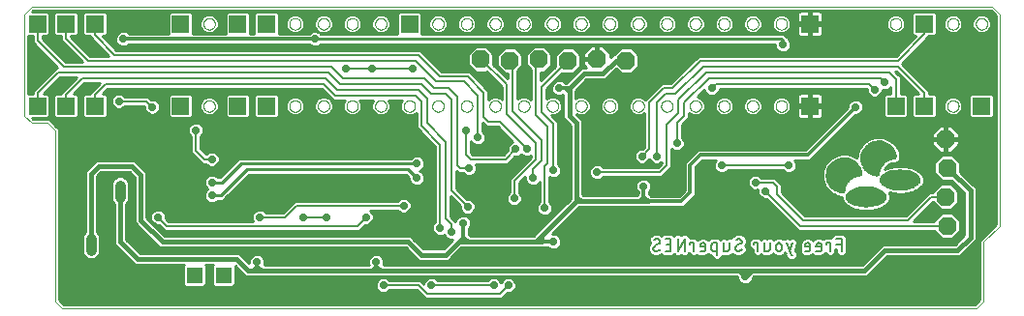
<source format=gbl>
G75*
%MOIN*%
%OFA0B0*%
%FSLAX25Y25*%
%IPPOS*%
%LPD*%
%AMOC8*
5,1,8,0,0,1.08239X$1,22.5*
%
%ADD10C,0.00000*%
%ADD11C,0.00800*%
%ADD12OC8,0.06300*%
%ADD13R,0.05937X0.05937*%
%ADD14C,0.01000*%
%ADD15C,0.02775*%
%ADD16C,0.03169*%
%ADD17R,0.05315X0.05315*%
%ADD18C,0.03600*%
%ADD19C,0.01600*%
%ADD20C,0.01200*%
%ADD21C,0.00500*%
D10*
X0013050Y0005500D02*
X0015550Y0003000D01*
X0330050Y0003000D01*
X0332550Y0005500D01*
X0332550Y0026000D01*
X0338050Y0031500D01*
X0338050Y0104500D01*
X0335550Y0107000D01*
X0005050Y0107000D01*
X0002550Y0104500D01*
X0002550Y0069500D01*
X0005050Y0067000D01*
X0010550Y0067000D01*
X0013050Y0064500D01*
X0013050Y0005500D01*
X0064156Y0072827D02*
X0064158Y0072915D01*
X0064164Y0073003D01*
X0064174Y0073091D01*
X0064188Y0073179D01*
X0064205Y0073265D01*
X0064227Y0073351D01*
X0064252Y0073435D01*
X0064282Y0073519D01*
X0064314Y0073601D01*
X0064351Y0073681D01*
X0064391Y0073760D01*
X0064435Y0073837D01*
X0064482Y0073912D01*
X0064532Y0073984D01*
X0064586Y0074055D01*
X0064642Y0074122D01*
X0064702Y0074188D01*
X0064764Y0074250D01*
X0064830Y0074310D01*
X0064897Y0074366D01*
X0064968Y0074420D01*
X0065040Y0074470D01*
X0065115Y0074517D01*
X0065192Y0074561D01*
X0065271Y0074601D01*
X0065351Y0074638D01*
X0065433Y0074670D01*
X0065517Y0074700D01*
X0065601Y0074725D01*
X0065687Y0074747D01*
X0065773Y0074764D01*
X0065861Y0074778D01*
X0065949Y0074788D01*
X0066037Y0074794D01*
X0066125Y0074796D01*
X0066213Y0074794D01*
X0066301Y0074788D01*
X0066389Y0074778D01*
X0066477Y0074764D01*
X0066563Y0074747D01*
X0066649Y0074725D01*
X0066733Y0074700D01*
X0066817Y0074670D01*
X0066899Y0074638D01*
X0066979Y0074601D01*
X0067058Y0074561D01*
X0067135Y0074517D01*
X0067210Y0074470D01*
X0067282Y0074420D01*
X0067353Y0074366D01*
X0067420Y0074310D01*
X0067486Y0074250D01*
X0067548Y0074188D01*
X0067608Y0074122D01*
X0067664Y0074055D01*
X0067718Y0073984D01*
X0067768Y0073912D01*
X0067815Y0073837D01*
X0067859Y0073760D01*
X0067899Y0073681D01*
X0067936Y0073601D01*
X0067968Y0073519D01*
X0067998Y0073435D01*
X0068023Y0073351D01*
X0068045Y0073265D01*
X0068062Y0073179D01*
X0068076Y0073091D01*
X0068086Y0073003D01*
X0068092Y0072915D01*
X0068094Y0072827D01*
X0068092Y0072739D01*
X0068086Y0072651D01*
X0068076Y0072563D01*
X0068062Y0072475D01*
X0068045Y0072389D01*
X0068023Y0072303D01*
X0067998Y0072219D01*
X0067968Y0072135D01*
X0067936Y0072053D01*
X0067899Y0071973D01*
X0067859Y0071894D01*
X0067815Y0071817D01*
X0067768Y0071742D01*
X0067718Y0071670D01*
X0067664Y0071599D01*
X0067608Y0071532D01*
X0067548Y0071466D01*
X0067486Y0071404D01*
X0067420Y0071344D01*
X0067353Y0071288D01*
X0067282Y0071234D01*
X0067210Y0071184D01*
X0067135Y0071137D01*
X0067058Y0071093D01*
X0066979Y0071053D01*
X0066899Y0071016D01*
X0066817Y0070984D01*
X0066733Y0070954D01*
X0066649Y0070929D01*
X0066563Y0070907D01*
X0066477Y0070890D01*
X0066389Y0070876D01*
X0066301Y0070866D01*
X0066213Y0070860D01*
X0066125Y0070858D01*
X0066037Y0070860D01*
X0065949Y0070866D01*
X0065861Y0070876D01*
X0065773Y0070890D01*
X0065687Y0070907D01*
X0065601Y0070929D01*
X0065517Y0070954D01*
X0065433Y0070984D01*
X0065351Y0071016D01*
X0065271Y0071053D01*
X0065192Y0071093D01*
X0065115Y0071137D01*
X0065040Y0071184D01*
X0064968Y0071234D01*
X0064897Y0071288D01*
X0064830Y0071344D01*
X0064764Y0071404D01*
X0064702Y0071466D01*
X0064642Y0071532D01*
X0064586Y0071599D01*
X0064532Y0071670D01*
X0064482Y0071742D01*
X0064435Y0071817D01*
X0064391Y0071894D01*
X0064351Y0071973D01*
X0064314Y0072053D01*
X0064282Y0072135D01*
X0064252Y0072219D01*
X0064227Y0072303D01*
X0064205Y0072389D01*
X0064188Y0072475D01*
X0064174Y0072563D01*
X0064164Y0072651D01*
X0064158Y0072739D01*
X0064156Y0072827D01*
X0093683Y0072827D02*
X0093685Y0072915D01*
X0093691Y0073003D01*
X0093701Y0073091D01*
X0093715Y0073179D01*
X0093732Y0073265D01*
X0093754Y0073351D01*
X0093779Y0073435D01*
X0093809Y0073519D01*
X0093841Y0073601D01*
X0093878Y0073681D01*
X0093918Y0073760D01*
X0093962Y0073837D01*
X0094009Y0073912D01*
X0094059Y0073984D01*
X0094113Y0074055D01*
X0094169Y0074122D01*
X0094229Y0074188D01*
X0094291Y0074250D01*
X0094357Y0074310D01*
X0094424Y0074366D01*
X0094495Y0074420D01*
X0094567Y0074470D01*
X0094642Y0074517D01*
X0094719Y0074561D01*
X0094798Y0074601D01*
X0094878Y0074638D01*
X0094960Y0074670D01*
X0095044Y0074700D01*
X0095128Y0074725D01*
X0095214Y0074747D01*
X0095300Y0074764D01*
X0095388Y0074778D01*
X0095476Y0074788D01*
X0095564Y0074794D01*
X0095652Y0074796D01*
X0095740Y0074794D01*
X0095828Y0074788D01*
X0095916Y0074778D01*
X0096004Y0074764D01*
X0096090Y0074747D01*
X0096176Y0074725D01*
X0096260Y0074700D01*
X0096344Y0074670D01*
X0096426Y0074638D01*
X0096506Y0074601D01*
X0096585Y0074561D01*
X0096662Y0074517D01*
X0096737Y0074470D01*
X0096809Y0074420D01*
X0096880Y0074366D01*
X0096947Y0074310D01*
X0097013Y0074250D01*
X0097075Y0074188D01*
X0097135Y0074122D01*
X0097191Y0074055D01*
X0097245Y0073984D01*
X0097295Y0073912D01*
X0097342Y0073837D01*
X0097386Y0073760D01*
X0097426Y0073681D01*
X0097463Y0073601D01*
X0097495Y0073519D01*
X0097525Y0073435D01*
X0097550Y0073351D01*
X0097572Y0073265D01*
X0097589Y0073179D01*
X0097603Y0073091D01*
X0097613Y0073003D01*
X0097619Y0072915D01*
X0097621Y0072827D01*
X0097619Y0072739D01*
X0097613Y0072651D01*
X0097603Y0072563D01*
X0097589Y0072475D01*
X0097572Y0072389D01*
X0097550Y0072303D01*
X0097525Y0072219D01*
X0097495Y0072135D01*
X0097463Y0072053D01*
X0097426Y0071973D01*
X0097386Y0071894D01*
X0097342Y0071817D01*
X0097295Y0071742D01*
X0097245Y0071670D01*
X0097191Y0071599D01*
X0097135Y0071532D01*
X0097075Y0071466D01*
X0097013Y0071404D01*
X0096947Y0071344D01*
X0096880Y0071288D01*
X0096809Y0071234D01*
X0096737Y0071184D01*
X0096662Y0071137D01*
X0096585Y0071093D01*
X0096506Y0071053D01*
X0096426Y0071016D01*
X0096344Y0070984D01*
X0096260Y0070954D01*
X0096176Y0070929D01*
X0096090Y0070907D01*
X0096004Y0070890D01*
X0095916Y0070876D01*
X0095828Y0070866D01*
X0095740Y0070860D01*
X0095652Y0070858D01*
X0095564Y0070860D01*
X0095476Y0070866D01*
X0095388Y0070876D01*
X0095300Y0070890D01*
X0095214Y0070907D01*
X0095128Y0070929D01*
X0095044Y0070954D01*
X0094960Y0070984D01*
X0094878Y0071016D01*
X0094798Y0071053D01*
X0094719Y0071093D01*
X0094642Y0071137D01*
X0094567Y0071184D01*
X0094495Y0071234D01*
X0094424Y0071288D01*
X0094357Y0071344D01*
X0094291Y0071404D01*
X0094229Y0071466D01*
X0094169Y0071532D01*
X0094113Y0071599D01*
X0094059Y0071670D01*
X0094009Y0071742D01*
X0093962Y0071817D01*
X0093918Y0071894D01*
X0093878Y0071973D01*
X0093841Y0072053D01*
X0093809Y0072135D01*
X0093779Y0072219D01*
X0093754Y0072303D01*
X0093732Y0072389D01*
X0093715Y0072475D01*
X0093701Y0072563D01*
X0093691Y0072651D01*
X0093685Y0072739D01*
X0093683Y0072827D01*
X0103526Y0072827D02*
X0103528Y0072915D01*
X0103534Y0073003D01*
X0103544Y0073091D01*
X0103558Y0073179D01*
X0103575Y0073265D01*
X0103597Y0073351D01*
X0103622Y0073435D01*
X0103652Y0073519D01*
X0103684Y0073601D01*
X0103721Y0073681D01*
X0103761Y0073760D01*
X0103805Y0073837D01*
X0103852Y0073912D01*
X0103902Y0073984D01*
X0103956Y0074055D01*
X0104012Y0074122D01*
X0104072Y0074188D01*
X0104134Y0074250D01*
X0104200Y0074310D01*
X0104267Y0074366D01*
X0104338Y0074420D01*
X0104410Y0074470D01*
X0104485Y0074517D01*
X0104562Y0074561D01*
X0104641Y0074601D01*
X0104721Y0074638D01*
X0104803Y0074670D01*
X0104887Y0074700D01*
X0104971Y0074725D01*
X0105057Y0074747D01*
X0105143Y0074764D01*
X0105231Y0074778D01*
X0105319Y0074788D01*
X0105407Y0074794D01*
X0105495Y0074796D01*
X0105583Y0074794D01*
X0105671Y0074788D01*
X0105759Y0074778D01*
X0105847Y0074764D01*
X0105933Y0074747D01*
X0106019Y0074725D01*
X0106103Y0074700D01*
X0106187Y0074670D01*
X0106269Y0074638D01*
X0106349Y0074601D01*
X0106428Y0074561D01*
X0106505Y0074517D01*
X0106580Y0074470D01*
X0106652Y0074420D01*
X0106723Y0074366D01*
X0106790Y0074310D01*
X0106856Y0074250D01*
X0106918Y0074188D01*
X0106978Y0074122D01*
X0107034Y0074055D01*
X0107088Y0073984D01*
X0107138Y0073912D01*
X0107185Y0073837D01*
X0107229Y0073760D01*
X0107269Y0073681D01*
X0107306Y0073601D01*
X0107338Y0073519D01*
X0107368Y0073435D01*
X0107393Y0073351D01*
X0107415Y0073265D01*
X0107432Y0073179D01*
X0107446Y0073091D01*
X0107456Y0073003D01*
X0107462Y0072915D01*
X0107464Y0072827D01*
X0107462Y0072739D01*
X0107456Y0072651D01*
X0107446Y0072563D01*
X0107432Y0072475D01*
X0107415Y0072389D01*
X0107393Y0072303D01*
X0107368Y0072219D01*
X0107338Y0072135D01*
X0107306Y0072053D01*
X0107269Y0071973D01*
X0107229Y0071894D01*
X0107185Y0071817D01*
X0107138Y0071742D01*
X0107088Y0071670D01*
X0107034Y0071599D01*
X0106978Y0071532D01*
X0106918Y0071466D01*
X0106856Y0071404D01*
X0106790Y0071344D01*
X0106723Y0071288D01*
X0106652Y0071234D01*
X0106580Y0071184D01*
X0106505Y0071137D01*
X0106428Y0071093D01*
X0106349Y0071053D01*
X0106269Y0071016D01*
X0106187Y0070984D01*
X0106103Y0070954D01*
X0106019Y0070929D01*
X0105933Y0070907D01*
X0105847Y0070890D01*
X0105759Y0070876D01*
X0105671Y0070866D01*
X0105583Y0070860D01*
X0105495Y0070858D01*
X0105407Y0070860D01*
X0105319Y0070866D01*
X0105231Y0070876D01*
X0105143Y0070890D01*
X0105057Y0070907D01*
X0104971Y0070929D01*
X0104887Y0070954D01*
X0104803Y0070984D01*
X0104721Y0071016D01*
X0104641Y0071053D01*
X0104562Y0071093D01*
X0104485Y0071137D01*
X0104410Y0071184D01*
X0104338Y0071234D01*
X0104267Y0071288D01*
X0104200Y0071344D01*
X0104134Y0071404D01*
X0104072Y0071466D01*
X0104012Y0071532D01*
X0103956Y0071599D01*
X0103902Y0071670D01*
X0103852Y0071742D01*
X0103805Y0071817D01*
X0103761Y0071894D01*
X0103721Y0071973D01*
X0103684Y0072053D01*
X0103652Y0072135D01*
X0103622Y0072219D01*
X0103597Y0072303D01*
X0103575Y0072389D01*
X0103558Y0072475D01*
X0103544Y0072563D01*
X0103534Y0072651D01*
X0103528Y0072739D01*
X0103526Y0072827D01*
X0113368Y0072827D02*
X0113370Y0072915D01*
X0113376Y0073003D01*
X0113386Y0073091D01*
X0113400Y0073179D01*
X0113417Y0073265D01*
X0113439Y0073351D01*
X0113464Y0073435D01*
X0113494Y0073519D01*
X0113526Y0073601D01*
X0113563Y0073681D01*
X0113603Y0073760D01*
X0113647Y0073837D01*
X0113694Y0073912D01*
X0113744Y0073984D01*
X0113798Y0074055D01*
X0113854Y0074122D01*
X0113914Y0074188D01*
X0113976Y0074250D01*
X0114042Y0074310D01*
X0114109Y0074366D01*
X0114180Y0074420D01*
X0114252Y0074470D01*
X0114327Y0074517D01*
X0114404Y0074561D01*
X0114483Y0074601D01*
X0114563Y0074638D01*
X0114645Y0074670D01*
X0114729Y0074700D01*
X0114813Y0074725D01*
X0114899Y0074747D01*
X0114985Y0074764D01*
X0115073Y0074778D01*
X0115161Y0074788D01*
X0115249Y0074794D01*
X0115337Y0074796D01*
X0115425Y0074794D01*
X0115513Y0074788D01*
X0115601Y0074778D01*
X0115689Y0074764D01*
X0115775Y0074747D01*
X0115861Y0074725D01*
X0115945Y0074700D01*
X0116029Y0074670D01*
X0116111Y0074638D01*
X0116191Y0074601D01*
X0116270Y0074561D01*
X0116347Y0074517D01*
X0116422Y0074470D01*
X0116494Y0074420D01*
X0116565Y0074366D01*
X0116632Y0074310D01*
X0116698Y0074250D01*
X0116760Y0074188D01*
X0116820Y0074122D01*
X0116876Y0074055D01*
X0116930Y0073984D01*
X0116980Y0073912D01*
X0117027Y0073837D01*
X0117071Y0073760D01*
X0117111Y0073681D01*
X0117148Y0073601D01*
X0117180Y0073519D01*
X0117210Y0073435D01*
X0117235Y0073351D01*
X0117257Y0073265D01*
X0117274Y0073179D01*
X0117288Y0073091D01*
X0117298Y0073003D01*
X0117304Y0072915D01*
X0117306Y0072827D01*
X0117304Y0072739D01*
X0117298Y0072651D01*
X0117288Y0072563D01*
X0117274Y0072475D01*
X0117257Y0072389D01*
X0117235Y0072303D01*
X0117210Y0072219D01*
X0117180Y0072135D01*
X0117148Y0072053D01*
X0117111Y0071973D01*
X0117071Y0071894D01*
X0117027Y0071817D01*
X0116980Y0071742D01*
X0116930Y0071670D01*
X0116876Y0071599D01*
X0116820Y0071532D01*
X0116760Y0071466D01*
X0116698Y0071404D01*
X0116632Y0071344D01*
X0116565Y0071288D01*
X0116494Y0071234D01*
X0116422Y0071184D01*
X0116347Y0071137D01*
X0116270Y0071093D01*
X0116191Y0071053D01*
X0116111Y0071016D01*
X0116029Y0070984D01*
X0115945Y0070954D01*
X0115861Y0070929D01*
X0115775Y0070907D01*
X0115689Y0070890D01*
X0115601Y0070876D01*
X0115513Y0070866D01*
X0115425Y0070860D01*
X0115337Y0070858D01*
X0115249Y0070860D01*
X0115161Y0070866D01*
X0115073Y0070876D01*
X0114985Y0070890D01*
X0114899Y0070907D01*
X0114813Y0070929D01*
X0114729Y0070954D01*
X0114645Y0070984D01*
X0114563Y0071016D01*
X0114483Y0071053D01*
X0114404Y0071093D01*
X0114327Y0071137D01*
X0114252Y0071184D01*
X0114180Y0071234D01*
X0114109Y0071288D01*
X0114042Y0071344D01*
X0113976Y0071404D01*
X0113914Y0071466D01*
X0113854Y0071532D01*
X0113798Y0071599D01*
X0113744Y0071670D01*
X0113694Y0071742D01*
X0113647Y0071817D01*
X0113603Y0071894D01*
X0113563Y0071973D01*
X0113526Y0072053D01*
X0113494Y0072135D01*
X0113464Y0072219D01*
X0113439Y0072303D01*
X0113417Y0072389D01*
X0113400Y0072475D01*
X0113386Y0072563D01*
X0113376Y0072651D01*
X0113370Y0072739D01*
X0113368Y0072827D01*
X0123211Y0072827D02*
X0123213Y0072915D01*
X0123219Y0073003D01*
X0123229Y0073091D01*
X0123243Y0073179D01*
X0123260Y0073265D01*
X0123282Y0073351D01*
X0123307Y0073435D01*
X0123337Y0073519D01*
X0123369Y0073601D01*
X0123406Y0073681D01*
X0123446Y0073760D01*
X0123490Y0073837D01*
X0123537Y0073912D01*
X0123587Y0073984D01*
X0123641Y0074055D01*
X0123697Y0074122D01*
X0123757Y0074188D01*
X0123819Y0074250D01*
X0123885Y0074310D01*
X0123952Y0074366D01*
X0124023Y0074420D01*
X0124095Y0074470D01*
X0124170Y0074517D01*
X0124247Y0074561D01*
X0124326Y0074601D01*
X0124406Y0074638D01*
X0124488Y0074670D01*
X0124572Y0074700D01*
X0124656Y0074725D01*
X0124742Y0074747D01*
X0124828Y0074764D01*
X0124916Y0074778D01*
X0125004Y0074788D01*
X0125092Y0074794D01*
X0125180Y0074796D01*
X0125268Y0074794D01*
X0125356Y0074788D01*
X0125444Y0074778D01*
X0125532Y0074764D01*
X0125618Y0074747D01*
X0125704Y0074725D01*
X0125788Y0074700D01*
X0125872Y0074670D01*
X0125954Y0074638D01*
X0126034Y0074601D01*
X0126113Y0074561D01*
X0126190Y0074517D01*
X0126265Y0074470D01*
X0126337Y0074420D01*
X0126408Y0074366D01*
X0126475Y0074310D01*
X0126541Y0074250D01*
X0126603Y0074188D01*
X0126663Y0074122D01*
X0126719Y0074055D01*
X0126773Y0073984D01*
X0126823Y0073912D01*
X0126870Y0073837D01*
X0126914Y0073760D01*
X0126954Y0073681D01*
X0126991Y0073601D01*
X0127023Y0073519D01*
X0127053Y0073435D01*
X0127078Y0073351D01*
X0127100Y0073265D01*
X0127117Y0073179D01*
X0127131Y0073091D01*
X0127141Y0073003D01*
X0127147Y0072915D01*
X0127149Y0072827D01*
X0127147Y0072739D01*
X0127141Y0072651D01*
X0127131Y0072563D01*
X0127117Y0072475D01*
X0127100Y0072389D01*
X0127078Y0072303D01*
X0127053Y0072219D01*
X0127023Y0072135D01*
X0126991Y0072053D01*
X0126954Y0071973D01*
X0126914Y0071894D01*
X0126870Y0071817D01*
X0126823Y0071742D01*
X0126773Y0071670D01*
X0126719Y0071599D01*
X0126663Y0071532D01*
X0126603Y0071466D01*
X0126541Y0071404D01*
X0126475Y0071344D01*
X0126408Y0071288D01*
X0126337Y0071234D01*
X0126265Y0071184D01*
X0126190Y0071137D01*
X0126113Y0071093D01*
X0126034Y0071053D01*
X0125954Y0071016D01*
X0125872Y0070984D01*
X0125788Y0070954D01*
X0125704Y0070929D01*
X0125618Y0070907D01*
X0125532Y0070890D01*
X0125444Y0070876D01*
X0125356Y0070866D01*
X0125268Y0070860D01*
X0125180Y0070858D01*
X0125092Y0070860D01*
X0125004Y0070866D01*
X0124916Y0070876D01*
X0124828Y0070890D01*
X0124742Y0070907D01*
X0124656Y0070929D01*
X0124572Y0070954D01*
X0124488Y0070984D01*
X0124406Y0071016D01*
X0124326Y0071053D01*
X0124247Y0071093D01*
X0124170Y0071137D01*
X0124095Y0071184D01*
X0124023Y0071234D01*
X0123952Y0071288D01*
X0123885Y0071344D01*
X0123819Y0071404D01*
X0123757Y0071466D01*
X0123697Y0071532D01*
X0123641Y0071599D01*
X0123587Y0071670D01*
X0123537Y0071742D01*
X0123490Y0071817D01*
X0123446Y0071894D01*
X0123406Y0071973D01*
X0123369Y0072053D01*
X0123337Y0072135D01*
X0123307Y0072219D01*
X0123282Y0072303D01*
X0123260Y0072389D01*
X0123243Y0072475D01*
X0123229Y0072563D01*
X0123219Y0072651D01*
X0123213Y0072739D01*
X0123211Y0072827D01*
X0133053Y0072827D02*
X0133055Y0072915D01*
X0133061Y0073003D01*
X0133071Y0073091D01*
X0133085Y0073179D01*
X0133102Y0073265D01*
X0133124Y0073351D01*
X0133149Y0073435D01*
X0133179Y0073519D01*
X0133211Y0073601D01*
X0133248Y0073681D01*
X0133288Y0073760D01*
X0133332Y0073837D01*
X0133379Y0073912D01*
X0133429Y0073984D01*
X0133483Y0074055D01*
X0133539Y0074122D01*
X0133599Y0074188D01*
X0133661Y0074250D01*
X0133727Y0074310D01*
X0133794Y0074366D01*
X0133865Y0074420D01*
X0133937Y0074470D01*
X0134012Y0074517D01*
X0134089Y0074561D01*
X0134168Y0074601D01*
X0134248Y0074638D01*
X0134330Y0074670D01*
X0134414Y0074700D01*
X0134498Y0074725D01*
X0134584Y0074747D01*
X0134670Y0074764D01*
X0134758Y0074778D01*
X0134846Y0074788D01*
X0134934Y0074794D01*
X0135022Y0074796D01*
X0135110Y0074794D01*
X0135198Y0074788D01*
X0135286Y0074778D01*
X0135374Y0074764D01*
X0135460Y0074747D01*
X0135546Y0074725D01*
X0135630Y0074700D01*
X0135714Y0074670D01*
X0135796Y0074638D01*
X0135876Y0074601D01*
X0135955Y0074561D01*
X0136032Y0074517D01*
X0136107Y0074470D01*
X0136179Y0074420D01*
X0136250Y0074366D01*
X0136317Y0074310D01*
X0136383Y0074250D01*
X0136445Y0074188D01*
X0136505Y0074122D01*
X0136561Y0074055D01*
X0136615Y0073984D01*
X0136665Y0073912D01*
X0136712Y0073837D01*
X0136756Y0073760D01*
X0136796Y0073681D01*
X0136833Y0073601D01*
X0136865Y0073519D01*
X0136895Y0073435D01*
X0136920Y0073351D01*
X0136942Y0073265D01*
X0136959Y0073179D01*
X0136973Y0073091D01*
X0136983Y0073003D01*
X0136989Y0072915D01*
X0136991Y0072827D01*
X0136989Y0072739D01*
X0136983Y0072651D01*
X0136973Y0072563D01*
X0136959Y0072475D01*
X0136942Y0072389D01*
X0136920Y0072303D01*
X0136895Y0072219D01*
X0136865Y0072135D01*
X0136833Y0072053D01*
X0136796Y0071973D01*
X0136756Y0071894D01*
X0136712Y0071817D01*
X0136665Y0071742D01*
X0136615Y0071670D01*
X0136561Y0071599D01*
X0136505Y0071532D01*
X0136445Y0071466D01*
X0136383Y0071404D01*
X0136317Y0071344D01*
X0136250Y0071288D01*
X0136179Y0071234D01*
X0136107Y0071184D01*
X0136032Y0071137D01*
X0135955Y0071093D01*
X0135876Y0071053D01*
X0135796Y0071016D01*
X0135714Y0070984D01*
X0135630Y0070954D01*
X0135546Y0070929D01*
X0135460Y0070907D01*
X0135374Y0070890D01*
X0135286Y0070876D01*
X0135198Y0070866D01*
X0135110Y0070860D01*
X0135022Y0070858D01*
X0134934Y0070860D01*
X0134846Y0070866D01*
X0134758Y0070876D01*
X0134670Y0070890D01*
X0134584Y0070907D01*
X0134498Y0070929D01*
X0134414Y0070954D01*
X0134330Y0070984D01*
X0134248Y0071016D01*
X0134168Y0071053D01*
X0134089Y0071093D01*
X0134012Y0071137D01*
X0133937Y0071184D01*
X0133865Y0071234D01*
X0133794Y0071288D01*
X0133727Y0071344D01*
X0133661Y0071404D01*
X0133599Y0071466D01*
X0133539Y0071532D01*
X0133483Y0071599D01*
X0133429Y0071670D01*
X0133379Y0071742D01*
X0133332Y0071817D01*
X0133288Y0071894D01*
X0133248Y0071973D01*
X0133211Y0072053D01*
X0133179Y0072135D01*
X0133149Y0072219D01*
X0133124Y0072303D01*
X0133102Y0072389D01*
X0133085Y0072475D01*
X0133071Y0072563D01*
X0133061Y0072651D01*
X0133055Y0072739D01*
X0133053Y0072827D01*
X0142896Y0072827D02*
X0142898Y0072915D01*
X0142904Y0073003D01*
X0142914Y0073091D01*
X0142928Y0073179D01*
X0142945Y0073265D01*
X0142967Y0073351D01*
X0142992Y0073435D01*
X0143022Y0073519D01*
X0143054Y0073601D01*
X0143091Y0073681D01*
X0143131Y0073760D01*
X0143175Y0073837D01*
X0143222Y0073912D01*
X0143272Y0073984D01*
X0143326Y0074055D01*
X0143382Y0074122D01*
X0143442Y0074188D01*
X0143504Y0074250D01*
X0143570Y0074310D01*
X0143637Y0074366D01*
X0143708Y0074420D01*
X0143780Y0074470D01*
X0143855Y0074517D01*
X0143932Y0074561D01*
X0144011Y0074601D01*
X0144091Y0074638D01*
X0144173Y0074670D01*
X0144257Y0074700D01*
X0144341Y0074725D01*
X0144427Y0074747D01*
X0144513Y0074764D01*
X0144601Y0074778D01*
X0144689Y0074788D01*
X0144777Y0074794D01*
X0144865Y0074796D01*
X0144953Y0074794D01*
X0145041Y0074788D01*
X0145129Y0074778D01*
X0145217Y0074764D01*
X0145303Y0074747D01*
X0145389Y0074725D01*
X0145473Y0074700D01*
X0145557Y0074670D01*
X0145639Y0074638D01*
X0145719Y0074601D01*
X0145798Y0074561D01*
X0145875Y0074517D01*
X0145950Y0074470D01*
X0146022Y0074420D01*
X0146093Y0074366D01*
X0146160Y0074310D01*
X0146226Y0074250D01*
X0146288Y0074188D01*
X0146348Y0074122D01*
X0146404Y0074055D01*
X0146458Y0073984D01*
X0146508Y0073912D01*
X0146555Y0073837D01*
X0146599Y0073760D01*
X0146639Y0073681D01*
X0146676Y0073601D01*
X0146708Y0073519D01*
X0146738Y0073435D01*
X0146763Y0073351D01*
X0146785Y0073265D01*
X0146802Y0073179D01*
X0146816Y0073091D01*
X0146826Y0073003D01*
X0146832Y0072915D01*
X0146834Y0072827D01*
X0146832Y0072739D01*
X0146826Y0072651D01*
X0146816Y0072563D01*
X0146802Y0072475D01*
X0146785Y0072389D01*
X0146763Y0072303D01*
X0146738Y0072219D01*
X0146708Y0072135D01*
X0146676Y0072053D01*
X0146639Y0071973D01*
X0146599Y0071894D01*
X0146555Y0071817D01*
X0146508Y0071742D01*
X0146458Y0071670D01*
X0146404Y0071599D01*
X0146348Y0071532D01*
X0146288Y0071466D01*
X0146226Y0071404D01*
X0146160Y0071344D01*
X0146093Y0071288D01*
X0146022Y0071234D01*
X0145950Y0071184D01*
X0145875Y0071137D01*
X0145798Y0071093D01*
X0145719Y0071053D01*
X0145639Y0071016D01*
X0145557Y0070984D01*
X0145473Y0070954D01*
X0145389Y0070929D01*
X0145303Y0070907D01*
X0145217Y0070890D01*
X0145129Y0070876D01*
X0145041Y0070866D01*
X0144953Y0070860D01*
X0144865Y0070858D01*
X0144777Y0070860D01*
X0144689Y0070866D01*
X0144601Y0070876D01*
X0144513Y0070890D01*
X0144427Y0070907D01*
X0144341Y0070929D01*
X0144257Y0070954D01*
X0144173Y0070984D01*
X0144091Y0071016D01*
X0144011Y0071053D01*
X0143932Y0071093D01*
X0143855Y0071137D01*
X0143780Y0071184D01*
X0143708Y0071234D01*
X0143637Y0071288D01*
X0143570Y0071344D01*
X0143504Y0071404D01*
X0143442Y0071466D01*
X0143382Y0071532D01*
X0143326Y0071599D01*
X0143272Y0071670D01*
X0143222Y0071742D01*
X0143175Y0071817D01*
X0143131Y0071894D01*
X0143091Y0071973D01*
X0143054Y0072053D01*
X0143022Y0072135D01*
X0142992Y0072219D01*
X0142967Y0072303D01*
X0142945Y0072389D01*
X0142928Y0072475D01*
X0142914Y0072563D01*
X0142904Y0072651D01*
X0142898Y0072739D01*
X0142896Y0072827D01*
X0152738Y0072827D02*
X0152740Y0072915D01*
X0152746Y0073003D01*
X0152756Y0073091D01*
X0152770Y0073179D01*
X0152787Y0073265D01*
X0152809Y0073351D01*
X0152834Y0073435D01*
X0152864Y0073519D01*
X0152896Y0073601D01*
X0152933Y0073681D01*
X0152973Y0073760D01*
X0153017Y0073837D01*
X0153064Y0073912D01*
X0153114Y0073984D01*
X0153168Y0074055D01*
X0153224Y0074122D01*
X0153284Y0074188D01*
X0153346Y0074250D01*
X0153412Y0074310D01*
X0153479Y0074366D01*
X0153550Y0074420D01*
X0153622Y0074470D01*
X0153697Y0074517D01*
X0153774Y0074561D01*
X0153853Y0074601D01*
X0153933Y0074638D01*
X0154015Y0074670D01*
X0154099Y0074700D01*
X0154183Y0074725D01*
X0154269Y0074747D01*
X0154355Y0074764D01*
X0154443Y0074778D01*
X0154531Y0074788D01*
X0154619Y0074794D01*
X0154707Y0074796D01*
X0154795Y0074794D01*
X0154883Y0074788D01*
X0154971Y0074778D01*
X0155059Y0074764D01*
X0155145Y0074747D01*
X0155231Y0074725D01*
X0155315Y0074700D01*
X0155399Y0074670D01*
X0155481Y0074638D01*
X0155561Y0074601D01*
X0155640Y0074561D01*
X0155717Y0074517D01*
X0155792Y0074470D01*
X0155864Y0074420D01*
X0155935Y0074366D01*
X0156002Y0074310D01*
X0156068Y0074250D01*
X0156130Y0074188D01*
X0156190Y0074122D01*
X0156246Y0074055D01*
X0156300Y0073984D01*
X0156350Y0073912D01*
X0156397Y0073837D01*
X0156441Y0073760D01*
X0156481Y0073681D01*
X0156518Y0073601D01*
X0156550Y0073519D01*
X0156580Y0073435D01*
X0156605Y0073351D01*
X0156627Y0073265D01*
X0156644Y0073179D01*
X0156658Y0073091D01*
X0156668Y0073003D01*
X0156674Y0072915D01*
X0156676Y0072827D01*
X0156674Y0072739D01*
X0156668Y0072651D01*
X0156658Y0072563D01*
X0156644Y0072475D01*
X0156627Y0072389D01*
X0156605Y0072303D01*
X0156580Y0072219D01*
X0156550Y0072135D01*
X0156518Y0072053D01*
X0156481Y0071973D01*
X0156441Y0071894D01*
X0156397Y0071817D01*
X0156350Y0071742D01*
X0156300Y0071670D01*
X0156246Y0071599D01*
X0156190Y0071532D01*
X0156130Y0071466D01*
X0156068Y0071404D01*
X0156002Y0071344D01*
X0155935Y0071288D01*
X0155864Y0071234D01*
X0155792Y0071184D01*
X0155717Y0071137D01*
X0155640Y0071093D01*
X0155561Y0071053D01*
X0155481Y0071016D01*
X0155399Y0070984D01*
X0155315Y0070954D01*
X0155231Y0070929D01*
X0155145Y0070907D01*
X0155059Y0070890D01*
X0154971Y0070876D01*
X0154883Y0070866D01*
X0154795Y0070860D01*
X0154707Y0070858D01*
X0154619Y0070860D01*
X0154531Y0070866D01*
X0154443Y0070876D01*
X0154355Y0070890D01*
X0154269Y0070907D01*
X0154183Y0070929D01*
X0154099Y0070954D01*
X0154015Y0070984D01*
X0153933Y0071016D01*
X0153853Y0071053D01*
X0153774Y0071093D01*
X0153697Y0071137D01*
X0153622Y0071184D01*
X0153550Y0071234D01*
X0153479Y0071288D01*
X0153412Y0071344D01*
X0153346Y0071404D01*
X0153284Y0071466D01*
X0153224Y0071532D01*
X0153168Y0071599D01*
X0153114Y0071670D01*
X0153064Y0071742D01*
X0153017Y0071817D01*
X0152973Y0071894D01*
X0152933Y0071973D01*
X0152896Y0072053D01*
X0152864Y0072135D01*
X0152834Y0072219D01*
X0152809Y0072303D01*
X0152787Y0072389D01*
X0152770Y0072475D01*
X0152756Y0072563D01*
X0152746Y0072651D01*
X0152740Y0072739D01*
X0152738Y0072827D01*
X0162581Y0072827D02*
X0162583Y0072915D01*
X0162589Y0073003D01*
X0162599Y0073091D01*
X0162613Y0073179D01*
X0162630Y0073265D01*
X0162652Y0073351D01*
X0162677Y0073435D01*
X0162707Y0073519D01*
X0162739Y0073601D01*
X0162776Y0073681D01*
X0162816Y0073760D01*
X0162860Y0073837D01*
X0162907Y0073912D01*
X0162957Y0073984D01*
X0163011Y0074055D01*
X0163067Y0074122D01*
X0163127Y0074188D01*
X0163189Y0074250D01*
X0163255Y0074310D01*
X0163322Y0074366D01*
X0163393Y0074420D01*
X0163465Y0074470D01*
X0163540Y0074517D01*
X0163617Y0074561D01*
X0163696Y0074601D01*
X0163776Y0074638D01*
X0163858Y0074670D01*
X0163942Y0074700D01*
X0164026Y0074725D01*
X0164112Y0074747D01*
X0164198Y0074764D01*
X0164286Y0074778D01*
X0164374Y0074788D01*
X0164462Y0074794D01*
X0164550Y0074796D01*
X0164638Y0074794D01*
X0164726Y0074788D01*
X0164814Y0074778D01*
X0164902Y0074764D01*
X0164988Y0074747D01*
X0165074Y0074725D01*
X0165158Y0074700D01*
X0165242Y0074670D01*
X0165324Y0074638D01*
X0165404Y0074601D01*
X0165483Y0074561D01*
X0165560Y0074517D01*
X0165635Y0074470D01*
X0165707Y0074420D01*
X0165778Y0074366D01*
X0165845Y0074310D01*
X0165911Y0074250D01*
X0165973Y0074188D01*
X0166033Y0074122D01*
X0166089Y0074055D01*
X0166143Y0073984D01*
X0166193Y0073912D01*
X0166240Y0073837D01*
X0166284Y0073760D01*
X0166324Y0073681D01*
X0166361Y0073601D01*
X0166393Y0073519D01*
X0166423Y0073435D01*
X0166448Y0073351D01*
X0166470Y0073265D01*
X0166487Y0073179D01*
X0166501Y0073091D01*
X0166511Y0073003D01*
X0166517Y0072915D01*
X0166519Y0072827D01*
X0166517Y0072739D01*
X0166511Y0072651D01*
X0166501Y0072563D01*
X0166487Y0072475D01*
X0166470Y0072389D01*
X0166448Y0072303D01*
X0166423Y0072219D01*
X0166393Y0072135D01*
X0166361Y0072053D01*
X0166324Y0071973D01*
X0166284Y0071894D01*
X0166240Y0071817D01*
X0166193Y0071742D01*
X0166143Y0071670D01*
X0166089Y0071599D01*
X0166033Y0071532D01*
X0165973Y0071466D01*
X0165911Y0071404D01*
X0165845Y0071344D01*
X0165778Y0071288D01*
X0165707Y0071234D01*
X0165635Y0071184D01*
X0165560Y0071137D01*
X0165483Y0071093D01*
X0165404Y0071053D01*
X0165324Y0071016D01*
X0165242Y0070984D01*
X0165158Y0070954D01*
X0165074Y0070929D01*
X0164988Y0070907D01*
X0164902Y0070890D01*
X0164814Y0070876D01*
X0164726Y0070866D01*
X0164638Y0070860D01*
X0164550Y0070858D01*
X0164462Y0070860D01*
X0164374Y0070866D01*
X0164286Y0070876D01*
X0164198Y0070890D01*
X0164112Y0070907D01*
X0164026Y0070929D01*
X0163942Y0070954D01*
X0163858Y0070984D01*
X0163776Y0071016D01*
X0163696Y0071053D01*
X0163617Y0071093D01*
X0163540Y0071137D01*
X0163465Y0071184D01*
X0163393Y0071234D01*
X0163322Y0071288D01*
X0163255Y0071344D01*
X0163189Y0071404D01*
X0163127Y0071466D01*
X0163067Y0071532D01*
X0163011Y0071599D01*
X0162957Y0071670D01*
X0162907Y0071742D01*
X0162860Y0071817D01*
X0162816Y0071894D01*
X0162776Y0071973D01*
X0162739Y0072053D01*
X0162707Y0072135D01*
X0162677Y0072219D01*
X0162652Y0072303D01*
X0162630Y0072389D01*
X0162613Y0072475D01*
X0162599Y0072563D01*
X0162589Y0072651D01*
X0162583Y0072739D01*
X0162581Y0072827D01*
X0172424Y0072827D02*
X0172426Y0072915D01*
X0172432Y0073003D01*
X0172442Y0073091D01*
X0172456Y0073179D01*
X0172473Y0073265D01*
X0172495Y0073351D01*
X0172520Y0073435D01*
X0172550Y0073519D01*
X0172582Y0073601D01*
X0172619Y0073681D01*
X0172659Y0073760D01*
X0172703Y0073837D01*
X0172750Y0073912D01*
X0172800Y0073984D01*
X0172854Y0074055D01*
X0172910Y0074122D01*
X0172970Y0074188D01*
X0173032Y0074250D01*
X0173098Y0074310D01*
X0173165Y0074366D01*
X0173236Y0074420D01*
X0173308Y0074470D01*
X0173383Y0074517D01*
X0173460Y0074561D01*
X0173539Y0074601D01*
X0173619Y0074638D01*
X0173701Y0074670D01*
X0173785Y0074700D01*
X0173869Y0074725D01*
X0173955Y0074747D01*
X0174041Y0074764D01*
X0174129Y0074778D01*
X0174217Y0074788D01*
X0174305Y0074794D01*
X0174393Y0074796D01*
X0174481Y0074794D01*
X0174569Y0074788D01*
X0174657Y0074778D01*
X0174745Y0074764D01*
X0174831Y0074747D01*
X0174917Y0074725D01*
X0175001Y0074700D01*
X0175085Y0074670D01*
X0175167Y0074638D01*
X0175247Y0074601D01*
X0175326Y0074561D01*
X0175403Y0074517D01*
X0175478Y0074470D01*
X0175550Y0074420D01*
X0175621Y0074366D01*
X0175688Y0074310D01*
X0175754Y0074250D01*
X0175816Y0074188D01*
X0175876Y0074122D01*
X0175932Y0074055D01*
X0175986Y0073984D01*
X0176036Y0073912D01*
X0176083Y0073837D01*
X0176127Y0073760D01*
X0176167Y0073681D01*
X0176204Y0073601D01*
X0176236Y0073519D01*
X0176266Y0073435D01*
X0176291Y0073351D01*
X0176313Y0073265D01*
X0176330Y0073179D01*
X0176344Y0073091D01*
X0176354Y0073003D01*
X0176360Y0072915D01*
X0176362Y0072827D01*
X0176360Y0072739D01*
X0176354Y0072651D01*
X0176344Y0072563D01*
X0176330Y0072475D01*
X0176313Y0072389D01*
X0176291Y0072303D01*
X0176266Y0072219D01*
X0176236Y0072135D01*
X0176204Y0072053D01*
X0176167Y0071973D01*
X0176127Y0071894D01*
X0176083Y0071817D01*
X0176036Y0071742D01*
X0175986Y0071670D01*
X0175932Y0071599D01*
X0175876Y0071532D01*
X0175816Y0071466D01*
X0175754Y0071404D01*
X0175688Y0071344D01*
X0175621Y0071288D01*
X0175550Y0071234D01*
X0175478Y0071184D01*
X0175403Y0071137D01*
X0175326Y0071093D01*
X0175247Y0071053D01*
X0175167Y0071016D01*
X0175085Y0070984D01*
X0175001Y0070954D01*
X0174917Y0070929D01*
X0174831Y0070907D01*
X0174745Y0070890D01*
X0174657Y0070876D01*
X0174569Y0070866D01*
X0174481Y0070860D01*
X0174393Y0070858D01*
X0174305Y0070860D01*
X0174217Y0070866D01*
X0174129Y0070876D01*
X0174041Y0070890D01*
X0173955Y0070907D01*
X0173869Y0070929D01*
X0173785Y0070954D01*
X0173701Y0070984D01*
X0173619Y0071016D01*
X0173539Y0071053D01*
X0173460Y0071093D01*
X0173383Y0071137D01*
X0173308Y0071184D01*
X0173236Y0071234D01*
X0173165Y0071288D01*
X0173098Y0071344D01*
X0173032Y0071404D01*
X0172970Y0071466D01*
X0172910Y0071532D01*
X0172854Y0071599D01*
X0172800Y0071670D01*
X0172750Y0071742D01*
X0172703Y0071817D01*
X0172659Y0071894D01*
X0172619Y0071973D01*
X0172582Y0072053D01*
X0172550Y0072135D01*
X0172520Y0072219D01*
X0172495Y0072303D01*
X0172473Y0072389D01*
X0172456Y0072475D01*
X0172442Y0072563D01*
X0172432Y0072651D01*
X0172426Y0072739D01*
X0172424Y0072827D01*
X0182266Y0072827D02*
X0182268Y0072915D01*
X0182274Y0073003D01*
X0182284Y0073091D01*
X0182298Y0073179D01*
X0182315Y0073265D01*
X0182337Y0073351D01*
X0182362Y0073435D01*
X0182392Y0073519D01*
X0182424Y0073601D01*
X0182461Y0073681D01*
X0182501Y0073760D01*
X0182545Y0073837D01*
X0182592Y0073912D01*
X0182642Y0073984D01*
X0182696Y0074055D01*
X0182752Y0074122D01*
X0182812Y0074188D01*
X0182874Y0074250D01*
X0182940Y0074310D01*
X0183007Y0074366D01*
X0183078Y0074420D01*
X0183150Y0074470D01*
X0183225Y0074517D01*
X0183302Y0074561D01*
X0183381Y0074601D01*
X0183461Y0074638D01*
X0183543Y0074670D01*
X0183627Y0074700D01*
X0183711Y0074725D01*
X0183797Y0074747D01*
X0183883Y0074764D01*
X0183971Y0074778D01*
X0184059Y0074788D01*
X0184147Y0074794D01*
X0184235Y0074796D01*
X0184323Y0074794D01*
X0184411Y0074788D01*
X0184499Y0074778D01*
X0184587Y0074764D01*
X0184673Y0074747D01*
X0184759Y0074725D01*
X0184843Y0074700D01*
X0184927Y0074670D01*
X0185009Y0074638D01*
X0185089Y0074601D01*
X0185168Y0074561D01*
X0185245Y0074517D01*
X0185320Y0074470D01*
X0185392Y0074420D01*
X0185463Y0074366D01*
X0185530Y0074310D01*
X0185596Y0074250D01*
X0185658Y0074188D01*
X0185718Y0074122D01*
X0185774Y0074055D01*
X0185828Y0073984D01*
X0185878Y0073912D01*
X0185925Y0073837D01*
X0185969Y0073760D01*
X0186009Y0073681D01*
X0186046Y0073601D01*
X0186078Y0073519D01*
X0186108Y0073435D01*
X0186133Y0073351D01*
X0186155Y0073265D01*
X0186172Y0073179D01*
X0186186Y0073091D01*
X0186196Y0073003D01*
X0186202Y0072915D01*
X0186204Y0072827D01*
X0186202Y0072739D01*
X0186196Y0072651D01*
X0186186Y0072563D01*
X0186172Y0072475D01*
X0186155Y0072389D01*
X0186133Y0072303D01*
X0186108Y0072219D01*
X0186078Y0072135D01*
X0186046Y0072053D01*
X0186009Y0071973D01*
X0185969Y0071894D01*
X0185925Y0071817D01*
X0185878Y0071742D01*
X0185828Y0071670D01*
X0185774Y0071599D01*
X0185718Y0071532D01*
X0185658Y0071466D01*
X0185596Y0071404D01*
X0185530Y0071344D01*
X0185463Y0071288D01*
X0185392Y0071234D01*
X0185320Y0071184D01*
X0185245Y0071137D01*
X0185168Y0071093D01*
X0185089Y0071053D01*
X0185009Y0071016D01*
X0184927Y0070984D01*
X0184843Y0070954D01*
X0184759Y0070929D01*
X0184673Y0070907D01*
X0184587Y0070890D01*
X0184499Y0070876D01*
X0184411Y0070866D01*
X0184323Y0070860D01*
X0184235Y0070858D01*
X0184147Y0070860D01*
X0184059Y0070866D01*
X0183971Y0070876D01*
X0183883Y0070890D01*
X0183797Y0070907D01*
X0183711Y0070929D01*
X0183627Y0070954D01*
X0183543Y0070984D01*
X0183461Y0071016D01*
X0183381Y0071053D01*
X0183302Y0071093D01*
X0183225Y0071137D01*
X0183150Y0071184D01*
X0183078Y0071234D01*
X0183007Y0071288D01*
X0182940Y0071344D01*
X0182874Y0071404D01*
X0182812Y0071466D01*
X0182752Y0071532D01*
X0182696Y0071599D01*
X0182642Y0071670D01*
X0182592Y0071742D01*
X0182545Y0071817D01*
X0182501Y0071894D01*
X0182461Y0071973D01*
X0182424Y0072053D01*
X0182392Y0072135D01*
X0182362Y0072219D01*
X0182337Y0072303D01*
X0182315Y0072389D01*
X0182298Y0072475D01*
X0182284Y0072563D01*
X0182274Y0072651D01*
X0182268Y0072739D01*
X0182266Y0072827D01*
X0192109Y0072827D02*
X0192111Y0072915D01*
X0192117Y0073003D01*
X0192127Y0073091D01*
X0192141Y0073179D01*
X0192158Y0073265D01*
X0192180Y0073351D01*
X0192205Y0073435D01*
X0192235Y0073519D01*
X0192267Y0073601D01*
X0192304Y0073681D01*
X0192344Y0073760D01*
X0192388Y0073837D01*
X0192435Y0073912D01*
X0192485Y0073984D01*
X0192539Y0074055D01*
X0192595Y0074122D01*
X0192655Y0074188D01*
X0192717Y0074250D01*
X0192783Y0074310D01*
X0192850Y0074366D01*
X0192921Y0074420D01*
X0192993Y0074470D01*
X0193068Y0074517D01*
X0193145Y0074561D01*
X0193224Y0074601D01*
X0193304Y0074638D01*
X0193386Y0074670D01*
X0193470Y0074700D01*
X0193554Y0074725D01*
X0193640Y0074747D01*
X0193726Y0074764D01*
X0193814Y0074778D01*
X0193902Y0074788D01*
X0193990Y0074794D01*
X0194078Y0074796D01*
X0194166Y0074794D01*
X0194254Y0074788D01*
X0194342Y0074778D01*
X0194430Y0074764D01*
X0194516Y0074747D01*
X0194602Y0074725D01*
X0194686Y0074700D01*
X0194770Y0074670D01*
X0194852Y0074638D01*
X0194932Y0074601D01*
X0195011Y0074561D01*
X0195088Y0074517D01*
X0195163Y0074470D01*
X0195235Y0074420D01*
X0195306Y0074366D01*
X0195373Y0074310D01*
X0195439Y0074250D01*
X0195501Y0074188D01*
X0195561Y0074122D01*
X0195617Y0074055D01*
X0195671Y0073984D01*
X0195721Y0073912D01*
X0195768Y0073837D01*
X0195812Y0073760D01*
X0195852Y0073681D01*
X0195889Y0073601D01*
X0195921Y0073519D01*
X0195951Y0073435D01*
X0195976Y0073351D01*
X0195998Y0073265D01*
X0196015Y0073179D01*
X0196029Y0073091D01*
X0196039Y0073003D01*
X0196045Y0072915D01*
X0196047Y0072827D01*
X0196045Y0072739D01*
X0196039Y0072651D01*
X0196029Y0072563D01*
X0196015Y0072475D01*
X0195998Y0072389D01*
X0195976Y0072303D01*
X0195951Y0072219D01*
X0195921Y0072135D01*
X0195889Y0072053D01*
X0195852Y0071973D01*
X0195812Y0071894D01*
X0195768Y0071817D01*
X0195721Y0071742D01*
X0195671Y0071670D01*
X0195617Y0071599D01*
X0195561Y0071532D01*
X0195501Y0071466D01*
X0195439Y0071404D01*
X0195373Y0071344D01*
X0195306Y0071288D01*
X0195235Y0071234D01*
X0195163Y0071184D01*
X0195088Y0071137D01*
X0195011Y0071093D01*
X0194932Y0071053D01*
X0194852Y0071016D01*
X0194770Y0070984D01*
X0194686Y0070954D01*
X0194602Y0070929D01*
X0194516Y0070907D01*
X0194430Y0070890D01*
X0194342Y0070876D01*
X0194254Y0070866D01*
X0194166Y0070860D01*
X0194078Y0070858D01*
X0193990Y0070860D01*
X0193902Y0070866D01*
X0193814Y0070876D01*
X0193726Y0070890D01*
X0193640Y0070907D01*
X0193554Y0070929D01*
X0193470Y0070954D01*
X0193386Y0070984D01*
X0193304Y0071016D01*
X0193224Y0071053D01*
X0193145Y0071093D01*
X0193068Y0071137D01*
X0192993Y0071184D01*
X0192921Y0071234D01*
X0192850Y0071288D01*
X0192783Y0071344D01*
X0192717Y0071404D01*
X0192655Y0071466D01*
X0192595Y0071532D01*
X0192539Y0071599D01*
X0192485Y0071670D01*
X0192435Y0071742D01*
X0192388Y0071817D01*
X0192344Y0071894D01*
X0192304Y0071973D01*
X0192267Y0072053D01*
X0192235Y0072135D01*
X0192205Y0072219D01*
X0192180Y0072303D01*
X0192158Y0072389D01*
X0192141Y0072475D01*
X0192127Y0072563D01*
X0192117Y0072651D01*
X0192111Y0072739D01*
X0192109Y0072827D01*
X0201951Y0072827D02*
X0201953Y0072915D01*
X0201959Y0073003D01*
X0201969Y0073091D01*
X0201983Y0073179D01*
X0202000Y0073265D01*
X0202022Y0073351D01*
X0202047Y0073435D01*
X0202077Y0073519D01*
X0202109Y0073601D01*
X0202146Y0073681D01*
X0202186Y0073760D01*
X0202230Y0073837D01*
X0202277Y0073912D01*
X0202327Y0073984D01*
X0202381Y0074055D01*
X0202437Y0074122D01*
X0202497Y0074188D01*
X0202559Y0074250D01*
X0202625Y0074310D01*
X0202692Y0074366D01*
X0202763Y0074420D01*
X0202835Y0074470D01*
X0202910Y0074517D01*
X0202987Y0074561D01*
X0203066Y0074601D01*
X0203146Y0074638D01*
X0203228Y0074670D01*
X0203312Y0074700D01*
X0203396Y0074725D01*
X0203482Y0074747D01*
X0203568Y0074764D01*
X0203656Y0074778D01*
X0203744Y0074788D01*
X0203832Y0074794D01*
X0203920Y0074796D01*
X0204008Y0074794D01*
X0204096Y0074788D01*
X0204184Y0074778D01*
X0204272Y0074764D01*
X0204358Y0074747D01*
X0204444Y0074725D01*
X0204528Y0074700D01*
X0204612Y0074670D01*
X0204694Y0074638D01*
X0204774Y0074601D01*
X0204853Y0074561D01*
X0204930Y0074517D01*
X0205005Y0074470D01*
X0205077Y0074420D01*
X0205148Y0074366D01*
X0205215Y0074310D01*
X0205281Y0074250D01*
X0205343Y0074188D01*
X0205403Y0074122D01*
X0205459Y0074055D01*
X0205513Y0073984D01*
X0205563Y0073912D01*
X0205610Y0073837D01*
X0205654Y0073760D01*
X0205694Y0073681D01*
X0205731Y0073601D01*
X0205763Y0073519D01*
X0205793Y0073435D01*
X0205818Y0073351D01*
X0205840Y0073265D01*
X0205857Y0073179D01*
X0205871Y0073091D01*
X0205881Y0073003D01*
X0205887Y0072915D01*
X0205889Y0072827D01*
X0205887Y0072739D01*
X0205881Y0072651D01*
X0205871Y0072563D01*
X0205857Y0072475D01*
X0205840Y0072389D01*
X0205818Y0072303D01*
X0205793Y0072219D01*
X0205763Y0072135D01*
X0205731Y0072053D01*
X0205694Y0071973D01*
X0205654Y0071894D01*
X0205610Y0071817D01*
X0205563Y0071742D01*
X0205513Y0071670D01*
X0205459Y0071599D01*
X0205403Y0071532D01*
X0205343Y0071466D01*
X0205281Y0071404D01*
X0205215Y0071344D01*
X0205148Y0071288D01*
X0205077Y0071234D01*
X0205005Y0071184D01*
X0204930Y0071137D01*
X0204853Y0071093D01*
X0204774Y0071053D01*
X0204694Y0071016D01*
X0204612Y0070984D01*
X0204528Y0070954D01*
X0204444Y0070929D01*
X0204358Y0070907D01*
X0204272Y0070890D01*
X0204184Y0070876D01*
X0204096Y0070866D01*
X0204008Y0070860D01*
X0203920Y0070858D01*
X0203832Y0070860D01*
X0203744Y0070866D01*
X0203656Y0070876D01*
X0203568Y0070890D01*
X0203482Y0070907D01*
X0203396Y0070929D01*
X0203312Y0070954D01*
X0203228Y0070984D01*
X0203146Y0071016D01*
X0203066Y0071053D01*
X0202987Y0071093D01*
X0202910Y0071137D01*
X0202835Y0071184D01*
X0202763Y0071234D01*
X0202692Y0071288D01*
X0202625Y0071344D01*
X0202559Y0071404D01*
X0202497Y0071466D01*
X0202437Y0071532D01*
X0202381Y0071599D01*
X0202327Y0071670D01*
X0202277Y0071742D01*
X0202230Y0071817D01*
X0202186Y0071894D01*
X0202146Y0071973D01*
X0202109Y0072053D01*
X0202077Y0072135D01*
X0202047Y0072219D01*
X0202022Y0072303D01*
X0202000Y0072389D01*
X0201983Y0072475D01*
X0201969Y0072563D01*
X0201959Y0072651D01*
X0201953Y0072739D01*
X0201951Y0072827D01*
X0211794Y0072827D02*
X0211796Y0072915D01*
X0211802Y0073003D01*
X0211812Y0073091D01*
X0211826Y0073179D01*
X0211843Y0073265D01*
X0211865Y0073351D01*
X0211890Y0073435D01*
X0211920Y0073519D01*
X0211952Y0073601D01*
X0211989Y0073681D01*
X0212029Y0073760D01*
X0212073Y0073837D01*
X0212120Y0073912D01*
X0212170Y0073984D01*
X0212224Y0074055D01*
X0212280Y0074122D01*
X0212340Y0074188D01*
X0212402Y0074250D01*
X0212468Y0074310D01*
X0212535Y0074366D01*
X0212606Y0074420D01*
X0212678Y0074470D01*
X0212753Y0074517D01*
X0212830Y0074561D01*
X0212909Y0074601D01*
X0212989Y0074638D01*
X0213071Y0074670D01*
X0213155Y0074700D01*
X0213239Y0074725D01*
X0213325Y0074747D01*
X0213411Y0074764D01*
X0213499Y0074778D01*
X0213587Y0074788D01*
X0213675Y0074794D01*
X0213763Y0074796D01*
X0213851Y0074794D01*
X0213939Y0074788D01*
X0214027Y0074778D01*
X0214115Y0074764D01*
X0214201Y0074747D01*
X0214287Y0074725D01*
X0214371Y0074700D01*
X0214455Y0074670D01*
X0214537Y0074638D01*
X0214617Y0074601D01*
X0214696Y0074561D01*
X0214773Y0074517D01*
X0214848Y0074470D01*
X0214920Y0074420D01*
X0214991Y0074366D01*
X0215058Y0074310D01*
X0215124Y0074250D01*
X0215186Y0074188D01*
X0215246Y0074122D01*
X0215302Y0074055D01*
X0215356Y0073984D01*
X0215406Y0073912D01*
X0215453Y0073837D01*
X0215497Y0073760D01*
X0215537Y0073681D01*
X0215574Y0073601D01*
X0215606Y0073519D01*
X0215636Y0073435D01*
X0215661Y0073351D01*
X0215683Y0073265D01*
X0215700Y0073179D01*
X0215714Y0073091D01*
X0215724Y0073003D01*
X0215730Y0072915D01*
X0215732Y0072827D01*
X0215730Y0072739D01*
X0215724Y0072651D01*
X0215714Y0072563D01*
X0215700Y0072475D01*
X0215683Y0072389D01*
X0215661Y0072303D01*
X0215636Y0072219D01*
X0215606Y0072135D01*
X0215574Y0072053D01*
X0215537Y0071973D01*
X0215497Y0071894D01*
X0215453Y0071817D01*
X0215406Y0071742D01*
X0215356Y0071670D01*
X0215302Y0071599D01*
X0215246Y0071532D01*
X0215186Y0071466D01*
X0215124Y0071404D01*
X0215058Y0071344D01*
X0214991Y0071288D01*
X0214920Y0071234D01*
X0214848Y0071184D01*
X0214773Y0071137D01*
X0214696Y0071093D01*
X0214617Y0071053D01*
X0214537Y0071016D01*
X0214455Y0070984D01*
X0214371Y0070954D01*
X0214287Y0070929D01*
X0214201Y0070907D01*
X0214115Y0070890D01*
X0214027Y0070876D01*
X0213939Y0070866D01*
X0213851Y0070860D01*
X0213763Y0070858D01*
X0213675Y0070860D01*
X0213587Y0070866D01*
X0213499Y0070876D01*
X0213411Y0070890D01*
X0213325Y0070907D01*
X0213239Y0070929D01*
X0213155Y0070954D01*
X0213071Y0070984D01*
X0212989Y0071016D01*
X0212909Y0071053D01*
X0212830Y0071093D01*
X0212753Y0071137D01*
X0212678Y0071184D01*
X0212606Y0071234D01*
X0212535Y0071288D01*
X0212468Y0071344D01*
X0212402Y0071404D01*
X0212340Y0071466D01*
X0212280Y0071532D01*
X0212224Y0071599D01*
X0212170Y0071670D01*
X0212120Y0071742D01*
X0212073Y0071817D01*
X0212029Y0071894D01*
X0211989Y0071973D01*
X0211952Y0072053D01*
X0211920Y0072135D01*
X0211890Y0072219D01*
X0211865Y0072303D01*
X0211843Y0072389D01*
X0211826Y0072475D01*
X0211812Y0072563D01*
X0211802Y0072651D01*
X0211796Y0072739D01*
X0211794Y0072827D01*
X0221636Y0072827D02*
X0221638Y0072915D01*
X0221644Y0073003D01*
X0221654Y0073091D01*
X0221668Y0073179D01*
X0221685Y0073265D01*
X0221707Y0073351D01*
X0221732Y0073435D01*
X0221762Y0073519D01*
X0221794Y0073601D01*
X0221831Y0073681D01*
X0221871Y0073760D01*
X0221915Y0073837D01*
X0221962Y0073912D01*
X0222012Y0073984D01*
X0222066Y0074055D01*
X0222122Y0074122D01*
X0222182Y0074188D01*
X0222244Y0074250D01*
X0222310Y0074310D01*
X0222377Y0074366D01*
X0222448Y0074420D01*
X0222520Y0074470D01*
X0222595Y0074517D01*
X0222672Y0074561D01*
X0222751Y0074601D01*
X0222831Y0074638D01*
X0222913Y0074670D01*
X0222997Y0074700D01*
X0223081Y0074725D01*
X0223167Y0074747D01*
X0223253Y0074764D01*
X0223341Y0074778D01*
X0223429Y0074788D01*
X0223517Y0074794D01*
X0223605Y0074796D01*
X0223693Y0074794D01*
X0223781Y0074788D01*
X0223869Y0074778D01*
X0223957Y0074764D01*
X0224043Y0074747D01*
X0224129Y0074725D01*
X0224213Y0074700D01*
X0224297Y0074670D01*
X0224379Y0074638D01*
X0224459Y0074601D01*
X0224538Y0074561D01*
X0224615Y0074517D01*
X0224690Y0074470D01*
X0224762Y0074420D01*
X0224833Y0074366D01*
X0224900Y0074310D01*
X0224966Y0074250D01*
X0225028Y0074188D01*
X0225088Y0074122D01*
X0225144Y0074055D01*
X0225198Y0073984D01*
X0225248Y0073912D01*
X0225295Y0073837D01*
X0225339Y0073760D01*
X0225379Y0073681D01*
X0225416Y0073601D01*
X0225448Y0073519D01*
X0225478Y0073435D01*
X0225503Y0073351D01*
X0225525Y0073265D01*
X0225542Y0073179D01*
X0225556Y0073091D01*
X0225566Y0073003D01*
X0225572Y0072915D01*
X0225574Y0072827D01*
X0225572Y0072739D01*
X0225566Y0072651D01*
X0225556Y0072563D01*
X0225542Y0072475D01*
X0225525Y0072389D01*
X0225503Y0072303D01*
X0225478Y0072219D01*
X0225448Y0072135D01*
X0225416Y0072053D01*
X0225379Y0071973D01*
X0225339Y0071894D01*
X0225295Y0071817D01*
X0225248Y0071742D01*
X0225198Y0071670D01*
X0225144Y0071599D01*
X0225088Y0071532D01*
X0225028Y0071466D01*
X0224966Y0071404D01*
X0224900Y0071344D01*
X0224833Y0071288D01*
X0224762Y0071234D01*
X0224690Y0071184D01*
X0224615Y0071137D01*
X0224538Y0071093D01*
X0224459Y0071053D01*
X0224379Y0071016D01*
X0224297Y0070984D01*
X0224213Y0070954D01*
X0224129Y0070929D01*
X0224043Y0070907D01*
X0223957Y0070890D01*
X0223869Y0070876D01*
X0223781Y0070866D01*
X0223693Y0070860D01*
X0223605Y0070858D01*
X0223517Y0070860D01*
X0223429Y0070866D01*
X0223341Y0070876D01*
X0223253Y0070890D01*
X0223167Y0070907D01*
X0223081Y0070929D01*
X0222997Y0070954D01*
X0222913Y0070984D01*
X0222831Y0071016D01*
X0222751Y0071053D01*
X0222672Y0071093D01*
X0222595Y0071137D01*
X0222520Y0071184D01*
X0222448Y0071234D01*
X0222377Y0071288D01*
X0222310Y0071344D01*
X0222244Y0071404D01*
X0222182Y0071466D01*
X0222122Y0071532D01*
X0222066Y0071599D01*
X0222012Y0071670D01*
X0221962Y0071742D01*
X0221915Y0071817D01*
X0221871Y0071894D01*
X0221831Y0071973D01*
X0221794Y0072053D01*
X0221762Y0072135D01*
X0221732Y0072219D01*
X0221707Y0072303D01*
X0221685Y0072389D01*
X0221668Y0072475D01*
X0221654Y0072563D01*
X0221644Y0072651D01*
X0221638Y0072739D01*
X0221636Y0072827D01*
X0231479Y0072827D02*
X0231481Y0072915D01*
X0231487Y0073003D01*
X0231497Y0073091D01*
X0231511Y0073179D01*
X0231528Y0073265D01*
X0231550Y0073351D01*
X0231575Y0073435D01*
X0231605Y0073519D01*
X0231637Y0073601D01*
X0231674Y0073681D01*
X0231714Y0073760D01*
X0231758Y0073837D01*
X0231805Y0073912D01*
X0231855Y0073984D01*
X0231909Y0074055D01*
X0231965Y0074122D01*
X0232025Y0074188D01*
X0232087Y0074250D01*
X0232153Y0074310D01*
X0232220Y0074366D01*
X0232291Y0074420D01*
X0232363Y0074470D01*
X0232438Y0074517D01*
X0232515Y0074561D01*
X0232594Y0074601D01*
X0232674Y0074638D01*
X0232756Y0074670D01*
X0232840Y0074700D01*
X0232924Y0074725D01*
X0233010Y0074747D01*
X0233096Y0074764D01*
X0233184Y0074778D01*
X0233272Y0074788D01*
X0233360Y0074794D01*
X0233448Y0074796D01*
X0233536Y0074794D01*
X0233624Y0074788D01*
X0233712Y0074778D01*
X0233800Y0074764D01*
X0233886Y0074747D01*
X0233972Y0074725D01*
X0234056Y0074700D01*
X0234140Y0074670D01*
X0234222Y0074638D01*
X0234302Y0074601D01*
X0234381Y0074561D01*
X0234458Y0074517D01*
X0234533Y0074470D01*
X0234605Y0074420D01*
X0234676Y0074366D01*
X0234743Y0074310D01*
X0234809Y0074250D01*
X0234871Y0074188D01*
X0234931Y0074122D01*
X0234987Y0074055D01*
X0235041Y0073984D01*
X0235091Y0073912D01*
X0235138Y0073837D01*
X0235182Y0073760D01*
X0235222Y0073681D01*
X0235259Y0073601D01*
X0235291Y0073519D01*
X0235321Y0073435D01*
X0235346Y0073351D01*
X0235368Y0073265D01*
X0235385Y0073179D01*
X0235399Y0073091D01*
X0235409Y0073003D01*
X0235415Y0072915D01*
X0235417Y0072827D01*
X0235415Y0072739D01*
X0235409Y0072651D01*
X0235399Y0072563D01*
X0235385Y0072475D01*
X0235368Y0072389D01*
X0235346Y0072303D01*
X0235321Y0072219D01*
X0235291Y0072135D01*
X0235259Y0072053D01*
X0235222Y0071973D01*
X0235182Y0071894D01*
X0235138Y0071817D01*
X0235091Y0071742D01*
X0235041Y0071670D01*
X0234987Y0071599D01*
X0234931Y0071532D01*
X0234871Y0071466D01*
X0234809Y0071404D01*
X0234743Y0071344D01*
X0234676Y0071288D01*
X0234605Y0071234D01*
X0234533Y0071184D01*
X0234458Y0071137D01*
X0234381Y0071093D01*
X0234302Y0071053D01*
X0234222Y0071016D01*
X0234140Y0070984D01*
X0234056Y0070954D01*
X0233972Y0070929D01*
X0233886Y0070907D01*
X0233800Y0070890D01*
X0233712Y0070876D01*
X0233624Y0070866D01*
X0233536Y0070860D01*
X0233448Y0070858D01*
X0233360Y0070860D01*
X0233272Y0070866D01*
X0233184Y0070876D01*
X0233096Y0070890D01*
X0233010Y0070907D01*
X0232924Y0070929D01*
X0232840Y0070954D01*
X0232756Y0070984D01*
X0232674Y0071016D01*
X0232594Y0071053D01*
X0232515Y0071093D01*
X0232438Y0071137D01*
X0232363Y0071184D01*
X0232291Y0071234D01*
X0232220Y0071288D01*
X0232153Y0071344D01*
X0232087Y0071404D01*
X0232025Y0071466D01*
X0231965Y0071532D01*
X0231909Y0071599D01*
X0231855Y0071670D01*
X0231805Y0071742D01*
X0231758Y0071817D01*
X0231714Y0071894D01*
X0231674Y0071973D01*
X0231637Y0072053D01*
X0231605Y0072135D01*
X0231575Y0072219D01*
X0231550Y0072303D01*
X0231528Y0072389D01*
X0231511Y0072475D01*
X0231497Y0072563D01*
X0231487Y0072651D01*
X0231481Y0072739D01*
X0231479Y0072827D01*
X0241321Y0072827D02*
X0241323Y0072915D01*
X0241329Y0073003D01*
X0241339Y0073091D01*
X0241353Y0073179D01*
X0241370Y0073265D01*
X0241392Y0073351D01*
X0241417Y0073435D01*
X0241447Y0073519D01*
X0241479Y0073601D01*
X0241516Y0073681D01*
X0241556Y0073760D01*
X0241600Y0073837D01*
X0241647Y0073912D01*
X0241697Y0073984D01*
X0241751Y0074055D01*
X0241807Y0074122D01*
X0241867Y0074188D01*
X0241929Y0074250D01*
X0241995Y0074310D01*
X0242062Y0074366D01*
X0242133Y0074420D01*
X0242205Y0074470D01*
X0242280Y0074517D01*
X0242357Y0074561D01*
X0242436Y0074601D01*
X0242516Y0074638D01*
X0242598Y0074670D01*
X0242682Y0074700D01*
X0242766Y0074725D01*
X0242852Y0074747D01*
X0242938Y0074764D01*
X0243026Y0074778D01*
X0243114Y0074788D01*
X0243202Y0074794D01*
X0243290Y0074796D01*
X0243378Y0074794D01*
X0243466Y0074788D01*
X0243554Y0074778D01*
X0243642Y0074764D01*
X0243728Y0074747D01*
X0243814Y0074725D01*
X0243898Y0074700D01*
X0243982Y0074670D01*
X0244064Y0074638D01*
X0244144Y0074601D01*
X0244223Y0074561D01*
X0244300Y0074517D01*
X0244375Y0074470D01*
X0244447Y0074420D01*
X0244518Y0074366D01*
X0244585Y0074310D01*
X0244651Y0074250D01*
X0244713Y0074188D01*
X0244773Y0074122D01*
X0244829Y0074055D01*
X0244883Y0073984D01*
X0244933Y0073912D01*
X0244980Y0073837D01*
X0245024Y0073760D01*
X0245064Y0073681D01*
X0245101Y0073601D01*
X0245133Y0073519D01*
X0245163Y0073435D01*
X0245188Y0073351D01*
X0245210Y0073265D01*
X0245227Y0073179D01*
X0245241Y0073091D01*
X0245251Y0073003D01*
X0245257Y0072915D01*
X0245259Y0072827D01*
X0245257Y0072739D01*
X0245251Y0072651D01*
X0245241Y0072563D01*
X0245227Y0072475D01*
X0245210Y0072389D01*
X0245188Y0072303D01*
X0245163Y0072219D01*
X0245133Y0072135D01*
X0245101Y0072053D01*
X0245064Y0071973D01*
X0245024Y0071894D01*
X0244980Y0071817D01*
X0244933Y0071742D01*
X0244883Y0071670D01*
X0244829Y0071599D01*
X0244773Y0071532D01*
X0244713Y0071466D01*
X0244651Y0071404D01*
X0244585Y0071344D01*
X0244518Y0071288D01*
X0244447Y0071234D01*
X0244375Y0071184D01*
X0244300Y0071137D01*
X0244223Y0071093D01*
X0244144Y0071053D01*
X0244064Y0071016D01*
X0243982Y0070984D01*
X0243898Y0070954D01*
X0243814Y0070929D01*
X0243728Y0070907D01*
X0243642Y0070890D01*
X0243554Y0070876D01*
X0243466Y0070866D01*
X0243378Y0070860D01*
X0243290Y0070858D01*
X0243202Y0070860D01*
X0243114Y0070866D01*
X0243026Y0070876D01*
X0242938Y0070890D01*
X0242852Y0070907D01*
X0242766Y0070929D01*
X0242682Y0070954D01*
X0242598Y0070984D01*
X0242516Y0071016D01*
X0242436Y0071053D01*
X0242357Y0071093D01*
X0242280Y0071137D01*
X0242205Y0071184D01*
X0242133Y0071234D01*
X0242062Y0071288D01*
X0241995Y0071344D01*
X0241929Y0071404D01*
X0241867Y0071466D01*
X0241807Y0071532D01*
X0241751Y0071599D01*
X0241697Y0071670D01*
X0241647Y0071742D01*
X0241600Y0071817D01*
X0241556Y0071894D01*
X0241516Y0071973D01*
X0241479Y0072053D01*
X0241447Y0072135D01*
X0241417Y0072219D01*
X0241392Y0072303D01*
X0241370Y0072389D01*
X0241353Y0072475D01*
X0241339Y0072563D01*
X0241329Y0072651D01*
X0241323Y0072739D01*
X0241321Y0072827D01*
X0251164Y0072827D02*
X0251166Y0072915D01*
X0251172Y0073003D01*
X0251182Y0073091D01*
X0251196Y0073179D01*
X0251213Y0073265D01*
X0251235Y0073351D01*
X0251260Y0073435D01*
X0251290Y0073519D01*
X0251322Y0073601D01*
X0251359Y0073681D01*
X0251399Y0073760D01*
X0251443Y0073837D01*
X0251490Y0073912D01*
X0251540Y0073984D01*
X0251594Y0074055D01*
X0251650Y0074122D01*
X0251710Y0074188D01*
X0251772Y0074250D01*
X0251838Y0074310D01*
X0251905Y0074366D01*
X0251976Y0074420D01*
X0252048Y0074470D01*
X0252123Y0074517D01*
X0252200Y0074561D01*
X0252279Y0074601D01*
X0252359Y0074638D01*
X0252441Y0074670D01*
X0252525Y0074700D01*
X0252609Y0074725D01*
X0252695Y0074747D01*
X0252781Y0074764D01*
X0252869Y0074778D01*
X0252957Y0074788D01*
X0253045Y0074794D01*
X0253133Y0074796D01*
X0253221Y0074794D01*
X0253309Y0074788D01*
X0253397Y0074778D01*
X0253485Y0074764D01*
X0253571Y0074747D01*
X0253657Y0074725D01*
X0253741Y0074700D01*
X0253825Y0074670D01*
X0253907Y0074638D01*
X0253987Y0074601D01*
X0254066Y0074561D01*
X0254143Y0074517D01*
X0254218Y0074470D01*
X0254290Y0074420D01*
X0254361Y0074366D01*
X0254428Y0074310D01*
X0254494Y0074250D01*
X0254556Y0074188D01*
X0254616Y0074122D01*
X0254672Y0074055D01*
X0254726Y0073984D01*
X0254776Y0073912D01*
X0254823Y0073837D01*
X0254867Y0073760D01*
X0254907Y0073681D01*
X0254944Y0073601D01*
X0254976Y0073519D01*
X0255006Y0073435D01*
X0255031Y0073351D01*
X0255053Y0073265D01*
X0255070Y0073179D01*
X0255084Y0073091D01*
X0255094Y0073003D01*
X0255100Y0072915D01*
X0255102Y0072827D01*
X0255100Y0072739D01*
X0255094Y0072651D01*
X0255084Y0072563D01*
X0255070Y0072475D01*
X0255053Y0072389D01*
X0255031Y0072303D01*
X0255006Y0072219D01*
X0254976Y0072135D01*
X0254944Y0072053D01*
X0254907Y0071973D01*
X0254867Y0071894D01*
X0254823Y0071817D01*
X0254776Y0071742D01*
X0254726Y0071670D01*
X0254672Y0071599D01*
X0254616Y0071532D01*
X0254556Y0071466D01*
X0254494Y0071404D01*
X0254428Y0071344D01*
X0254361Y0071288D01*
X0254290Y0071234D01*
X0254218Y0071184D01*
X0254143Y0071137D01*
X0254066Y0071093D01*
X0253987Y0071053D01*
X0253907Y0071016D01*
X0253825Y0070984D01*
X0253741Y0070954D01*
X0253657Y0070929D01*
X0253571Y0070907D01*
X0253485Y0070890D01*
X0253397Y0070876D01*
X0253309Y0070866D01*
X0253221Y0070860D01*
X0253133Y0070858D01*
X0253045Y0070860D01*
X0252957Y0070866D01*
X0252869Y0070876D01*
X0252781Y0070890D01*
X0252695Y0070907D01*
X0252609Y0070929D01*
X0252525Y0070954D01*
X0252441Y0070984D01*
X0252359Y0071016D01*
X0252279Y0071053D01*
X0252200Y0071093D01*
X0252123Y0071137D01*
X0252048Y0071184D01*
X0251976Y0071234D01*
X0251905Y0071288D01*
X0251838Y0071344D01*
X0251772Y0071404D01*
X0251710Y0071466D01*
X0251650Y0071532D01*
X0251594Y0071599D01*
X0251540Y0071670D01*
X0251490Y0071742D01*
X0251443Y0071817D01*
X0251399Y0071894D01*
X0251359Y0071973D01*
X0251322Y0072053D01*
X0251290Y0072135D01*
X0251260Y0072219D01*
X0251235Y0072303D01*
X0251213Y0072389D01*
X0251196Y0072475D01*
X0251182Y0072563D01*
X0251172Y0072651D01*
X0251166Y0072739D01*
X0251164Y0072827D01*
X0261006Y0072827D02*
X0261008Y0072915D01*
X0261014Y0073003D01*
X0261024Y0073091D01*
X0261038Y0073179D01*
X0261055Y0073265D01*
X0261077Y0073351D01*
X0261102Y0073435D01*
X0261132Y0073519D01*
X0261164Y0073601D01*
X0261201Y0073681D01*
X0261241Y0073760D01*
X0261285Y0073837D01*
X0261332Y0073912D01*
X0261382Y0073984D01*
X0261436Y0074055D01*
X0261492Y0074122D01*
X0261552Y0074188D01*
X0261614Y0074250D01*
X0261680Y0074310D01*
X0261747Y0074366D01*
X0261818Y0074420D01*
X0261890Y0074470D01*
X0261965Y0074517D01*
X0262042Y0074561D01*
X0262121Y0074601D01*
X0262201Y0074638D01*
X0262283Y0074670D01*
X0262367Y0074700D01*
X0262451Y0074725D01*
X0262537Y0074747D01*
X0262623Y0074764D01*
X0262711Y0074778D01*
X0262799Y0074788D01*
X0262887Y0074794D01*
X0262975Y0074796D01*
X0263063Y0074794D01*
X0263151Y0074788D01*
X0263239Y0074778D01*
X0263327Y0074764D01*
X0263413Y0074747D01*
X0263499Y0074725D01*
X0263583Y0074700D01*
X0263667Y0074670D01*
X0263749Y0074638D01*
X0263829Y0074601D01*
X0263908Y0074561D01*
X0263985Y0074517D01*
X0264060Y0074470D01*
X0264132Y0074420D01*
X0264203Y0074366D01*
X0264270Y0074310D01*
X0264336Y0074250D01*
X0264398Y0074188D01*
X0264458Y0074122D01*
X0264514Y0074055D01*
X0264568Y0073984D01*
X0264618Y0073912D01*
X0264665Y0073837D01*
X0264709Y0073760D01*
X0264749Y0073681D01*
X0264786Y0073601D01*
X0264818Y0073519D01*
X0264848Y0073435D01*
X0264873Y0073351D01*
X0264895Y0073265D01*
X0264912Y0073179D01*
X0264926Y0073091D01*
X0264936Y0073003D01*
X0264942Y0072915D01*
X0264944Y0072827D01*
X0264942Y0072739D01*
X0264936Y0072651D01*
X0264926Y0072563D01*
X0264912Y0072475D01*
X0264895Y0072389D01*
X0264873Y0072303D01*
X0264848Y0072219D01*
X0264818Y0072135D01*
X0264786Y0072053D01*
X0264749Y0071973D01*
X0264709Y0071894D01*
X0264665Y0071817D01*
X0264618Y0071742D01*
X0264568Y0071670D01*
X0264514Y0071599D01*
X0264458Y0071532D01*
X0264398Y0071466D01*
X0264336Y0071404D01*
X0264270Y0071344D01*
X0264203Y0071288D01*
X0264132Y0071234D01*
X0264060Y0071184D01*
X0263985Y0071137D01*
X0263908Y0071093D01*
X0263829Y0071053D01*
X0263749Y0071016D01*
X0263667Y0070984D01*
X0263583Y0070954D01*
X0263499Y0070929D01*
X0263413Y0070907D01*
X0263327Y0070890D01*
X0263239Y0070876D01*
X0263151Y0070866D01*
X0263063Y0070860D01*
X0262975Y0070858D01*
X0262887Y0070860D01*
X0262799Y0070866D01*
X0262711Y0070876D01*
X0262623Y0070890D01*
X0262537Y0070907D01*
X0262451Y0070929D01*
X0262367Y0070954D01*
X0262283Y0070984D01*
X0262201Y0071016D01*
X0262121Y0071053D01*
X0262042Y0071093D01*
X0261965Y0071137D01*
X0261890Y0071184D01*
X0261818Y0071234D01*
X0261747Y0071288D01*
X0261680Y0071344D01*
X0261614Y0071404D01*
X0261552Y0071466D01*
X0261492Y0071532D01*
X0261436Y0071599D01*
X0261382Y0071670D01*
X0261332Y0071742D01*
X0261285Y0071817D01*
X0261241Y0071894D01*
X0261201Y0071973D01*
X0261164Y0072053D01*
X0261132Y0072135D01*
X0261102Y0072219D01*
X0261077Y0072303D01*
X0261055Y0072389D01*
X0261038Y0072475D01*
X0261024Y0072563D01*
X0261014Y0072651D01*
X0261008Y0072739D01*
X0261006Y0072827D01*
X0320061Y0072827D02*
X0320063Y0072915D01*
X0320069Y0073003D01*
X0320079Y0073091D01*
X0320093Y0073179D01*
X0320110Y0073265D01*
X0320132Y0073351D01*
X0320157Y0073435D01*
X0320187Y0073519D01*
X0320219Y0073601D01*
X0320256Y0073681D01*
X0320296Y0073760D01*
X0320340Y0073837D01*
X0320387Y0073912D01*
X0320437Y0073984D01*
X0320491Y0074055D01*
X0320547Y0074122D01*
X0320607Y0074188D01*
X0320669Y0074250D01*
X0320735Y0074310D01*
X0320802Y0074366D01*
X0320873Y0074420D01*
X0320945Y0074470D01*
X0321020Y0074517D01*
X0321097Y0074561D01*
X0321176Y0074601D01*
X0321256Y0074638D01*
X0321338Y0074670D01*
X0321422Y0074700D01*
X0321506Y0074725D01*
X0321592Y0074747D01*
X0321678Y0074764D01*
X0321766Y0074778D01*
X0321854Y0074788D01*
X0321942Y0074794D01*
X0322030Y0074796D01*
X0322118Y0074794D01*
X0322206Y0074788D01*
X0322294Y0074778D01*
X0322382Y0074764D01*
X0322468Y0074747D01*
X0322554Y0074725D01*
X0322638Y0074700D01*
X0322722Y0074670D01*
X0322804Y0074638D01*
X0322884Y0074601D01*
X0322963Y0074561D01*
X0323040Y0074517D01*
X0323115Y0074470D01*
X0323187Y0074420D01*
X0323258Y0074366D01*
X0323325Y0074310D01*
X0323391Y0074250D01*
X0323453Y0074188D01*
X0323513Y0074122D01*
X0323569Y0074055D01*
X0323623Y0073984D01*
X0323673Y0073912D01*
X0323720Y0073837D01*
X0323764Y0073760D01*
X0323804Y0073681D01*
X0323841Y0073601D01*
X0323873Y0073519D01*
X0323903Y0073435D01*
X0323928Y0073351D01*
X0323950Y0073265D01*
X0323967Y0073179D01*
X0323981Y0073091D01*
X0323991Y0073003D01*
X0323997Y0072915D01*
X0323999Y0072827D01*
X0323997Y0072739D01*
X0323991Y0072651D01*
X0323981Y0072563D01*
X0323967Y0072475D01*
X0323950Y0072389D01*
X0323928Y0072303D01*
X0323903Y0072219D01*
X0323873Y0072135D01*
X0323841Y0072053D01*
X0323804Y0071973D01*
X0323764Y0071894D01*
X0323720Y0071817D01*
X0323673Y0071742D01*
X0323623Y0071670D01*
X0323569Y0071599D01*
X0323513Y0071532D01*
X0323453Y0071466D01*
X0323391Y0071404D01*
X0323325Y0071344D01*
X0323258Y0071288D01*
X0323187Y0071234D01*
X0323115Y0071184D01*
X0323040Y0071137D01*
X0322963Y0071093D01*
X0322884Y0071053D01*
X0322804Y0071016D01*
X0322722Y0070984D01*
X0322638Y0070954D01*
X0322554Y0070929D01*
X0322468Y0070907D01*
X0322382Y0070890D01*
X0322294Y0070876D01*
X0322206Y0070866D01*
X0322118Y0070860D01*
X0322030Y0070858D01*
X0321942Y0070860D01*
X0321854Y0070866D01*
X0321766Y0070876D01*
X0321678Y0070890D01*
X0321592Y0070907D01*
X0321506Y0070929D01*
X0321422Y0070954D01*
X0321338Y0070984D01*
X0321256Y0071016D01*
X0321176Y0071053D01*
X0321097Y0071093D01*
X0321020Y0071137D01*
X0320945Y0071184D01*
X0320873Y0071234D01*
X0320802Y0071288D01*
X0320735Y0071344D01*
X0320669Y0071404D01*
X0320607Y0071466D01*
X0320547Y0071532D01*
X0320491Y0071599D01*
X0320437Y0071670D01*
X0320387Y0071742D01*
X0320340Y0071817D01*
X0320296Y0071894D01*
X0320256Y0071973D01*
X0320219Y0072053D01*
X0320187Y0072135D01*
X0320157Y0072219D01*
X0320132Y0072303D01*
X0320110Y0072389D01*
X0320093Y0072475D01*
X0320079Y0072563D01*
X0320069Y0072651D01*
X0320063Y0072739D01*
X0320061Y0072827D01*
X0320061Y0101173D02*
X0320063Y0101261D01*
X0320069Y0101349D01*
X0320079Y0101437D01*
X0320093Y0101525D01*
X0320110Y0101611D01*
X0320132Y0101697D01*
X0320157Y0101781D01*
X0320187Y0101865D01*
X0320219Y0101947D01*
X0320256Y0102027D01*
X0320296Y0102106D01*
X0320340Y0102183D01*
X0320387Y0102258D01*
X0320437Y0102330D01*
X0320491Y0102401D01*
X0320547Y0102468D01*
X0320607Y0102534D01*
X0320669Y0102596D01*
X0320735Y0102656D01*
X0320802Y0102712D01*
X0320873Y0102766D01*
X0320945Y0102816D01*
X0321020Y0102863D01*
X0321097Y0102907D01*
X0321176Y0102947D01*
X0321256Y0102984D01*
X0321338Y0103016D01*
X0321422Y0103046D01*
X0321506Y0103071D01*
X0321592Y0103093D01*
X0321678Y0103110D01*
X0321766Y0103124D01*
X0321854Y0103134D01*
X0321942Y0103140D01*
X0322030Y0103142D01*
X0322118Y0103140D01*
X0322206Y0103134D01*
X0322294Y0103124D01*
X0322382Y0103110D01*
X0322468Y0103093D01*
X0322554Y0103071D01*
X0322638Y0103046D01*
X0322722Y0103016D01*
X0322804Y0102984D01*
X0322884Y0102947D01*
X0322963Y0102907D01*
X0323040Y0102863D01*
X0323115Y0102816D01*
X0323187Y0102766D01*
X0323258Y0102712D01*
X0323325Y0102656D01*
X0323391Y0102596D01*
X0323453Y0102534D01*
X0323513Y0102468D01*
X0323569Y0102401D01*
X0323623Y0102330D01*
X0323673Y0102258D01*
X0323720Y0102183D01*
X0323764Y0102106D01*
X0323804Y0102027D01*
X0323841Y0101947D01*
X0323873Y0101865D01*
X0323903Y0101781D01*
X0323928Y0101697D01*
X0323950Y0101611D01*
X0323967Y0101525D01*
X0323981Y0101437D01*
X0323991Y0101349D01*
X0323997Y0101261D01*
X0323999Y0101173D01*
X0323997Y0101085D01*
X0323991Y0100997D01*
X0323981Y0100909D01*
X0323967Y0100821D01*
X0323950Y0100735D01*
X0323928Y0100649D01*
X0323903Y0100565D01*
X0323873Y0100481D01*
X0323841Y0100399D01*
X0323804Y0100319D01*
X0323764Y0100240D01*
X0323720Y0100163D01*
X0323673Y0100088D01*
X0323623Y0100016D01*
X0323569Y0099945D01*
X0323513Y0099878D01*
X0323453Y0099812D01*
X0323391Y0099750D01*
X0323325Y0099690D01*
X0323258Y0099634D01*
X0323187Y0099580D01*
X0323115Y0099530D01*
X0323040Y0099483D01*
X0322963Y0099439D01*
X0322884Y0099399D01*
X0322804Y0099362D01*
X0322722Y0099330D01*
X0322638Y0099300D01*
X0322554Y0099275D01*
X0322468Y0099253D01*
X0322382Y0099236D01*
X0322294Y0099222D01*
X0322206Y0099212D01*
X0322118Y0099206D01*
X0322030Y0099204D01*
X0321942Y0099206D01*
X0321854Y0099212D01*
X0321766Y0099222D01*
X0321678Y0099236D01*
X0321592Y0099253D01*
X0321506Y0099275D01*
X0321422Y0099300D01*
X0321338Y0099330D01*
X0321256Y0099362D01*
X0321176Y0099399D01*
X0321097Y0099439D01*
X0321020Y0099483D01*
X0320945Y0099530D01*
X0320873Y0099580D01*
X0320802Y0099634D01*
X0320735Y0099690D01*
X0320669Y0099750D01*
X0320607Y0099812D01*
X0320547Y0099878D01*
X0320491Y0099945D01*
X0320437Y0100016D01*
X0320387Y0100088D01*
X0320340Y0100163D01*
X0320296Y0100240D01*
X0320256Y0100319D01*
X0320219Y0100399D01*
X0320187Y0100481D01*
X0320157Y0100565D01*
X0320132Y0100649D01*
X0320110Y0100735D01*
X0320093Y0100821D01*
X0320079Y0100909D01*
X0320069Y0100997D01*
X0320063Y0101085D01*
X0320061Y0101173D01*
X0329904Y0101173D02*
X0329906Y0101261D01*
X0329912Y0101349D01*
X0329922Y0101437D01*
X0329936Y0101525D01*
X0329953Y0101611D01*
X0329975Y0101697D01*
X0330000Y0101781D01*
X0330030Y0101865D01*
X0330062Y0101947D01*
X0330099Y0102027D01*
X0330139Y0102106D01*
X0330183Y0102183D01*
X0330230Y0102258D01*
X0330280Y0102330D01*
X0330334Y0102401D01*
X0330390Y0102468D01*
X0330450Y0102534D01*
X0330512Y0102596D01*
X0330578Y0102656D01*
X0330645Y0102712D01*
X0330716Y0102766D01*
X0330788Y0102816D01*
X0330863Y0102863D01*
X0330940Y0102907D01*
X0331019Y0102947D01*
X0331099Y0102984D01*
X0331181Y0103016D01*
X0331265Y0103046D01*
X0331349Y0103071D01*
X0331435Y0103093D01*
X0331521Y0103110D01*
X0331609Y0103124D01*
X0331697Y0103134D01*
X0331785Y0103140D01*
X0331873Y0103142D01*
X0331961Y0103140D01*
X0332049Y0103134D01*
X0332137Y0103124D01*
X0332225Y0103110D01*
X0332311Y0103093D01*
X0332397Y0103071D01*
X0332481Y0103046D01*
X0332565Y0103016D01*
X0332647Y0102984D01*
X0332727Y0102947D01*
X0332806Y0102907D01*
X0332883Y0102863D01*
X0332958Y0102816D01*
X0333030Y0102766D01*
X0333101Y0102712D01*
X0333168Y0102656D01*
X0333234Y0102596D01*
X0333296Y0102534D01*
X0333356Y0102468D01*
X0333412Y0102401D01*
X0333466Y0102330D01*
X0333516Y0102258D01*
X0333563Y0102183D01*
X0333607Y0102106D01*
X0333647Y0102027D01*
X0333684Y0101947D01*
X0333716Y0101865D01*
X0333746Y0101781D01*
X0333771Y0101697D01*
X0333793Y0101611D01*
X0333810Y0101525D01*
X0333824Y0101437D01*
X0333834Y0101349D01*
X0333840Y0101261D01*
X0333842Y0101173D01*
X0333840Y0101085D01*
X0333834Y0100997D01*
X0333824Y0100909D01*
X0333810Y0100821D01*
X0333793Y0100735D01*
X0333771Y0100649D01*
X0333746Y0100565D01*
X0333716Y0100481D01*
X0333684Y0100399D01*
X0333647Y0100319D01*
X0333607Y0100240D01*
X0333563Y0100163D01*
X0333516Y0100088D01*
X0333466Y0100016D01*
X0333412Y0099945D01*
X0333356Y0099878D01*
X0333296Y0099812D01*
X0333234Y0099750D01*
X0333168Y0099690D01*
X0333101Y0099634D01*
X0333030Y0099580D01*
X0332958Y0099530D01*
X0332883Y0099483D01*
X0332806Y0099439D01*
X0332727Y0099399D01*
X0332647Y0099362D01*
X0332565Y0099330D01*
X0332481Y0099300D01*
X0332397Y0099275D01*
X0332311Y0099253D01*
X0332225Y0099236D01*
X0332137Y0099222D01*
X0332049Y0099212D01*
X0331961Y0099206D01*
X0331873Y0099204D01*
X0331785Y0099206D01*
X0331697Y0099212D01*
X0331609Y0099222D01*
X0331521Y0099236D01*
X0331435Y0099253D01*
X0331349Y0099275D01*
X0331265Y0099300D01*
X0331181Y0099330D01*
X0331099Y0099362D01*
X0331019Y0099399D01*
X0330940Y0099439D01*
X0330863Y0099483D01*
X0330788Y0099530D01*
X0330716Y0099580D01*
X0330645Y0099634D01*
X0330578Y0099690D01*
X0330512Y0099750D01*
X0330450Y0099812D01*
X0330390Y0099878D01*
X0330334Y0099945D01*
X0330280Y0100016D01*
X0330230Y0100088D01*
X0330183Y0100163D01*
X0330139Y0100240D01*
X0330099Y0100319D01*
X0330062Y0100399D01*
X0330030Y0100481D01*
X0330000Y0100565D01*
X0329975Y0100649D01*
X0329953Y0100735D01*
X0329936Y0100821D01*
X0329922Y0100909D01*
X0329912Y0100997D01*
X0329906Y0101085D01*
X0329904Y0101173D01*
X0300376Y0101173D02*
X0300378Y0101261D01*
X0300384Y0101349D01*
X0300394Y0101437D01*
X0300408Y0101525D01*
X0300425Y0101611D01*
X0300447Y0101697D01*
X0300472Y0101781D01*
X0300502Y0101865D01*
X0300534Y0101947D01*
X0300571Y0102027D01*
X0300611Y0102106D01*
X0300655Y0102183D01*
X0300702Y0102258D01*
X0300752Y0102330D01*
X0300806Y0102401D01*
X0300862Y0102468D01*
X0300922Y0102534D01*
X0300984Y0102596D01*
X0301050Y0102656D01*
X0301117Y0102712D01*
X0301188Y0102766D01*
X0301260Y0102816D01*
X0301335Y0102863D01*
X0301412Y0102907D01*
X0301491Y0102947D01*
X0301571Y0102984D01*
X0301653Y0103016D01*
X0301737Y0103046D01*
X0301821Y0103071D01*
X0301907Y0103093D01*
X0301993Y0103110D01*
X0302081Y0103124D01*
X0302169Y0103134D01*
X0302257Y0103140D01*
X0302345Y0103142D01*
X0302433Y0103140D01*
X0302521Y0103134D01*
X0302609Y0103124D01*
X0302697Y0103110D01*
X0302783Y0103093D01*
X0302869Y0103071D01*
X0302953Y0103046D01*
X0303037Y0103016D01*
X0303119Y0102984D01*
X0303199Y0102947D01*
X0303278Y0102907D01*
X0303355Y0102863D01*
X0303430Y0102816D01*
X0303502Y0102766D01*
X0303573Y0102712D01*
X0303640Y0102656D01*
X0303706Y0102596D01*
X0303768Y0102534D01*
X0303828Y0102468D01*
X0303884Y0102401D01*
X0303938Y0102330D01*
X0303988Y0102258D01*
X0304035Y0102183D01*
X0304079Y0102106D01*
X0304119Y0102027D01*
X0304156Y0101947D01*
X0304188Y0101865D01*
X0304218Y0101781D01*
X0304243Y0101697D01*
X0304265Y0101611D01*
X0304282Y0101525D01*
X0304296Y0101437D01*
X0304306Y0101349D01*
X0304312Y0101261D01*
X0304314Y0101173D01*
X0304312Y0101085D01*
X0304306Y0100997D01*
X0304296Y0100909D01*
X0304282Y0100821D01*
X0304265Y0100735D01*
X0304243Y0100649D01*
X0304218Y0100565D01*
X0304188Y0100481D01*
X0304156Y0100399D01*
X0304119Y0100319D01*
X0304079Y0100240D01*
X0304035Y0100163D01*
X0303988Y0100088D01*
X0303938Y0100016D01*
X0303884Y0099945D01*
X0303828Y0099878D01*
X0303768Y0099812D01*
X0303706Y0099750D01*
X0303640Y0099690D01*
X0303573Y0099634D01*
X0303502Y0099580D01*
X0303430Y0099530D01*
X0303355Y0099483D01*
X0303278Y0099439D01*
X0303199Y0099399D01*
X0303119Y0099362D01*
X0303037Y0099330D01*
X0302953Y0099300D01*
X0302869Y0099275D01*
X0302783Y0099253D01*
X0302697Y0099236D01*
X0302609Y0099222D01*
X0302521Y0099212D01*
X0302433Y0099206D01*
X0302345Y0099204D01*
X0302257Y0099206D01*
X0302169Y0099212D01*
X0302081Y0099222D01*
X0301993Y0099236D01*
X0301907Y0099253D01*
X0301821Y0099275D01*
X0301737Y0099300D01*
X0301653Y0099330D01*
X0301571Y0099362D01*
X0301491Y0099399D01*
X0301412Y0099439D01*
X0301335Y0099483D01*
X0301260Y0099530D01*
X0301188Y0099580D01*
X0301117Y0099634D01*
X0301050Y0099690D01*
X0300984Y0099750D01*
X0300922Y0099812D01*
X0300862Y0099878D01*
X0300806Y0099945D01*
X0300752Y0100016D01*
X0300702Y0100088D01*
X0300655Y0100163D01*
X0300611Y0100240D01*
X0300571Y0100319D01*
X0300534Y0100399D01*
X0300502Y0100481D01*
X0300472Y0100565D01*
X0300447Y0100649D01*
X0300425Y0100735D01*
X0300408Y0100821D01*
X0300394Y0100909D01*
X0300384Y0100997D01*
X0300378Y0101085D01*
X0300376Y0101173D01*
X0261006Y0101173D02*
X0261008Y0101261D01*
X0261014Y0101349D01*
X0261024Y0101437D01*
X0261038Y0101525D01*
X0261055Y0101611D01*
X0261077Y0101697D01*
X0261102Y0101781D01*
X0261132Y0101865D01*
X0261164Y0101947D01*
X0261201Y0102027D01*
X0261241Y0102106D01*
X0261285Y0102183D01*
X0261332Y0102258D01*
X0261382Y0102330D01*
X0261436Y0102401D01*
X0261492Y0102468D01*
X0261552Y0102534D01*
X0261614Y0102596D01*
X0261680Y0102656D01*
X0261747Y0102712D01*
X0261818Y0102766D01*
X0261890Y0102816D01*
X0261965Y0102863D01*
X0262042Y0102907D01*
X0262121Y0102947D01*
X0262201Y0102984D01*
X0262283Y0103016D01*
X0262367Y0103046D01*
X0262451Y0103071D01*
X0262537Y0103093D01*
X0262623Y0103110D01*
X0262711Y0103124D01*
X0262799Y0103134D01*
X0262887Y0103140D01*
X0262975Y0103142D01*
X0263063Y0103140D01*
X0263151Y0103134D01*
X0263239Y0103124D01*
X0263327Y0103110D01*
X0263413Y0103093D01*
X0263499Y0103071D01*
X0263583Y0103046D01*
X0263667Y0103016D01*
X0263749Y0102984D01*
X0263829Y0102947D01*
X0263908Y0102907D01*
X0263985Y0102863D01*
X0264060Y0102816D01*
X0264132Y0102766D01*
X0264203Y0102712D01*
X0264270Y0102656D01*
X0264336Y0102596D01*
X0264398Y0102534D01*
X0264458Y0102468D01*
X0264514Y0102401D01*
X0264568Y0102330D01*
X0264618Y0102258D01*
X0264665Y0102183D01*
X0264709Y0102106D01*
X0264749Y0102027D01*
X0264786Y0101947D01*
X0264818Y0101865D01*
X0264848Y0101781D01*
X0264873Y0101697D01*
X0264895Y0101611D01*
X0264912Y0101525D01*
X0264926Y0101437D01*
X0264936Y0101349D01*
X0264942Y0101261D01*
X0264944Y0101173D01*
X0264942Y0101085D01*
X0264936Y0100997D01*
X0264926Y0100909D01*
X0264912Y0100821D01*
X0264895Y0100735D01*
X0264873Y0100649D01*
X0264848Y0100565D01*
X0264818Y0100481D01*
X0264786Y0100399D01*
X0264749Y0100319D01*
X0264709Y0100240D01*
X0264665Y0100163D01*
X0264618Y0100088D01*
X0264568Y0100016D01*
X0264514Y0099945D01*
X0264458Y0099878D01*
X0264398Y0099812D01*
X0264336Y0099750D01*
X0264270Y0099690D01*
X0264203Y0099634D01*
X0264132Y0099580D01*
X0264060Y0099530D01*
X0263985Y0099483D01*
X0263908Y0099439D01*
X0263829Y0099399D01*
X0263749Y0099362D01*
X0263667Y0099330D01*
X0263583Y0099300D01*
X0263499Y0099275D01*
X0263413Y0099253D01*
X0263327Y0099236D01*
X0263239Y0099222D01*
X0263151Y0099212D01*
X0263063Y0099206D01*
X0262975Y0099204D01*
X0262887Y0099206D01*
X0262799Y0099212D01*
X0262711Y0099222D01*
X0262623Y0099236D01*
X0262537Y0099253D01*
X0262451Y0099275D01*
X0262367Y0099300D01*
X0262283Y0099330D01*
X0262201Y0099362D01*
X0262121Y0099399D01*
X0262042Y0099439D01*
X0261965Y0099483D01*
X0261890Y0099530D01*
X0261818Y0099580D01*
X0261747Y0099634D01*
X0261680Y0099690D01*
X0261614Y0099750D01*
X0261552Y0099812D01*
X0261492Y0099878D01*
X0261436Y0099945D01*
X0261382Y0100016D01*
X0261332Y0100088D01*
X0261285Y0100163D01*
X0261241Y0100240D01*
X0261201Y0100319D01*
X0261164Y0100399D01*
X0261132Y0100481D01*
X0261102Y0100565D01*
X0261077Y0100649D01*
X0261055Y0100735D01*
X0261038Y0100821D01*
X0261024Y0100909D01*
X0261014Y0100997D01*
X0261008Y0101085D01*
X0261006Y0101173D01*
X0251164Y0101173D02*
X0251166Y0101261D01*
X0251172Y0101349D01*
X0251182Y0101437D01*
X0251196Y0101525D01*
X0251213Y0101611D01*
X0251235Y0101697D01*
X0251260Y0101781D01*
X0251290Y0101865D01*
X0251322Y0101947D01*
X0251359Y0102027D01*
X0251399Y0102106D01*
X0251443Y0102183D01*
X0251490Y0102258D01*
X0251540Y0102330D01*
X0251594Y0102401D01*
X0251650Y0102468D01*
X0251710Y0102534D01*
X0251772Y0102596D01*
X0251838Y0102656D01*
X0251905Y0102712D01*
X0251976Y0102766D01*
X0252048Y0102816D01*
X0252123Y0102863D01*
X0252200Y0102907D01*
X0252279Y0102947D01*
X0252359Y0102984D01*
X0252441Y0103016D01*
X0252525Y0103046D01*
X0252609Y0103071D01*
X0252695Y0103093D01*
X0252781Y0103110D01*
X0252869Y0103124D01*
X0252957Y0103134D01*
X0253045Y0103140D01*
X0253133Y0103142D01*
X0253221Y0103140D01*
X0253309Y0103134D01*
X0253397Y0103124D01*
X0253485Y0103110D01*
X0253571Y0103093D01*
X0253657Y0103071D01*
X0253741Y0103046D01*
X0253825Y0103016D01*
X0253907Y0102984D01*
X0253987Y0102947D01*
X0254066Y0102907D01*
X0254143Y0102863D01*
X0254218Y0102816D01*
X0254290Y0102766D01*
X0254361Y0102712D01*
X0254428Y0102656D01*
X0254494Y0102596D01*
X0254556Y0102534D01*
X0254616Y0102468D01*
X0254672Y0102401D01*
X0254726Y0102330D01*
X0254776Y0102258D01*
X0254823Y0102183D01*
X0254867Y0102106D01*
X0254907Y0102027D01*
X0254944Y0101947D01*
X0254976Y0101865D01*
X0255006Y0101781D01*
X0255031Y0101697D01*
X0255053Y0101611D01*
X0255070Y0101525D01*
X0255084Y0101437D01*
X0255094Y0101349D01*
X0255100Y0101261D01*
X0255102Y0101173D01*
X0255100Y0101085D01*
X0255094Y0100997D01*
X0255084Y0100909D01*
X0255070Y0100821D01*
X0255053Y0100735D01*
X0255031Y0100649D01*
X0255006Y0100565D01*
X0254976Y0100481D01*
X0254944Y0100399D01*
X0254907Y0100319D01*
X0254867Y0100240D01*
X0254823Y0100163D01*
X0254776Y0100088D01*
X0254726Y0100016D01*
X0254672Y0099945D01*
X0254616Y0099878D01*
X0254556Y0099812D01*
X0254494Y0099750D01*
X0254428Y0099690D01*
X0254361Y0099634D01*
X0254290Y0099580D01*
X0254218Y0099530D01*
X0254143Y0099483D01*
X0254066Y0099439D01*
X0253987Y0099399D01*
X0253907Y0099362D01*
X0253825Y0099330D01*
X0253741Y0099300D01*
X0253657Y0099275D01*
X0253571Y0099253D01*
X0253485Y0099236D01*
X0253397Y0099222D01*
X0253309Y0099212D01*
X0253221Y0099206D01*
X0253133Y0099204D01*
X0253045Y0099206D01*
X0252957Y0099212D01*
X0252869Y0099222D01*
X0252781Y0099236D01*
X0252695Y0099253D01*
X0252609Y0099275D01*
X0252525Y0099300D01*
X0252441Y0099330D01*
X0252359Y0099362D01*
X0252279Y0099399D01*
X0252200Y0099439D01*
X0252123Y0099483D01*
X0252048Y0099530D01*
X0251976Y0099580D01*
X0251905Y0099634D01*
X0251838Y0099690D01*
X0251772Y0099750D01*
X0251710Y0099812D01*
X0251650Y0099878D01*
X0251594Y0099945D01*
X0251540Y0100016D01*
X0251490Y0100088D01*
X0251443Y0100163D01*
X0251399Y0100240D01*
X0251359Y0100319D01*
X0251322Y0100399D01*
X0251290Y0100481D01*
X0251260Y0100565D01*
X0251235Y0100649D01*
X0251213Y0100735D01*
X0251196Y0100821D01*
X0251182Y0100909D01*
X0251172Y0100997D01*
X0251166Y0101085D01*
X0251164Y0101173D01*
X0241321Y0101173D02*
X0241323Y0101261D01*
X0241329Y0101349D01*
X0241339Y0101437D01*
X0241353Y0101525D01*
X0241370Y0101611D01*
X0241392Y0101697D01*
X0241417Y0101781D01*
X0241447Y0101865D01*
X0241479Y0101947D01*
X0241516Y0102027D01*
X0241556Y0102106D01*
X0241600Y0102183D01*
X0241647Y0102258D01*
X0241697Y0102330D01*
X0241751Y0102401D01*
X0241807Y0102468D01*
X0241867Y0102534D01*
X0241929Y0102596D01*
X0241995Y0102656D01*
X0242062Y0102712D01*
X0242133Y0102766D01*
X0242205Y0102816D01*
X0242280Y0102863D01*
X0242357Y0102907D01*
X0242436Y0102947D01*
X0242516Y0102984D01*
X0242598Y0103016D01*
X0242682Y0103046D01*
X0242766Y0103071D01*
X0242852Y0103093D01*
X0242938Y0103110D01*
X0243026Y0103124D01*
X0243114Y0103134D01*
X0243202Y0103140D01*
X0243290Y0103142D01*
X0243378Y0103140D01*
X0243466Y0103134D01*
X0243554Y0103124D01*
X0243642Y0103110D01*
X0243728Y0103093D01*
X0243814Y0103071D01*
X0243898Y0103046D01*
X0243982Y0103016D01*
X0244064Y0102984D01*
X0244144Y0102947D01*
X0244223Y0102907D01*
X0244300Y0102863D01*
X0244375Y0102816D01*
X0244447Y0102766D01*
X0244518Y0102712D01*
X0244585Y0102656D01*
X0244651Y0102596D01*
X0244713Y0102534D01*
X0244773Y0102468D01*
X0244829Y0102401D01*
X0244883Y0102330D01*
X0244933Y0102258D01*
X0244980Y0102183D01*
X0245024Y0102106D01*
X0245064Y0102027D01*
X0245101Y0101947D01*
X0245133Y0101865D01*
X0245163Y0101781D01*
X0245188Y0101697D01*
X0245210Y0101611D01*
X0245227Y0101525D01*
X0245241Y0101437D01*
X0245251Y0101349D01*
X0245257Y0101261D01*
X0245259Y0101173D01*
X0245257Y0101085D01*
X0245251Y0100997D01*
X0245241Y0100909D01*
X0245227Y0100821D01*
X0245210Y0100735D01*
X0245188Y0100649D01*
X0245163Y0100565D01*
X0245133Y0100481D01*
X0245101Y0100399D01*
X0245064Y0100319D01*
X0245024Y0100240D01*
X0244980Y0100163D01*
X0244933Y0100088D01*
X0244883Y0100016D01*
X0244829Y0099945D01*
X0244773Y0099878D01*
X0244713Y0099812D01*
X0244651Y0099750D01*
X0244585Y0099690D01*
X0244518Y0099634D01*
X0244447Y0099580D01*
X0244375Y0099530D01*
X0244300Y0099483D01*
X0244223Y0099439D01*
X0244144Y0099399D01*
X0244064Y0099362D01*
X0243982Y0099330D01*
X0243898Y0099300D01*
X0243814Y0099275D01*
X0243728Y0099253D01*
X0243642Y0099236D01*
X0243554Y0099222D01*
X0243466Y0099212D01*
X0243378Y0099206D01*
X0243290Y0099204D01*
X0243202Y0099206D01*
X0243114Y0099212D01*
X0243026Y0099222D01*
X0242938Y0099236D01*
X0242852Y0099253D01*
X0242766Y0099275D01*
X0242682Y0099300D01*
X0242598Y0099330D01*
X0242516Y0099362D01*
X0242436Y0099399D01*
X0242357Y0099439D01*
X0242280Y0099483D01*
X0242205Y0099530D01*
X0242133Y0099580D01*
X0242062Y0099634D01*
X0241995Y0099690D01*
X0241929Y0099750D01*
X0241867Y0099812D01*
X0241807Y0099878D01*
X0241751Y0099945D01*
X0241697Y0100016D01*
X0241647Y0100088D01*
X0241600Y0100163D01*
X0241556Y0100240D01*
X0241516Y0100319D01*
X0241479Y0100399D01*
X0241447Y0100481D01*
X0241417Y0100565D01*
X0241392Y0100649D01*
X0241370Y0100735D01*
X0241353Y0100821D01*
X0241339Y0100909D01*
X0241329Y0100997D01*
X0241323Y0101085D01*
X0241321Y0101173D01*
X0231479Y0101173D02*
X0231481Y0101261D01*
X0231487Y0101349D01*
X0231497Y0101437D01*
X0231511Y0101525D01*
X0231528Y0101611D01*
X0231550Y0101697D01*
X0231575Y0101781D01*
X0231605Y0101865D01*
X0231637Y0101947D01*
X0231674Y0102027D01*
X0231714Y0102106D01*
X0231758Y0102183D01*
X0231805Y0102258D01*
X0231855Y0102330D01*
X0231909Y0102401D01*
X0231965Y0102468D01*
X0232025Y0102534D01*
X0232087Y0102596D01*
X0232153Y0102656D01*
X0232220Y0102712D01*
X0232291Y0102766D01*
X0232363Y0102816D01*
X0232438Y0102863D01*
X0232515Y0102907D01*
X0232594Y0102947D01*
X0232674Y0102984D01*
X0232756Y0103016D01*
X0232840Y0103046D01*
X0232924Y0103071D01*
X0233010Y0103093D01*
X0233096Y0103110D01*
X0233184Y0103124D01*
X0233272Y0103134D01*
X0233360Y0103140D01*
X0233448Y0103142D01*
X0233536Y0103140D01*
X0233624Y0103134D01*
X0233712Y0103124D01*
X0233800Y0103110D01*
X0233886Y0103093D01*
X0233972Y0103071D01*
X0234056Y0103046D01*
X0234140Y0103016D01*
X0234222Y0102984D01*
X0234302Y0102947D01*
X0234381Y0102907D01*
X0234458Y0102863D01*
X0234533Y0102816D01*
X0234605Y0102766D01*
X0234676Y0102712D01*
X0234743Y0102656D01*
X0234809Y0102596D01*
X0234871Y0102534D01*
X0234931Y0102468D01*
X0234987Y0102401D01*
X0235041Y0102330D01*
X0235091Y0102258D01*
X0235138Y0102183D01*
X0235182Y0102106D01*
X0235222Y0102027D01*
X0235259Y0101947D01*
X0235291Y0101865D01*
X0235321Y0101781D01*
X0235346Y0101697D01*
X0235368Y0101611D01*
X0235385Y0101525D01*
X0235399Y0101437D01*
X0235409Y0101349D01*
X0235415Y0101261D01*
X0235417Y0101173D01*
X0235415Y0101085D01*
X0235409Y0100997D01*
X0235399Y0100909D01*
X0235385Y0100821D01*
X0235368Y0100735D01*
X0235346Y0100649D01*
X0235321Y0100565D01*
X0235291Y0100481D01*
X0235259Y0100399D01*
X0235222Y0100319D01*
X0235182Y0100240D01*
X0235138Y0100163D01*
X0235091Y0100088D01*
X0235041Y0100016D01*
X0234987Y0099945D01*
X0234931Y0099878D01*
X0234871Y0099812D01*
X0234809Y0099750D01*
X0234743Y0099690D01*
X0234676Y0099634D01*
X0234605Y0099580D01*
X0234533Y0099530D01*
X0234458Y0099483D01*
X0234381Y0099439D01*
X0234302Y0099399D01*
X0234222Y0099362D01*
X0234140Y0099330D01*
X0234056Y0099300D01*
X0233972Y0099275D01*
X0233886Y0099253D01*
X0233800Y0099236D01*
X0233712Y0099222D01*
X0233624Y0099212D01*
X0233536Y0099206D01*
X0233448Y0099204D01*
X0233360Y0099206D01*
X0233272Y0099212D01*
X0233184Y0099222D01*
X0233096Y0099236D01*
X0233010Y0099253D01*
X0232924Y0099275D01*
X0232840Y0099300D01*
X0232756Y0099330D01*
X0232674Y0099362D01*
X0232594Y0099399D01*
X0232515Y0099439D01*
X0232438Y0099483D01*
X0232363Y0099530D01*
X0232291Y0099580D01*
X0232220Y0099634D01*
X0232153Y0099690D01*
X0232087Y0099750D01*
X0232025Y0099812D01*
X0231965Y0099878D01*
X0231909Y0099945D01*
X0231855Y0100016D01*
X0231805Y0100088D01*
X0231758Y0100163D01*
X0231714Y0100240D01*
X0231674Y0100319D01*
X0231637Y0100399D01*
X0231605Y0100481D01*
X0231575Y0100565D01*
X0231550Y0100649D01*
X0231528Y0100735D01*
X0231511Y0100821D01*
X0231497Y0100909D01*
X0231487Y0100997D01*
X0231481Y0101085D01*
X0231479Y0101173D01*
X0221636Y0101173D02*
X0221638Y0101261D01*
X0221644Y0101349D01*
X0221654Y0101437D01*
X0221668Y0101525D01*
X0221685Y0101611D01*
X0221707Y0101697D01*
X0221732Y0101781D01*
X0221762Y0101865D01*
X0221794Y0101947D01*
X0221831Y0102027D01*
X0221871Y0102106D01*
X0221915Y0102183D01*
X0221962Y0102258D01*
X0222012Y0102330D01*
X0222066Y0102401D01*
X0222122Y0102468D01*
X0222182Y0102534D01*
X0222244Y0102596D01*
X0222310Y0102656D01*
X0222377Y0102712D01*
X0222448Y0102766D01*
X0222520Y0102816D01*
X0222595Y0102863D01*
X0222672Y0102907D01*
X0222751Y0102947D01*
X0222831Y0102984D01*
X0222913Y0103016D01*
X0222997Y0103046D01*
X0223081Y0103071D01*
X0223167Y0103093D01*
X0223253Y0103110D01*
X0223341Y0103124D01*
X0223429Y0103134D01*
X0223517Y0103140D01*
X0223605Y0103142D01*
X0223693Y0103140D01*
X0223781Y0103134D01*
X0223869Y0103124D01*
X0223957Y0103110D01*
X0224043Y0103093D01*
X0224129Y0103071D01*
X0224213Y0103046D01*
X0224297Y0103016D01*
X0224379Y0102984D01*
X0224459Y0102947D01*
X0224538Y0102907D01*
X0224615Y0102863D01*
X0224690Y0102816D01*
X0224762Y0102766D01*
X0224833Y0102712D01*
X0224900Y0102656D01*
X0224966Y0102596D01*
X0225028Y0102534D01*
X0225088Y0102468D01*
X0225144Y0102401D01*
X0225198Y0102330D01*
X0225248Y0102258D01*
X0225295Y0102183D01*
X0225339Y0102106D01*
X0225379Y0102027D01*
X0225416Y0101947D01*
X0225448Y0101865D01*
X0225478Y0101781D01*
X0225503Y0101697D01*
X0225525Y0101611D01*
X0225542Y0101525D01*
X0225556Y0101437D01*
X0225566Y0101349D01*
X0225572Y0101261D01*
X0225574Y0101173D01*
X0225572Y0101085D01*
X0225566Y0100997D01*
X0225556Y0100909D01*
X0225542Y0100821D01*
X0225525Y0100735D01*
X0225503Y0100649D01*
X0225478Y0100565D01*
X0225448Y0100481D01*
X0225416Y0100399D01*
X0225379Y0100319D01*
X0225339Y0100240D01*
X0225295Y0100163D01*
X0225248Y0100088D01*
X0225198Y0100016D01*
X0225144Y0099945D01*
X0225088Y0099878D01*
X0225028Y0099812D01*
X0224966Y0099750D01*
X0224900Y0099690D01*
X0224833Y0099634D01*
X0224762Y0099580D01*
X0224690Y0099530D01*
X0224615Y0099483D01*
X0224538Y0099439D01*
X0224459Y0099399D01*
X0224379Y0099362D01*
X0224297Y0099330D01*
X0224213Y0099300D01*
X0224129Y0099275D01*
X0224043Y0099253D01*
X0223957Y0099236D01*
X0223869Y0099222D01*
X0223781Y0099212D01*
X0223693Y0099206D01*
X0223605Y0099204D01*
X0223517Y0099206D01*
X0223429Y0099212D01*
X0223341Y0099222D01*
X0223253Y0099236D01*
X0223167Y0099253D01*
X0223081Y0099275D01*
X0222997Y0099300D01*
X0222913Y0099330D01*
X0222831Y0099362D01*
X0222751Y0099399D01*
X0222672Y0099439D01*
X0222595Y0099483D01*
X0222520Y0099530D01*
X0222448Y0099580D01*
X0222377Y0099634D01*
X0222310Y0099690D01*
X0222244Y0099750D01*
X0222182Y0099812D01*
X0222122Y0099878D01*
X0222066Y0099945D01*
X0222012Y0100016D01*
X0221962Y0100088D01*
X0221915Y0100163D01*
X0221871Y0100240D01*
X0221831Y0100319D01*
X0221794Y0100399D01*
X0221762Y0100481D01*
X0221732Y0100565D01*
X0221707Y0100649D01*
X0221685Y0100735D01*
X0221668Y0100821D01*
X0221654Y0100909D01*
X0221644Y0100997D01*
X0221638Y0101085D01*
X0221636Y0101173D01*
X0211794Y0101173D02*
X0211796Y0101261D01*
X0211802Y0101349D01*
X0211812Y0101437D01*
X0211826Y0101525D01*
X0211843Y0101611D01*
X0211865Y0101697D01*
X0211890Y0101781D01*
X0211920Y0101865D01*
X0211952Y0101947D01*
X0211989Y0102027D01*
X0212029Y0102106D01*
X0212073Y0102183D01*
X0212120Y0102258D01*
X0212170Y0102330D01*
X0212224Y0102401D01*
X0212280Y0102468D01*
X0212340Y0102534D01*
X0212402Y0102596D01*
X0212468Y0102656D01*
X0212535Y0102712D01*
X0212606Y0102766D01*
X0212678Y0102816D01*
X0212753Y0102863D01*
X0212830Y0102907D01*
X0212909Y0102947D01*
X0212989Y0102984D01*
X0213071Y0103016D01*
X0213155Y0103046D01*
X0213239Y0103071D01*
X0213325Y0103093D01*
X0213411Y0103110D01*
X0213499Y0103124D01*
X0213587Y0103134D01*
X0213675Y0103140D01*
X0213763Y0103142D01*
X0213851Y0103140D01*
X0213939Y0103134D01*
X0214027Y0103124D01*
X0214115Y0103110D01*
X0214201Y0103093D01*
X0214287Y0103071D01*
X0214371Y0103046D01*
X0214455Y0103016D01*
X0214537Y0102984D01*
X0214617Y0102947D01*
X0214696Y0102907D01*
X0214773Y0102863D01*
X0214848Y0102816D01*
X0214920Y0102766D01*
X0214991Y0102712D01*
X0215058Y0102656D01*
X0215124Y0102596D01*
X0215186Y0102534D01*
X0215246Y0102468D01*
X0215302Y0102401D01*
X0215356Y0102330D01*
X0215406Y0102258D01*
X0215453Y0102183D01*
X0215497Y0102106D01*
X0215537Y0102027D01*
X0215574Y0101947D01*
X0215606Y0101865D01*
X0215636Y0101781D01*
X0215661Y0101697D01*
X0215683Y0101611D01*
X0215700Y0101525D01*
X0215714Y0101437D01*
X0215724Y0101349D01*
X0215730Y0101261D01*
X0215732Y0101173D01*
X0215730Y0101085D01*
X0215724Y0100997D01*
X0215714Y0100909D01*
X0215700Y0100821D01*
X0215683Y0100735D01*
X0215661Y0100649D01*
X0215636Y0100565D01*
X0215606Y0100481D01*
X0215574Y0100399D01*
X0215537Y0100319D01*
X0215497Y0100240D01*
X0215453Y0100163D01*
X0215406Y0100088D01*
X0215356Y0100016D01*
X0215302Y0099945D01*
X0215246Y0099878D01*
X0215186Y0099812D01*
X0215124Y0099750D01*
X0215058Y0099690D01*
X0214991Y0099634D01*
X0214920Y0099580D01*
X0214848Y0099530D01*
X0214773Y0099483D01*
X0214696Y0099439D01*
X0214617Y0099399D01*
X0214537Y0099362D01*
X0214455Y0099330D01*
X0214371Y0099300D01*
X0214287Y0099275D01*
X0214201Y0099253D01*
X0214115Y0099236D01*
X0214027Y0099222D01*
X0213939Y0099212D01*
X0213851Y0099206D01*
X0213763Y0099204D01*
X0213675Y0099206D01*
X0213587Y0099212D01*
X0213499Y0099222D01*
X0213411Y0099236D01*
X0213325Y0099253D01*
X0213239Y0099275D01*
X0213155Y0099300D01*
X0213071Y0099330D01*
X0212989Y0099362D01*
X0212909Y0099399D01*
X0212830Y0099439D01*
X0212753Y0099483D01*
X0212678Y0099530D01*
X0212606Y0099580D01*
X0212535Y0099634D01*
X0212468Y0099690D01*
X0212402Y0099750D01*
X0212340Y0099812D01*
X0212280Y0099878D01*
X0212224Y0099945D01*
X0212170Y0100016D01*
X0212120Y0100088D01*
X0212073Y0100163D01*
X0212029Y0100240D01*
X0211989Y0100319D01*
X0211952Y0100399D01*
X0211920Y0100481D01*
X0211890Y0100565D01*
X0211865Y0100649D01*
X0211843Y0100735D01*
X0211826Y0100821D01*
X0211812Y0100909D01*
X0211802Y0100997D01*
X0211796Y0101085D01*
X0211794Y0101173D01*
X0201951Y0101173D02*
X0201953Y0101261D01*
X0201959Y0101349D01*
X0201969Y0101437D01*
X0201983Y0101525D01*
X0202000Y0101611D01*
X0202022Y0101697D01*
X0202047Y0101781D01*
X0202077Y0101865D01*
X0202109Y0101947D01*
X0202146Y0102027D01*
X0202186Y0102106D01*
X0202230Y0102183D01*
X0202277Y0102258D01*
X0202327Y0102330D01*
X0202381Y0102401D01*
X0202437Y0102468D01*
X0202497Y0102534D01*
X0202559Y0102596D01*
X0202625Y0102656D01*
X0202692Y0102712D01*
X0202763Y0102766D01*
X0202835Y0102816D01*
X0202910Y0102863D01*
X0202987Y0102907D01*
X0203066Y0102947D01*
X0203146Y0102984D01*
X0203228Y0103016D01*
X0203312Y0103046D01*
X0203396Y0103071D01*
X0203482Y0103093D01*
X0203568Y0103110D01*
X0203656Y0103124D01*
X0203744Y0103134D01*
X0203832Y0103140D01*
X0203920Y0103142D01*
X0204008Y0103140D01*
X0204096Y0103134D01*
X0204184Y0103124D01*
X0204272Y0103110D01*
X0204358Y0103093D01*
X0204444Y0103071D01*
X0204528Y0103046D01*
X0204612Y0103016D01*
X0204694Y0102984D01*
X0204774Y0102947D01*
X0204853Y0102907D01*
X0204930Y0102863D01*
X0205005Y0102816D01*
X0205077Y0102766D01*
X0205148Y0102712D01*
X0205215Y0102656D01*
X0205281Y0102596D01*
X0205343Y0102534D01*
X0205403Y0102468D01*
X0205459Y0102401D01*
X0205513Y0102330D01*
X0205563Y0102258D01*
X0205610Y0102183D01*
X0205654Y0102106D01*
X0205694Y0102027D01*
X0205731Y0101947D01*
X0205763Y0101865D01*
X0205793Y0101781D01*
X0205818Y0101697D01*
X0205840Y0101611D01*
X0205857Y0101525D01*
X0205871Y0101437D01*
X0205881Y0101349D01*
X0205887Y0101261D01*
X0205889Y0101173D01*
X0205887Y0101085D01*
X0205881Y0100997D01*
X0205871Y0100909D01*
X0205857Y0100821D01*
X0205840Y0100735D01*
X0205818Y0100649D01*
X0205793Y0100565D01*
X0205763Y0100481D01*
X0205731Y0100399D01*
X0205694Y0100319D01*
X0205654Y0100240D01*
X0205610Y0100163D01*
X0205563Y0100088D01*
X0205513Y0100016D01*
X0205459Y0099945D01*
X0205403Y0099878D01*
X0205343Y0099812D01*
X0205281Y0099750D01*
X0205215Y0099690D01*
X0205148Y0099634D01*
X0205077Y0099580D01*
X0205005Y0099530D01*
X0204930Y0099483D01*
X0204853Y0099439D01*
X0204774Y0099399D01*
X0204694Y0099362D01*
X0204612Y0099330D01*
X0204528Y0099300D01*
X0204444Y0099275D01*
X0204358Y0099253D01*
X0204272Y0099236D01*
X0204184Y0099222D01*
X0204096Y0099212D01*
X0204008Y0099206D01*
X0203920Y0099204D01*
X0203832Y0099206D01*
X0203744Y0099212D01*
X0203656Y0099222D01*
X0203568Y0099236D01*
X0203482Y0099253D01*
X0203396Y0099275D01*
X0203312Y0099300D01*
X0203228Y0099330D01*
X0203146Y0099362D01*
X0203066Y0099399D01*
X0202987Y0099439D01*
X0202910Y0099483D01*
X0202835Y0099530D01*
X0202763Y0099580D01*
X0202692Y0099634D01*
X0202625Y0099690D01*
X0202559Y0099750D01*
X0202497Y0099812D01*
X0202437Y0099878D01*
X0202381Y0099945D01*
X0202327Y0100016D01*
X0202277Y0100088D01*
X0202230Y0100163D01*
X0202186Y0100240D01*
X0202146Y0100319D01*
X0202109Y0100399D01*
X0202077Y0100481D01*
X0202047Y0100565D01*
X0202022Y0100649D01*
X0202000Y0100735D01*
X0201983Y0100821D01*
X0201969Y0100909D01*
X0201959Y0100997D01*
X0201953Y0101085D01*
X0201951Y0101173D01*
X0192109Y0101173D02*
X0192111Y0101261D01*
X0192117Y0101349D01*
X0192127Y0101437D01*
X0192141Y0101525D01*
X0192158Y0101611D01*
X0192180Y0101697D01*
X0192205Y0101781D01*
X0192235Y0101865D01*
X0192267Y0101947D01*
X0192304Y0102027D01*
X0192344Y0102106D01*
X0192388Y0102183D01*
X0192435Y0102258D01*
X0192485Y0102330D01*
X0192539Y0102401D01*
X0192595Y0102468D01*
X0192655Y0102534D01*
X0192717Y0102596D01*
X0192783Y0102656D01*
X0192850Y0102712D01*
X0192921Y0102766D01*
X0192993Y0102816D01*
X0193068Y0102863D01*
X0193145Y0102907D01*
X0193224Y0102947D01*
X0193304Y0102984D01*
X0193386Y0103016D01*
X0193470Y0103046D01*
X0193554Y0103071D01*
X0193640Y0103093D01*
X0193726Y0103110D01*
X0193814Y0103124D01*
X0193902Y0103134D01*
X0193990Y0103140D01*
X0194078Y0103142D01*
X0194166Y0103140D01*
X0194254Y0103134D01*
X0194342Y0103124D01*
X0194430Y0103110D01*
X0194516Y0103093D01*
X0194602Y0103071D01*
X0194686Y0103046D01*
X0194770Y0103016D01*
X0194852Y0102984D01*
X0194932Y0102947D01*
X0195011Y0102907D01*
X0195088Y0102863D01*
X0195163Y0102816D01*
X0195235Y0102766D01*
X0195306Y0102712D01*
X0195373Y0102656D01*
X0195439Y0102596D01*
X0195501Y0102534D01*
X0195561Y0102468D01*
X0195617Y0102401D01*
X0195671Y0102330D01*
X0195721Y0102258D01*
X0195768Y0102183D01*
X0195812Y0102106D01*
X0195852Y0102027D01*
X0195889Y0101947D01*
X0195921Y0101865D01*
X0195951Y0101781D01*
X0195976Y0101697D01*
X0195998Y0101611D01*
X0196015Y0101525D01*
X0196029Y0101437D01*
X0196039Y0101349D01*
X0196045Y0101261D01*
X0196047Y0101173D01*
X0196045Y0101085D01*
X0196039Y0100997D01*
X0196029Y0100909D01*
X0196015Y0100821D01*
X0195998Y0100735D01*
X0195976Y0100649D01*
X0195951Y0100565D01*
X0195921Y0100481D01*
X0195889Y0100399D01*
X0195852Y0100319D01*
X0195812Y0100240D01*
X0195768Y0100163D01*
X0195721Y0100088D01*
X0195671Y0100016D01*
X0195617Y0099945D01*
X0195561Y0099878D01*
X0195501Y0099812D01*
X0195439Y0099750D01*
X0195373Y0099690D01*
X0195306Y0099634D01*
X0195235Y0099580D01*
X0195163Y0099530D01*
X0195088Y0099483D01*
X0195011Y0099439D01*
X0194932Y0099399D01*
X0194852Y0099362D01*
X0194770Y0099330D01*
X0194686Y0099300D01*
X0194602Y0099275D01*
X0194516Y0099253D01*
X0194430Y0099236D01*
X0194342Y0099222D01*
X0194254Y0099212D01*
X0194166Y0099206D01*
X0194078Y0099204D01*
X0193990Y0099206D01*
X0193902Y0099212D01*
X0193814Y0099222D01*
X0193726Y0099236D01*
X0193640Y0099253D01*
X0193554Y0099275D01*
X0193470Y0099300D01*
X0193386Y0099330D01*
X0193304Y0099362D01*
X0193224Y0099399D01*
X0193145Y0099439D01*
X0193068Y0099483D01*
X0192993Y0099530D01*
X0192921Y0099580D01*
X0192850Y0099634D01*
X0192783Y0099690D01*
X0192717Y0099750D01*
X0192655Y0099812D01*
X0192595Y0099878D01*
X0192539Y0099945D01*
X0192485Y0100016D01*
X0192435Y0100088D01*
X0192388Y0100163D01*
X0192344Y0100240D01*
X0192304Y0100319D01*
X0192267Y0100399D01*
X0192235Y0100481D01*
X0192205Y0100565D01*
X0192180Y0100649D01*
X0192158Y0100735D01*
X0192141Y0100821D01*
X0192127Y0100909D01*
X0192117Y0100997D01*
X0192111Y0101085D01*
X0192109Y0101173D01*
X0182266Y0101173D02*
X0182268Y0101261D01*
X0182274Y0101349D01*
X0182284Y0101437D01*
X0182298Y0101525D01*
X0182315Y0101611D01*
X0182337Y0101697D01*
X0182362Y0101781D01*
X0182392Y0101865D01*
X0182424Y0101947D01*
X0182461Y0102027D01*
X0182501Y0102106D01*
X0182545Y0102183D01*
X0182592Y0102258D01*
X0182642Y0102330D01*
X0182696Y0102401D01*
X0182752Y0102468D01*
X0182812Y0102534D01*
X0182874Y0102596D01*
X0182940Y0102656D01*
X0183007Y0102712D01*
X0183078Y0102766D01*
X0183150Y0102816D01*
X0183225Y0102863D01*
X0183302Y0102907D01*
X0183381Y0102947D01*
X0183461Y0102984D01*
X0183543Y0103016D01*
X0183627Y0103046D01*
X0183711Y0103071D01*
X0183797Y0103093D01*
X0183883Y0103110D01*
X0183971Y0103124D01*
X0184059Y0103134D01*
X0184147Y0103140D01*
X0184235Y0103142D01*
X0184323Y0103140D01*
X0184411Y0103134D01*
X0184499Y0103124D01*
X0184587Y0103110D01*
X0184673Y0103093D01*
X0184759Y0103071D01*
X0184843Y0103046D01*
X0184927Y0103016D01*
X0185009Y0102984D01*
X0185089Y0102947D01*
X0185168Y0102907D01*
X0185245Y0102863D01*
X0185320Y0102816D01*
X0185392Y0102766D01*
X0185463Y0102712D01*
X0185530Y0102656D01*
X0185596Y0102596D01*
X0185658Y0102534D01*
X0185718Y0102468D01*
X0185774Y0102401D01*
X0185828Y0102330D01*
X0185878Y0102258D01*
X0185925Y0102183D01*
X0185969Y0102106D01*
X0186009Y0102027D01*
X0186046Y0101947D01*
X0186078Y0101865D01*
X0186108Y0101781D01*
X0186133Y0101697D01*
X0186155Y0101611D01*
X0186172Y0101525D01*
X0186186Y0101437D01*
X0186196Y0101349D01*
X0186202Y0101261D01*
X0186204Y0101173D01*
X0186202Y0101085D01*
X0186196Y0100997D01*
X0186186Y0100909D01*
X0186172Y0100821D01*
X0186155Y0100735D01*
X0186133Y0100649D01*
X0186108Y0100565D01*
X0186078Y0100481D01*
X0186046Y0100399D01*
X0186009Y0100319D01*
X0185969Y0100240D01*
X0185925Y0100163D01*
X0185878Y0100088D01*
X0185828Y0100016D01*
X0185774Y0099945D01*
X0185718Y0099878D01*
X0185658Y0099812D01*
X0185596Y0099750D01*
X0185530Y0099690D01*
X0185463Y0099634D01*
X0185392Y0099580D01*
X0185320Y0099530D01*
X0185245Y0099483D01*
X0185168Y0099439D01*
X0185089Y0099399D01*
X0185009Y0099362D01*
X0184927Y0099330D01*
X0184843Y0099300D01*
X0184759Y0099275D01*
X0184673Y0099253D01*
X0184587Y0099236D01*
X0184499Y0099222D01*
X0184411Y0099212D01*
X0184323Y0099206D01*
X0184235Y0099204D01*
X0184147Y0099206D01*
X0184059Y0099212D01*
X0183971Y0099222D01*
X0183883Y0099236D01*
X0183797Y0099253D01*
X0183711Y0099275D01*
X0183627Y0099300D01*
X0183543Y0099330D01*
X0183461Y0099362D01*
X0183381Y0099399D01*
X0183302Y0099439D01*
X0183225Y0099483D01*
X0183150Y0099530D01*
X0183078Y0099580D01*
X0183007Y0099634D01*
X0182940Y0099690D01*
X0182874Y0099750D01*
X0182812Y0099812D01*
X0182752Y0099878D01*
X0182696Y0099945D01*
X0182642Y0100016D01*
X0182592Y0100088D01*
X0182545Y0100163D01*
X0182501Y0100240D01*
X0182461Y0100319D01*
X0182424Y0100399D01*
X0182392Y0100481D01*
X0182362Y0100565D01*
X0182337Y0100649D01*
X0182315Y0100735D01*
X0182298Y0100821D01*
X0182284Y0100909D01*
X0182274Y0100997D01*
X0182268Y0101085D01*
X0182266Y0101173D01*
X0172424Y0101173D02*
X0172426Y0101261D01*
X0172432Y0101349D01*
X0172442Y0101437D01*
X0172456Y0101525D01*
X0172473Y0101611D01*
X0172495Y0101697D01*
X0172520Y0101781D01*
X0172550Y0101865D01*
X0172582Y0101947D01*
X0172619Y0102027D01*
X0172659Y0102106D01*
X0172703Y0102183D01*
X0172750Y0102258D01*
X0172800Y0102330D01*
X0172854Y0102401D01*
X0172910Y0102468D01*
X0172970Y0102534D01*
X0173032Y0102596D01*
X0173098Y0102656D01*
X0173165Y0102712D01*
X0173236Y0102766D01*
X0173308Y0102816D01*
X0173383Y0102863D01*
X0173460Y0102907D01*
X0173539Y0102947D01*
X0173619Y0102984D01*
X0173701Y0103016D01*
X0173785Y0103046D01*
X0173869Y0103071D01*
X0173955Y0103093D01*
X0174041Y0103110D01*
X0174129Y0103124D01*
X0174217Y0103134D01*
X0174305Y0103140D01*
X0174393Y0103142D01*
X0174481Y0103140D01*
X0174569Y0103134D01*
X0174657Y0103124D01*
X0174745Y0103110D01*
X0174831Y0103093D01*
X0174917Y0103071D01*
X0175001Y0103046D01*
X0175085Y0103016D01*
X0175167Y0102984D01*
X0175247Y0102947D01*
X0175326Y0102907D01*
X0175403Y0102863D01*
X0175478Y0102816D01*
X0175550Y0102766D01*
X0175621Y0102712D01*
X0175688Y0102656D01*
X0175754Y0102596D01*
X0175816Y0102534D01*
X0175876Y0102468D01*
X0175932Y0102401D01*
X0175986Y0102330D01*
X0176036Y0102258D01*
X0176083Y0102183D01*
X0176127Y0102106D01*
X0176167Y0102027D01*
X0176204Y0101947D01*
X0176236Y0101865D01*
X0176266Y0101781D01*
X0176291Y0101697D01*
X0176313Y0101611D01*
X0176330Y0101525D01*
X0176344Y0101437D01*
X0176354Y0101349D01*
X0176360Y0101261D01*
X0176362Y0101173D01*
X0176360Y0101085D01*
X0176354Y0100997D01*
X0176344Y0100909D01*
X0176330Y0100821D01*
X0176313Y0100735D01*
X0176291Y0100649D01*
X0176266Y0100565D01*
X0176236Y0100481D01*
X0176204Y0100399D01*
X0176167Y0100319D01*
X0176127Y0100240D01*
X0176083Y0100163D01*
X0176036Y0100088D01*
X0175986Y0100016D01*
X0175932Y0099945D01*
X0175876Y0099878D01*
X0175816Y0099812D01*
X0175754Y0099750D01*
X0175688Y0099690D01*
X0175621Y0099634D01*
X0175550Y0099580D01*
X0175478Y0099530D01*
X0175403Y0099483D01*
X0175326Y0099439D01*
X0175247Y0099399D01*
X0175167Y0099362D01*
X0175085Y0099330D01*
X0175001Y0099300D01*
X0174917Y0099275D01*
X0174831Y0099253D01*
X0174745Y0099236D01*
X0174657Y0099222D01*
X0174569Y0099212D01*
X0174481Y0099206D01*
X0174393Y0099204D01*
X0174305Y0099206D01*
X0174217Y0099212D01*
X0174129Y0099222D01*
X0174041Y0099236D01*
X0173955Y0099253D01*
X0173869Y0099275D01*
X0173785Y0099300D01*
X0173701Y0099330D01*
X0173619Y0099362D01*
X0173539Y0099399D01*
X0173460Y0099439D01*
X0173383Y0099483D01*
X0173308Y0099530D01*
X0173236Y0099580D01*
X0173165Y0099634D01*
X0173098Y0099690D01*
X0173032Y0099750D01*
X0172970Y0099812D01*
X0172910Y0099878D01*
X0172854Y0099945D01*
X0172800Y0100016D01*
X0172750Y0100088D01*
X0172703Y0100163D01*
X0172659Y0100240D01*
X0172619Y0100319D01*
X0172582Y0100399D01*
X0172550Y0100481D01*
X0172520Y0100565D01*
X0172495Y0100649D01*
X0172473Y0100735D01*
X0172456Y0100821D01*
X0172442Y0100909D01*
X0172432Y0100997D01*
X0172426Y0101085D01*
X0172424Y0101173D01*
X0162581Y0101173D02*
X0162583Y0101261D01*
X0162589Y0101349D01*
X0162599Y0101437D01*
X0162613Y0101525D01*
X0162630Y0101611D01*
X0162652Y0101697D01*
X0162677Y0101781D01*
X0162707Y0101865D01*
X0162739Y0101947D01*
X0162776Y0102027D01*
X0162816Y0102106D01*
X0162860Y0102183D01*
X0162907Y0102258D01*
X0162957Y0102330D01*
X0163011Y0102401D01*
X0163067Y0102468D01*
X0163127Y0102534D01*
X0163189Y0102596D01*
X0163255Y0102656D01*
X0163322Y0102712D01*
X0163393Y0102766D01*
X0163465Y0102816D01*
X0163540Y0102863D01*
X0163617Y0102907D01*
X0163696Y0102947D01*
X0163776Y0102984D01*
X0163858Y0103016D01*
X0163942Y0103046D01*
X0164026Y0103071D01*
X0164112Y0103093D01*
X0164198Y0103110D01*
X0164286Y0103124D01*
X0164374Y0103134D01*
X0164462Y0103140D01*
X0164550Y0103142D01*
X0164638Y0103140D01*
X0164726Y0103134D01*
X0164814Y0103124D01*
X0164902Y0103110D01*
X0164988Y0103093D01*
X0165074Y0103071D01*
X0165158Y0103046D01*
X0165242Y0103016D01*
X0165324Y0102984D01*
X0165404Y0102947D01*
X0165483Y0102907D01*
X0165560Y0102863D01*
X0165635Y0102816D01*
X0165707Y0102766D01*
X0165778Y0102712D01*
X0165845Y0102656D01*
X0165911Y0102596D01*
X0165973Y0102534D01*
X0166033Y0102468D01*
X0166089Y0102401D01*
X0166143Y0102330D01*
X0166193Y0102258D01*
X0166240Y0102183D01*
X0166284Y0102106D01*
X0166324Y0102027D01*
X0166361Y0101947D01*
X0166393Y0101865D01*
X0166423Y0101781D01*
X0166448Y0101697D01*
X0166470Y0101611D01*
X0166487Y0101525D01*
X0166501Y0101437D01*
X0166511Y0101349D01*
X0166517Y0101261D01*
X0166519Y0101173D01*
X0166517Y0101085D01*
X0166511Y0100997D01*
X0166501Y0100909D01*
X0166487Y0100821D01*
X0166470Y0100735D01*
X0166448Y0100649D01*
X0166423Y0100565D01*
X0166393Y0100481D01*
X0166361Y0100399D01*
X0166324Y0100319D01*
X0166284Y0100240D01*
X0166240Y0100163D01*
X0166193Y0100088D01*
X0166143Y0100016D01*
X0166089Y0099945D01*
X0166033Y0099878D01*
X0165973Y0099812D01*
X0165911Y0099750D01*
X0165845Y0099690D01*
X0165778Y0099634D01*
X0165707Y0099580D01*
X0165635Y0099530D01*
X0165560Y0099483D01*
X0165483Y0099439D01*
X0165404Y0099399D01*
X0165324Y0099362D01*
X0165242Y0099330D01*
X0165158Y0099300D01*
X0165074Y0099275D01*
X0164988Y0099253D01*
X0164902Y0099236D01*
X0164814Y0099222D01*
X0164726Y0099212D01*
X0164638Y0099206D01*
X0164550Y0099204D01*
X0164462Y0099206D01*
X0164374Y0099212D01*
X0164286Y0099222D01*
X0164198Y0099236D01*
X0164112Y0099253D01*
X0164026Y0099275D01*
X0163942Y0099300D01*
X0163858Y0099330D01*
X0163776Y0099362D01*
X0163696Y0099399D01*
X0163617Y0099439D01*
X0163540Y0099483D01*
X0163465Y0099530D01*
X0163393Y0099580D01*
X0163322Y0099634D01*
X0163255Y0099690D01*
X0163189Y0099750D01*
X0163127Y0099812D01*
X0163067Y0099878D01*
X0163011Y0099945D01*
X0162957Y0100016D01*
X0162907Y0100088D01*
X0162860Y0100163D01*
X0162816Y0100240D01*
X0162776Y0100319D01*
X0162739Y0100399D01*
X0162707Y0100481D01*
X0162677Y0100565D01*
X0162652Y0100649D01*
X0162630Y0100735D01*
X0162613Y0100821D01*
X0162599Y0100909D01*
X0162589Y0100997D01*
X0162583Y0101085D01*
X0162581Y0101173D01*
X0152738Y0101173D02*
X0152740Y0101261D01*
X0152746Y0101349D01*
X0152756Y0101437D01*
X0152770Y0101525D01*
X0152787Y0101611D01*
X0152809Y0101697D01*
X0152834Y0101781D01*
X0152864Y0101865D01*
X0152896Y0101947D01*
X0152933Y0102027D01*
X0152973Y0102106D01*
X0153017Y0102183D01*
X0153064Y0102258D01*
X0153114Y0102330D01*
X0153168Y0102401D01*
X0153224Y0102468D01*
X0153284Y0102534D01*
X0153346Y0102596D01*
X0153412Y0102656D01*
X0153479Y0102712D01*
X0153550Y0102766D01*
X0153622Y0102816D01*
X0153697Y0102863D01*
X0153774Y0102907D01*
X0153853Y0102947D01*
X0153933Y0102984D01*
X0154015Y0103016D01*
X0154099Y0103046D01*
X0154183Y0103071D01*
X0154269Y0103093D01*
X0154355Y0103110D01*
X0154443Y0103124D01*
X0154531Y0103134D01*
X0154619Y0103140D01*
X0154707Y0103142D01*
X0154795Y0103140D01*
X0154883Y0103134D01*
X0154971Y0103124D01*
X0155059Y0103110D01*
X0155145Y0103093D01*
X0155231Y0103071D01*
X0155315Y0103046D01*
X0155399Y0103016D01*
X0155481Y0102984D01*
X0155561Y0102947D01*
X0155640Y0102907D01*
X0155717Y0102863D01*
X0155792Y0102816D01*
X0155864Y0102766D01*
X0155935Y0102712D01*
X0156002Y0102656D01*
X0156068Y0102596D01*
X0156130Y0102534D01*
X0156190Y0102468D01*
X0156246Y0102401D01*
X0156300Y0102330D01*
X0156350Y0102258D01*
X0156397Y0102183D01*
X0156441Y0102106D01*
X0156481Y0102027D01*
X0156518Y0101947D01*
X0156550Y0101865D01*
X0156580Y0101781D01*
X0156605Y0101697D01*
X0156627Y0101611D01*
X0156644Y0101525D01*
X0156658Y0101437D01*
X0156668Y0101349D01*
X0156674Y0101261D01*
X0156676Y0101173D01*
X0156674Y0101085D01*
X0156668Y0100997D01*
X0156658Y0100909D01*
X0156644Y0100821D01*
X0156627Y0100735D01*
X0156605Y0100649D01*
X0156580Y0100565D01*
X0156550Y0100481D01*
X0156518Y0100399D01*
X0156481Y0100319D01*
X0156441Y0100240D01*
X0156397Y0100163D01*
X0156350Y0100088D01*
X0156300Y0100016D01*
X0156246Y0099945D01*
X0156190Y0099878D01*
X0156130Y0099812D01*
X0156068Y0099750D01*
X0156002Y0099690D01*
X0155935Y0099634D01*
X0155864Y0099580D01*
X0155792Y0099530D01*
X0155717Y0099483D01*
X0155640Y0099439D01*
X0155561Y0099399D01*
X0155481Y0099362D01*
X0155399Y0099330D01*
X0155315Y0099300D01*
X0155231Y0099275D01*
X0155145Y0099253D01*
X0155059Y0099236D01*
X0154971Y0099222D01*
X0154883Y0099212D01*
X0154795Y0099206D01*
X0154707Y0099204D01*
X0154619Y0099206D01*
X0154531Y0099212D01*
X0154443Y0099222D01*
X0154355Y0099236D01*
X0154269Y0099253D01*
X0154183Y0099275D01*
X0154099Y0099300D01*
X0154015Y0099330D01*
X0153933Y0099362D01*
X0153853Y0099399D01*
X0153774Y0099439D01*
X0153697Y0099483D01*
X0153622Y0099530D01*
X0153550Y0099580D01*
X0153479Y0099634D01*
X0153412Y0099690D01*
X0153346Y0099750D01*
X0153284Y0099812D01*
X0153224Y0099878D01*
X0153168Y0099945D01*
X0153114Y0100016D01*
X0153064Y0100088D01*
X0153017Y0100163D01*
X0152973Y0100240D01*
X0152933Y0100319D01*
X0152896Y0100399D01*
X0152864Y0100481D01*
X0152834Y0100565D01*
X0152809Y0100649D01*
X0152787Y0100735D01*
X0152770Y0100821D01*
X0152756Y0100909D01*
X0152746Y0100997D01*
X0152740Y0101085D01*
X0152738Y0101173D01*
X0142896Y0101173D02*
X0142898Y0101261D01*
X0142904Y0101349D01*
X0142914Y0101437D01*
X0142928Y0101525D01*
X0142945Y0101611D01*
X0142967Y0101697D01*
X0142992Y0101781D01*
X0143022Y0101865D01*
X0143054Y0101947D01*
X0143091Y0102027D01*
X0143131Y0102106D01*
X0143175Y0102183D01*
X0143222Y0102258D01*
X0143272Y0102330D01*
X0143326Y0102401D01*
X0143382Y0102468D01*
X0143442Y0102534D01*
X0143504Y0102596D01*
X0143570Y0102656D01*
X0143637Y0102712D01*
X0143708Y0102766D01*
X0143780Y0102816D01*
X0143855Y0102863D01*
X0143932Y0102907D01*
X0144011Y0102947D01*
X0144091Y0102984D01*
X0144173Y0103016D01*
X0144257Y0103046D01*
X0144341Y0103071D01*
X0144427Y0103093D01*
X0144513Y0103110D01*
X0144601Y0103124D01*
X0144689Y0103134D01*
X0144777Y0103140D01*
X0144865Y0103142D01*
X0144953Y0103140D01*
X0145041Y0103134D01*
X0145129Y0103124D01*
X0145217Y0103110D01*
X0145303Y0103093D01*
X0145389Y0103071D01*
X0145473Y0103046D01*
X0145557Y0103016D01*
X0145639Y0102984D01*
X0145719Y0102947D01*
X0145798Y0102907D01*
X0145875Y0102863D01*
X0145950Y0102816D01*
X0146022Y0102766D01*
X0146093Y0102712D01*
X0146160Y0102656D01*
X0146226Y0102596D01*
X0146288Y0102534D01*
X0146348Y0102468D01*
X0146404Y0102401D01*
X0146458Y0102330D01*
X0146508Y0102258D01*
X0146555Y0102183D01*
X0146599Y0102106D01*
X0146639Y0102027D01*
X0146676Y0101947D01*
X0146708Y0101865D01*
X0146738Y0101781D01*
X0146763Y0101697D01*
X0146785Y0101611D01*
X0146802Y0101525D01*
X0146816Y0101437D01*
X0146826Y0101349D01*
X0146832Y0101261D01*
X0146834Y0101173D01*
X0146832Y0101085D01*
X0146826Y0100997D01*
X0146816Y0100909D01*
X0146802Y0100821D01*
X0146785Y0100735D01*
X0146763Y0100649D01*
X0146738Y0100565D01*
X0146708Y0100481D01*
X0146676Y0100399D01*
X0146639Y0100319D01*
X0146599Y0100240D01*
X0146555Y0100163D01*
X0146508Y0100088D01*
X0146458Y0100016D01*
X0146404Y0099945D01*
X0146348Y0099878D01*
X0146288Y0099812D01*
X0146226Y0099750D01*
X0146160Y0099690D01*
X0146093Y0099634D01*
X0146022Y0099580D01*
X0145950Y0099530D01*
X0145875Y0099483D01*
X0145798Y0099439D01*
X0145719Y0099399D01*
X0145639Y0099362D01*
X0145557Y0099330D01*
X0145473Y0099300D01*
X0145389Y0099275D01*
X0145303Y0099253D01*
X0145217Y0099236D01*
X0145129Y0099222D01*
X0145041Y0099212D01*
X0144953Y0099206D01*
X0144865Y0099204D01*
X0144777Y0099206D01*
X0144689Y0099212D01*
X0144601Y0099222D01*
X0144513Y0099236D01*
X0144427Y0099253D01*
X0144341Y0099275D01*
X0144257Y0099300D01*
X0144173Y0099330D01*
X0144091Y0099362D01*
X0144011Y0099399D01*
X0143932Y0099439D01*
X0143855Y0099483D01*
X0143780Y0099530D01*
X0143708Y0099580D01*
X0143637Y0099634D01*
X0143570Y0099690D01*
X0143504Y0099750D01*
X0143442Y0099812D01*
X0143382Y0099878D01*
X0143326Y0099945D01*
X0143272Y0100016D01*
X0143222Y0100088D01*
X0143175Y0100163D01*
X0143131Y0100240D01*
X0143091Y0100319D01*
X0143054Y0100399D01*
X0143022Y0100481D01*
X0142992Y0100565D01*
X0142967Y0100649D01*
X0142945Y0100735D01*
X0142928Y0100821D01*
X0142914Y0100909D01*
X0142904Y0100997D01*
X0142898Y0101085D01*
X0142896Y0101173D01*
X0123211Y0101173D02*
X0123213Y0101261D01*
X0123219Y0101349D01*
X0123229Y0101437D01*
X0123243Y0101525D01*
X0123260Y0101611D01*
X0123282Y0101697D01*
X0123307Y0101781D01*
X0123337Y0101865D01*
X0123369Y0101947D01*
X0123406Y0102027D01*
X0123446Y0102106D01*
X0123490Y0102183D01*
X0123537Y0102258D01*
X0123587Y0102330D01*
X0123641Y0102401D01*
X0123697Y0102468D01*
X0123757Y0102534D01*
X0123819Y0102596D01*
X0123885Y0102656D01*
X0123952Y0102712D01*
X0124023Y0102766D01*
X0124095Y0102816D01*
X0124170Y0102863D01*
X0124247Y0102907D01*
X0124326Y0102947D01*
X0124406Y0102984D01*
X0124488Y0103016D01*
X0124572Y0103046D01*
X0124656Y0103071D01*
X0124742Y0103093D01*
X0124828Y0103110D01*
X0124916Y0103124D01*
X0125004Y0103134D01*
X0125092Y0103140D01*
X0125180Y0103142D01*
X0125268Y0103140D01*
X0125356Y0103134D01*
X0125444Y0103124D01*
X0125532Y0103110D01*
X0125618Y0103093D01*
X0125704Y0103071D01*
X0125788Y0103046D01*
X0125872Y0103016D01*
X0125954Y0102984D01*
X0126034Y0102947D01*
X0126113Y0102907D01*
X0126190Y0102863D01*
X0126265Y0102816D01*
X0126337Y0102766D01*
X0126408Y0102712D01*
X0126475Y0102656D01*
X0126541Y0102596D01*
X0126603Y0102534D01*
X0126663Y0102468D01*
X0126719Y0102401D01*
X0126773Y0102330D01*
X0126823Y0102258D01*
X0126870Y0102183D01*
X0126914Y0102106D01*
X0126954Y0102027D01*
X0126991Y0101947D01*
X0127023Y0101865D01*
X0127053Y0101781D01*
X0127078Y0101697D01*
X0127100Y0101611D01*
X0127117Y0101525D01*
X0127131Y0101437D01*
X0127141Y0101349D01*
X0127147Y0101261D01*
X0127149Y0101173D01*
X0127147Y0101085D01*
X0127141Y0100997D01*
X0127131Y0100909D01*
X0127117Y0100821D01*
X0127100Y0100735D01*
X0127078Y0100649D01*
X0127053Y0100565D01*
X0127023Y0100481D01*
X0126991Y0100399D01*
X0126954Y0100319D01*
X0126914Y0100240D01*
X0126870Y0100163D01*
X0126823Y0100088D01*
X0126773Y0100016D01*
X0126719Y0099945D01*
X0126663Y0099878D01*
X0126603Y0099812D01*
X0126541Y0099750D01*
X0126475Y0099690D01*
X0126408Y0099634D01*
X0126337Y0099580D01*
X0126265Y0099530D01*
X0126190Y0099483D01*
X0126113Y0099439D01*
X0126034Y0099399D01*
X0125954Y0099362D01*
X0125872Y0099330D01*
X0125788Y0099300D01*
X0125704Y0099275D01*
X0125618Y0099253D01*
X0125532Y0099236D01*
X0125444Y0099222D01*
X0125356Y0099212D01*
X0125268Y0099206D01*
X0125180Y0099204D01*
X0125092Y0099206D01*
X0125004Y0099212D01*
X0124916Y0099222D01*
X0124828Y0099236D01*
X0124742Y0099253D01*
X0124656Y0099275D01*
X0124572Y0099300D01*
X0124488Y0099330D01*
X0124406Y0099362D01*
X0124326Y0099399D01*
X0124247Y0099439D01*
X0124170Y0099483D01*
X0124095Y0099530D01*
X0124023Y0099580D01*
X0123952Y0099634D01*
X0123885Y0099690D01*
X0123819Y0099750D01*
X0123757Y0099812D01*
X0123697Y0099878D01*
X0123641Y0099945D01*
X0123587Y0100016D01*
X0123537Y0100088D01*
X0123490Y0100163D01*
X0123446Y0100240D01*
X0123406Y0100319D01*
X0123369Y0100399D01*
X0123337Y0100481D01*
X0123307Y0100565D01*
X0123282Y0100649D01*
X0123260Y0100735D01*
X0123243Y0100821D01*
X0123229Y0100909D01*
X0123219Y0100997D01*
X0123213Y0101085D01*
X0123211Y0101173D01*
X0113368Y0101173D02*
X0113370Y0101261D01*
X0113376Y0101349D01*
X0113386Y0101437D01*
X0113400Y0101525D01*
X0113417Y0101611D01*
X0113439Y0101697D01*
X0113464Y0101781D01*
X0113494Y0101865D01*
X0113526Y0101947D01*
X0113563Y0102027D01*
X0113603Y0102106D01*
X0113647Y0102183D01*
X0113694Y0102258D01*
X0113744Y0102330D01*
X0113798Y0102401D01*
X0113854Y0102468D01*
X0113914Y0102534D01*
X0113976Y0102596D01*
X0114042Y0102656D01*
X0114109Y0102712D01*
X0114180Y0102766D01*
X0114252Y0102816D01*
X0114327Y0102863D01*
X0114404Y0102907D01*
X0114483Y0102947D01*
X0114563Y0102984D01*
X0114645Y0103016D01*
X0114729Y0103046D01*
X0114813Y0103071D01*
X0114899Y0103093D01*
X0114985Y0103110D01*
X0115073Y0103124D01*
X0115161Y0103134D01*
X0115249Y0103140D01*
X0115337Y0103142D01*
X0115425Y0103140D01*
X0115513Y0103134D01*
X0115601Y0103124D01*
X0115689Y0103110D01*
X0115775Y0103093D01*
X0115861Y0103071D01*
X0115945Y0103046D01*
X0116029Y0103016D01*
X0116111Y0102984D01*
X0116191Y0102947D01*
X0116270Y0102907D01*
X0116347Y0102863D01*
X0116422Y0102816D01*
X0116494Y0102766D01*
X0116565Y0102712D01*
X0116632Y0102656D01*
X0116698Y0102596D01*
X0116760Y0102534D01*
X0116820Y0102468D01*
X0116876Y0102401D01*
X0116930Y0102330D01*
X0116980Y0102258D01*
X0117027Y0102183D01*
X0117071Y0102106D01*
X0117111Y0102027D01*
X0117148Y0101947D01*
X0117180Y0101865D01*
X0117210Y0101781D01*
X0117235Y0101697D01*
X0117257Y0101611D01*
X0117274Y0101525D01*
X0117288Y0101437D01*
X0117298Y0101349D01*
X0117304Y0101261D01*
X0117306Y0101173D01*
X0117304Y0101085D01*
X0117298Y0100997D01*
X0117288Y0100909D01*
X0117274Y0100821D01*
X0117257Y0100735D01*
X0117235Y0100649D01*
X0117210Y0100565D01*
X0117180Y0100481D01*
X0117148Y0100399D01*
X0117111Y0100319D01*
X0117071Y0100240D01*
X0117027Y0100163D01*
X0116980Y0100088D01*
X0116930Y0100016D01*
X0116876Y0099945D01*
X0116820Y0099878D01*
X0116760Y0099812D01*
X0116698Y0099750D01*
X0116632Y0099690D01*
X0116565Y0099634D01*
X0116494Y0099580D01*
X0116422Y0099530D01*
X0116347Y0099483D01*
X0116270Y0099439D01*
X0116191Y0099399D01*
X0116111Y0099362D01*
X0116029Y0099330D01*
X0115945Y0099300D01*
X0115861Y0099275D01*
X0115775Y0099253D01*
X0115689Y0099236D01*
X0115601Y0099222D01*
X0115513Y0099212D01*
X0115425Y0099206D01*
X0115337Y0099204D01*
X0115249Y0099206D01*
X0115161Y0099212D01*
X0115073Y0099222D01*
X0114985Y0099236D01*
X0114899Y0099253D01*
X0114813Y0099275D01*
X0114729Y0099300D01*
X0114645Y0099330D01*
X0114563Y0099362D01*
X0114483Y0099399D01*
X0114404Y0099439D01*
X0114327Y0099483D01*
X0114252Y0099530D01*
X0114180Y0099580D01*
X0114109Y0099634D01*
X0114042Y0099690D01*
X0113976Y0099750D01*
X0113914Y0099812D01*
X0113854Y0099878D01*
X0113798Y0099945D01*
X0113744Y0100016D01*
X0113694Y0100088D01*
X0113647Y0100163D01*
X0113603Y0100240D01*
X0113563Y0100319D01*
X0113526Y0100399D01*
X0113494Y0100481D01*
X0113464Y0100565D01*
X0113439Y0100649D01*
X0113417Y0100735D01*
X0113400Y0100821D01*
X0113386Y0100909D01*
X0113376Y0100997D01*
X0113370Y0101085D01*
X0113368Y0101173D01*
X0103526Y0101173D02*
X0103528Y0101261D01*
X0103534Y0101349D01*
X0103544Y0101437D01*
X0103558Y0101525D01*
X0103575Y0101611D01*
X0103597Y0101697D01*
X0103622Y0101781D01*
X0103652Y0101865D01*
X0103684Y0101947D01*
X0103721Y0102027D01*
X0103761Y0102106D01*
X0103805Y0102183D01*
X0103852Y0102258D01*
X0103902Y0102330D01*
X0103956Y0102401D01*
X0104012Y0102468D01*
X0104072Y0102534D01*
X0104134Y0102596D01*
X0104200Y0102656D01*
X0104267Y0102712D01*
X0104338Y0102766D01*
X0104410Y0102816D01*
X0104485Y0102863D01*
X0104562Y0102907D01*
X0104641Y0102947D01*
X0104721Y0102984D01*
X0104803Y0103016D01*
X0104887Y0103046D01*
X0104971Y0103071D01*
X0105057Y0103093D01*
X0105143Y0103110D01*
X0105231Y0103124D01*
X0105319Y0103134D01*
X0105407Y0103140D01*
X0105495Y0103142D01*
X0105583Y0103140D01*
X0105671Y0103134D01*
X0105759Y0103124D01*
X0105847Y0103110D01*
X0105933Y0103093D01*
X0106019Y0103071D01*
X0106103Y0103046D01*
X0106187Y0103016D01*
X0106269Y0102984D01*
X0106349Y0102947D01*
X0106428Y0102907D01*
X0106505Y0102863D01*
X0106580Y0102816D01*
X0106652Y0102766D01*
X0106723Y0102712D01*
X0106790Y0102656D01*
X0106856Y0102596D01*
X0106918Y0102534D01*
X0106978Y0102468D01*
X0107034Y0102401D01*
X0107088Y0102330D01*
X0107138Y0102258D01*
X0107185Y0102183D01*
X0107229Y0102106D01*
X0107269Y0102027D01*
X0107306Y0101947D01*
X0107338Y0101865D01*
X0107368Y0101781D01*
X0107393Y0101697D01*
X0107415Y0101611D01*
X0107432Y0101525D01*
X0107446Y0101437D01*
X0107456Y0101349D01*
X0107462Y0101261D01*
X0107464Y0101173D01*
X0107462Y0101085D01*
X0107456Y0100997D01*
X0107446Y0100909D01*
X0107432Y0100821D01*
X0107415Y0100735D01*
X0107393Y0100649D01*
X0107368Y0100565D01*
X0107338Y0100481D01*
X0107306Y0100399D01*
X0107269Y0100319D01*
X0107229Y0100240D01*
X0107185Y0100163D01*
X0107138Y0100088D01*
X0107088Y0100016D01*
X0107034Y0099945D01*
X0106978Y0099878D01*
X0106918Y0099812D01*
X0106856Y0099750D01*
X0106790Y0099690D01*
X0106723Y0099634D01*
X0106652Y0099580D01*
X0106580Y0099530D01*
X0106505Y0099483D01*
X0106428Y0099439D01*
X0106349Y0099399D01*
X0106269Y0099362D01*
X0106187Y0099330D01*
X0106103Y0099300D01*
X0106019Y0099275D01*
X0105933Y0099253D01*
X0105847Y0099236D01*
X0105759Y0099222D01*
X0105671Y0099212D01*
X0105583Y0099206D01*
X0105495Y0099204D01*
X0105407Y0099206D01*
X0105319Y0099212D01*
X0105231Y0099222D01*
X0105143Y0099236D01*
X0105057Y0099253D01*
X0104971Y0099275D01*
X0104887Y0099300D01*
X0104803Y0099330D01*
X0104721Y0099362D01*
X0104641Y0099399D01*
X0104562Y0099439D01*
X0104485Y0099483D01*
X0104410Y0099530D01*
X0104338Y0099580D01*
X0104267Y0099634D01*
X0104200Y0099690D01*
X0104134Y0099750D01*
X0104072Y0099812D01*
X0104012Y0099878D01*
X0103956Y0099945D01*
X0103902Y0100016D01*
X0103852Y0100088D01*
X0103805Y0100163D01*
X0103761Y0100240D01*
X0103721Y0100319D01*
X0103684Y0100399D01*
X0103652Y0100481D01*
X0103622Y0100565D01*
X0103597Y0100649D01*
X0103575Y0100735D01*
X0103558Y0100821D01*
X0103544Y0100909D01*
X0103534Y0100997D01*
X0103528Y0101085D01*
X0103526Y0101173D01*
X0093683Y0101173D02*
X0093685Y0101261D01*
X0093691Y0101349D01*
X0093701Y0101437D01*
X0093715Y0101525D01*
X0093732Y0101611D01*
X0093754Y0101697D01*
X0093779Y0101781D01*
X0093809Y0101865D01*
X0093841Y0101947D01*
X0093878Y0102027D01*
X0093918Y0102106D01*
X0093962Y0102183D01*
X0094009Y0102258D01*
X0094059Y0102330D01*
X0094113Y0102401D01*
X0094169Y0102468D01*
X0094229Y0102534D01*
X0094291Y0102596D01*
X0094357Y0102656D01*
X0094424Y0102712D01*
X0094495Y0102766D01*
X0094567Y0102816D01*
X0094642Y0102863D01*
X0094719Y0102907D01*
X0094798Y0102947D01*
X0094878Y0102984D01*
X0094960Y0103016D01*
X0095044Y0103046D01*
X0095128Y0103071D01*
X0095214Y0103093D01*
X0095300Y0103110D01*
X0095388Y0103124D01*
X0095476Y0103134D01*
X0095564Y0103140D01*
X0095652Y0103142D01*
X0095740Y0103140D01*
X0095828Y0103134D01*
X0095916Y0103124D01*
X0096004Y0103110D01*
X0096090Y0103093D01*
X0096176Y0103071D01*
X0096260Y0103046D01*
X0096344Y0103016D01*
X0096426Y0102984D01*
X0096506Y0102947D01*
X0096585Y0102907D01*
X0096662Y0102863D01*
X0096737Y0102816D01*
X0096809Y0102766D01*
X0096880Y0102712D01*
X0096947Y0102656D01*
X0097013Y0102596D01*
X0097075Y0102534D01*
X0097135Y0102468D01*
X0097191Y0102401D01*
X0097245Y0102330D01*
X0097295Y0102258D01*
X0097342Y0102183D01*
X0097386Y0102106D01*
X0097426Y0102027D01*
X0097463Y0101947D01*
X0097495Y0101865D01*
X0097525Y0101781D01*
X0097550Y0101697D01*
X0097572Y0101611D01*
X0097589Y0101525D01*
X0097603Y0101437D01*
X0097613Y0101349D01*
X0097619Y0101261D01*
X0097621Y0101173D01*
X0097619Y0101085D01*
X0097613Y0100997D01*
X0097603Y0100909D01*
X0097589Y0100821D01*
X0097572Y0100735D01*
X0097550Y0100649D01*
X0097525Y0100565D01*
X0097495Y0100481D01*
X0097463Y0100399D01*
X0097426Y0100319D01*
X0097386Y0100240D01*
X0097342Y0100163D01*
X0097295Y0100088D01*
X0097245Y0100016D01*
X0097191Y0099945D01*
X0097135Y0099878D01*
X0097075Y0099812D01*
X0097013Y0099750D01*
X0096947Y0099690D01*
X0096880Y0099634D01*
X0096809Y0099580D01*
X0096737Y0099530D01*
X0096662Y0099483D01*
X0096585Y0099439D01*
X0096506Y0099399D01*
X0096426Y0099362D01*
X0096344Y0099330D01*
X0096260Y0099300D01*
X0096176Y0099275D01*
X0096090Y0099253D01*
X0096004Y0099236D01*
X0095916Y0099222D01*
X0095828Y0099212D01*
X0095740Y0099206D01*
X0095652Y0099204D01*
X0095564Y0099206D01*
X0095476Y0099212D01*
X0095388Y0099222D01*
X0095300Y0099236D01*
X0095214Y0099253D01*
X0095128Y0099275D01*
X0095044Y0099300D01*
X0094960Y0099330D01*
X0094878Y0099362D01*
X0094798Y0099399D01*
X0094719Y0099439D01*
X0094642Y0099483D01*
X0094567Y0099530D01*
X0094495Y0099580D01*
X0094424Y0099634D01*
X0094357Y0099690D01*
X0094291Y0099750D01*
X0094229Y0099812D01*
X0094169Y0099878D01*
X0094113Y0099945D01*
X0094059Y0100016D01*
X0094009Y0100088D01*
X0093962Y0100163D01*
X0093918Y0100240D01*
X0093878Y0100319D01*
X0093841Y0100399D01*
X0093809Y0100481D01*
X0093779Y0100565D01*
X0093754Y0100649D01*
X0093732Y0100735D01*
X0093715Y0100821D01*
X0093701Y0100909D01*
X0093691Y0100997D01*
X0093685Y0101085D01*
X0093683Y0101173D01*
X0064156Y0101173D02*
X0064158Y0101261D01*
X0064164Y0101349D01*
X0064174Y0101437D01*
X0064188Y0101525D01*
X0064205Y0101611D01*
X0064227Y0101697D01*
X0064252Y0101781D01*
X0064282Y0101865D01*
X0064314Y0101947D01*
X0064351Y0102027D01*
X0064391Y0102106D01*
X0064435Y0102183D01*
X0064482Y0102258D01*
X0064532Y0102330D01*
X0064586Y0102401D01*
X0064642Y0102468D01*
X0064702Y0102534D01*
X0064764Y0102596D01*
X0064830Y0102656D01*
X0064897Y0102712D01*
X0064968Y0102766D01*
X0065040Y0102816D01*
X0065115Y0102863D01*
X0065192Y0102907D01*
X0065271Y0102947D01*
X0065351Y0102984D01*
X0065433Y0103016D01*
X0065517Y0103046D01*
X0065601Y0103071D01*
X0065687Y0103093D01*
X0065773Y0103110D01*
X0065861Y0103124D01*
X0065949Y0103134D01*
X0066037Y0103140D01*
X0066125Y0103142D01*
X0066213Y0103140D01*
X0066301Y0103134D01*
X0066389Y0103124D01*
X0066477Y0103110D01*
X0066563Y0103093D01*
X0066649Y0103071D01*
X0066733Y0103046D01*
X0066817Y0103016D01*
X0066899Y0102984D01*
X0066979Y0102947D01*
X0067058Y0102907D01*
X0067135Y0102863D01*
X0067210Y0102816D01*
X0067282Y0102766D01*
X0067353Y0102712D01*
X0067420Y0102656D01*
X0067486Y0102596D01*
X0067548Y0102534D01*
X0067608Y0102468D01*
X0067664Y0102401D01*
X0067718Y0102330D01*
X0067768Y0102258D01*
X0067815Y0102183D01*
X0067859Y0102106D01*
X0067899Y0102027D01*
X0067936Y0101947D01*
X0067968Y0101865D01*
X0067998Y0101781D01*
X0068023Y0101697D01*
X0068045Y0101611D01*
X0068062Y0101525D01*
X0068076Y0101437D01*
X0068086Y0101349D01*
X0068092Y0101261D01*
X0068094Y0101173D01*
X0068092Y0101085D01*
X0068086Y0100997D01*
X0068076Y0100909D01*
X0068062Y0100821D01*
X0068045Y0100735D01*
X0068023Y0100649D01*
X0067998Y0100565D01*
X0067968Y0100481D01*
X0067936Y0100399D01*
X0067899Y0100319D01*
X0067859Y0100240D01*
X0067815Y0100163D01*
X0067768Y0100088D01*
X0067718Y0100016D01*
X0067664Y0099945D01*
X0067608Y0099878D01*
X0067548Y0099812D01*
X0067486Y0099750D01*
X0067420Y0099690D01*
X0067353Y0099634D01*
X0067282Y0099580D01*
X0067210Y0099530D01*
X0067135Y0099483D01*
X0067058Y0099439D01*
X0066979Y0099399D01*
X0066899Y0099362D01*
X0066817Y0099330D01*
X0066733Y0099300D01*
X0066649Y0099275D01*
X0066563Y0099253D01*
X0066477Y0099236D01*
X0066389Y0099222D01*
X0066301Y0099212D01*
X0066213Y0099206D01*
X0066125Y0099204D01*
X0066037Y0099206D01*
X0065949Y0099212D01*
X0065861Y0099222D01*
X0065773Y0099236D01*
X0065687Y0099253D01*
X0065601Y0099275D01*
X0065517Y0099300D01*
X0065433Y0099330D01*
X0065351Y0099362D01*
X0065271Y0099399D01*
X0065192Y0099439D01*
X0065115Y0099483D01*
X0065040Y0099530D01*
X0064968Y0099580D01*
X0064897Y0099634D01*
X0064830Y0099690D01*
X0064764Y0099750D01*
X0064702Y0099812D01*
X0064642Y0099878D01*
X0064586Y0099945D01*
X0064532Y0100016D01*
X0064482Y0100088D01*
X0064435Y0100163D01*
X0064391Y0100240D01*
X0064351Y0100319D01*
X0064314Y0100399D01*
X0064282Y0100481D01*
X0064252Y0100565D01*
X0064227Y0100649D01*
X0064205Y0100735D01*
X0064188Y0100821D01*
X0064174Y0100909D01*
X0064164Y0100997D01*
X0064158Y0101085D01*
X0064156Y0101173D01*
D11*
X0033550Y0090500D02*
X0026755Y0097295D01*
X0026755Y0101173D01*
X0016912Y0101173D02*
X0016912Y0096138D01*
X0024550Y0088500D01*
X0137050Y0088500D01*
X0144300Y0081250D01*
X0153800Y0081250D01*
X0158550Y0076500D01*
X0158550Y0062000D01*
X0154550Y0064500D02*
X0154550Y0056000D01*
X0156050Y0054500D01*
X0168050Y0054500D01*
X0171550Y0058000D01*
X0175550Y0058000D02*
X0166050Y0067500D01*
X0162050Y0067500D01*
X0160550Y0069000D01*
X0160550Y0077500D01*
X0155050Y0083000D01*
X0145550Y0083000D01*
X0138050Y0090500D01*
X0033550Y0090500D01*
X0016050Y0086500D02*
X0108050Y0086500D01*
X0112050Y0082500D01*
X0140050Y0082500D01*
X0143550Y0079000D01*
X0148550Y0079000D01*
X0151550Y0076000D01*
X0151550Y0052449D01*
X0152550Y0051449D01*
X0155550Y0051449D01*
X0171050Y0047000D02*
X0171050Y0041000D01*
X0181550Y0037701D02*
X0181550Y0052201D01*
X0182550Y0053201D01*
X0182550Y0065701D01*
X0178550Y0069701D01*
X0178550Y0088250D01*
X0179550Y0089000D01*
X0170550Y0087500D02*
X0169550Y0088500D01*
X0170550Y0087500D02*
X0170550Y0071000D01*
X0180550Y0061000D01*
X0180550Y0054000D01*
X0177550Y0051000D01*
X0177550Y0048000D01*
X0178550Y0054500D02*
X0171050Y0047000D01*
X0184550Y0050598D02*
X0184550Y0066598D01*
X0180550Y0070598D01*
X0180550Y0079500D01*
X0189550Y0088500D01*
X0168550Y0080250D02*
X0159550Y0089000D01*
X0136050Y0085839D02*
X0122050Y0085839D01*
X0113050Y0085839D01*
X0111050Y0080500D02*
X0107050Y0084500D01*
X0014050Y0084500D01*
X0007070Y0077520D01*
X0007070Y0072827D01*
X0016912Y0072827D02*
X0016912Y0076862D01*
X0022550Y0082500D01*
X0106050Y0082500D01*
X0110050Y0078500D01*
X0138050Y0078500D01*
X0141050Y0075500D01*
X0141050Y0067000D01*
X0147550Y0060500D01*
X0147550Y0033902D01*
X0149550Y0031902D01*
X0149550Y0029402D01*
X0145550Y0030752D02*
X0145550Y0059500D01*
X0139050Y0066000D01*
X0139050Y0074500D01*
X0137050Y0076500D01*
X0109550Y0076500D01*
X0105550Y0080500D01*
X0030550Y0080500D01*
X0026755Y0076705D01*
X0026755Y0072827D01*
X0035050Y0074500D02*
X0044550Y0074500D01*
X0046550Y0072500D01*
X0061550Y0064500D02*
X0061550Y0057500D01*
X0064550Y0054500D01*
X0067050Y0054500D01*
X0149550Y0043650D02*
X0149550Y0075000D01*
X0147550Y0077000D01*
X0142550Y0077000D01*
X0139050Y0080500D01*
X0111050Y0080500D01*
X0168550Y0080250D02*
X0168550Y0070000D01*
X0178550Y0060000D01*
X0178550Y0054500D01*
X0199550Y0050000D02*
X0221050Y0050000D01*
X0223550Y0052500D01*
X0223550Y0066500D01*
X0227550Y0070500D01*
X0227550Y0075000D01*
X0237050Y0084500D01*
X0300050Y0084500D01*
X0302345Y0082205D01*
X0302345Y0072827D01*
X0312188Y0072827D02*
X0312188Y0077362D01*
X0303050Y0086500D01*
X0236050Y0086500D01*
X0226550Y0077000D01*
X0223050Y0077000D01*
X0220050Y0074000D01*
X0220050Y0055500D01*
X0217550Y0058000D02*
X0215050Y0055500D01*
X0217550Y0058000D02*
X0217550Y0074000D01*
X0222550Y0079000D01*
X0225550Y0079000D01*
X0235050Y0088500D01*
X0303050Y0088500D01*
X0312188Y0097638D01*
X0312188Y0101173D01*
X0297050Y0082500D02*
X0238050Y0082500D01*
X0229550Y0074000D01*
X0229550Y0069500D01*
X0227050Y0067000D01*
X0227050Y0060000D01*
X0242550Y0052382D02*
X0265550Y0052382D01*
X0260050Y0046500D02*
X0254050Y0046500D01*
X0260050Y0046500D02*
X0261550Y0045000D01*
X0261550Y0042500D01*
X0270550Y0033500D01*
X0306550Y0033500D01*
X0314550Y0041500D01*
X0319550Y0041500D01*
X0320050Y0031500D02*
X0269550Y0031500D01*
X0257550Y0043500D01*
X0281808Y0027039D02*
X0283675Y0027039D01*
X0283675Y0022839D01*
X0279816Y0022839D02*
X0279816Y0025639D01*
X0278416Y0025639D01*
X0278416Y0025173D01*
X0276855Y0024706D02*
X0276855Y0023539D01*
X0276853Y0023489D01*
X0276848Y0023439D01*
X0276839Y0023390D01*
X0276827Y0023342D01*
X0276811Y0023294D01*
X0276792Y0023248D01*
X0276769Y0023204D01*
X0276744Y0023161D01*
X0276715Y0023120D01*
X0276684Y0023081D01*
X0276650Y0023044D01*
X0276613Y0023010D01*
X0276574Y0022979D01*
X0276533Y0022950D01*
X0276490Y0022925D01*
X0276446Y0022902D01*
X0276400Y0022883D01*
X0276352Y0022867D01*
X0276304Y0022855D01*
X0276255Y0022846D01*
X0276205Y0022841D01*
X0276155Y0022839D01*
X0274988Y0022839D01*
X0272955Y0023539D02*
X0272955Y0024706D01*
X0272955Y0024239D02*
X0271088Y0024239D01*
X0271088Y0024706D01*
X0271089Y0024706D02*
X0271091Y0024766D01*
X0271097Y0024825D01*
X0271106Y0024884D01*
X0271120Y0024943D01*
X0271137Y0025000D01*
X0271157Y0025056D01*
X0271181Y0025111D01*
X0271209Y0025164D01*
X0271240Y0025215D01*
X0271274Y0025264D01*
X0271312Y0025311D01*
X0271352Y0025355D01*
X0271395Y0025397D01*
X0271440Y0025435D01*
X0271488Y0025471D01*
X0271538Y0025504D01*
X0271590Y0025533D01*
X0271644Y0025559D01*
X0271700Y0025582D01*
X0271757Y0025600D01*
X0271814Y0025616D01*
X0271873Y0025627D01*
X0271932Y0025635D01*
X0271992Y0025639D01*
X0272052Y0025639D01*
X0272112Y0025635D01*
X0272171Y0025627D01*
X0272230Y0025616D01*
X0272287Y0025600D01*
X0272344Y0025582D01*
X0272400Y0025559D01*
X0272454Y0025533D01*
X0272506Y0025504D01*
X0272556Y0025471D01*
X0272604Y0025435D01*
X0272649Y0025397D01*
X0272692Y0025355D01*
X0272732Y0025311D01*
X0272770Y0025264D01*
X0272804Y0025215D01*
X0272835Y0025164D01*
X0272863Y0025111D01*
X0272887Y0025056D01*
X0272907Y0025000D01*
X0272924Y0024943D01*
X0272938Y0024884D01*
X0272947Y0024825D01*
X0272953Y0024766D01*
X0272955Y0024706D01*
X0272955Y0023539D02*
X0272953Y0023489D01*
X0272948Y0023439D01*
X0272939Y0023390D01*
X0272927Y0023342D01*
X0272911Y0023294D01*
X0272892Y0023248D01*
X0272869Y0023204D01*
X0272844Y0023161D01*
X0272815Y0023120D01*
X0272784Y0023081D01*
X0272750Y0023044D01*
X0272713Y0023010D01*
X0272674Y0022979D01*
X0272633Y0022950D01*
X0272590Y0022925D01*
X0272546Y0022902D01*
X0272500Y0022883D01*
X0272452Y0022867D01*
X0272404Y0022855D01*
X0272355Y0022846D01*
X0272305Y0022841D01*
X0272255Y0022839D01*
X0271088Y0022839D01*
X0266805Y0021439D02*
X0266338Y0021439D01*
X0264938Y0025639D01*
X0266805Y0025639D02*
X0265872Y0022839D01*
X0263055Y0023773D02*
X0263055Y0024706D01*
X0263053Y0024766D01*
X0263047Y0024825D01*
X0263038Y0024884D01*
X0263024Y0024943D01*
X0263007Y0025000D01*
X0262987Y0025056D01*
X0262963Y0025111D01*
X0262935Y0025164D01*
X0262904Y0025215D01*
X0262870Y0025264D01*
X0262832Y0025311D01*
X0262792Y0025355D01*
X0262749Y0025397D01*
X0262704Y0025435D01*
X0262656Y0025471D01*
X0262606Y0025504D01*
X0262554Y0025533D01*
X0262500Y0025559D01*
X0262444Y0025582D01*
X0262387Y0025600D01*
X0262330Y0025616D01*
X0262271Y0025627D01*
X0262212Y0025635D01*
X0262152Y0025639D01*
X0262092Y0025639D01*
X0262032Y0025635D01*
X0261973Y0025627D01*
X0261914Y0025616D01*
X0261857Y0025600D01*
X0261800Y0025582D01*
X0261744Y0025559D01*
X0261690Y0025533D01*
X0261638Y0025504D01*
X0261588Y0025471D01*
X0261540Y0025435D01*
X0261495Y0025397D01*
X0261452Y0025355D01*
X0261412Y0025311D01*
X0261374Y0025264D01*
X0261340Y0025215D01*
X0261309Y0025164D01*
X0261281Y0025111D01*
X0261257Y0025056D01*
X0261237Y0025000D01*
X0261220Y0024943D01*
X0261206Y0024884D01*
X0261197Y0024825D01*
X0261191Y0024766D01*
X0261189Y0024706D01*
X0261188Y0024706D02*
X0261188Y0023773D01*
X0261189Y0023773D02*
X0261191Y0023713D01*
X0261197Y0023654D01*
X0261206Y0023595D01*
X0261220Y0023536D01*
X0261237Y0023479D01*
X0261257Y0023423D01*
X0261281Y0023368D01*
X0261309Y0023315D01*
X0261340Y0023264D01*
X0261374Y0023215D01*
X0261412Y0023168D01*
X0261452Y0023124D01*
X0261495Y0023082D01*
X0261540Y0023044D01*
X0261588Y0023008D01*
X0261638Y0022975D01*
X0261690Y0022946D01*
X0261744Y0022920D01*
X0261800Y0022897D01*
X0261857Y0022879D01*
X0261914Y0022863D01*
X0261973Y0022852D01*
X0262032Y0022844D01*
X0262092Y0022840D01*
X0262152Y0022840D01*
X0262212Y0022844D01*
X0262271Y0022852D01*
X0262330Y0022863D01*
X0262387Y0022879D01*
X0262444Y0022897D01*
X0262500Y0022920D01*
X0262554Y0022946D01*
X0262606Y0022975D01*
X0262656Y0023008D01*
X0262704Y0023044D01*
X0262749Y0023082D01*
X0262792Y0023124D01*
X0262832Y0023168D01*
X0262870Y0023215D01*
X0262904Y0023264D01*
X0262935Y0023315D01*
X0262963Y0023368D01*
X0262987Y0023423D01*
X0263007Y0023479D01*
X0263024Y0023536D01*
X0263038Y0023595D01*
X0263047Y0023654D01*
X0263053Y0023713D01*
X0263055Y0023773D01*
X0259005Y0023539D02*
X0259005Y0025639D01*
X0257138Y0025639D02*
X0257138Y0022839D01*
X0258305Y0022839D01*
X0258355Y0022841D01*
X0258405Y0022846D01*
X0258454Y0022855D01*
X0258502Y0022867D01*
X0258550Y0022883D01*
X0258596Y0022902D01*
X0258640Y0022925D01*
X0258683Y0022950D01*
X0258724Y0022979D01*
X0258763Y0023010D01*
X0258800Y0023044D01*
X0258834Y0023081D01*
X0258865Y0023120D01*
X0258894Y0023161D01*
X0258919Y0023204D01*
X0258942Y0023248D01*
X0258961Y0023294D01*
X0258977Y0023342D01*
X0258989Y0023390D01*
X0258998Y0023439D01*
X0259003Y0023489D01*
X0259005Y0023539D01*
X0254766Y0022839D02*
X0254766Y0025639D01*
X0253366Y0025639D01*
X0253366Y0025173D01*
X0248905Y0025289D02*
X0247622Y0024589D01*
X0248088Y0022839D02*
X0248174Y0022841D01*
X0248261Y0022847D01*
X0248347Y0022856D01*
X0248432Y0022869D01*
X0248517Y0022886D01*
X0248601Y0022907D01*
X0248684Y0022931D01*
X0248766Y0022959D01*
X0248846Y0022991D01*
X0248926Y0023026D01*
X0249003Y0023064D01*
X0249079Y0023106D01*
X0249153Y0023151D01*
X0249224Y0023199D01*
X0249294Y0023251D01*
X0249361Y0023305D01*
X0249426Y0023362D01*
X0249488Y0023422D01*
X0247622Y0024590D02*
X0247573Y0024559D01*
X0247526Y0024525D01*
X0247481Y0024488D01*
X0247438Y0024449D01*
X0247398Y0024407D01*
X0247361Y0024363D01*
X0247326Y0024317D01*
X0247295Y0024268D01*
X0247266Y0024218D01*
X0247240Y0024166D01*
X0247218Y0024113D01*
X0247199Y0024058D01*
X0247183Y0024002D01*
X0247171Y0023946D01*
X0247162Y0023889D01*
X0247157Y0023831D01*
X0247155Y0023773D01*
X0247157Y0023714D01*
X0247162Y0023656D01*
X0247172Y0023598D01*
X0247184Y0023541D01*
X0247201Y0023485D01*
X0247221Y0023430D01*
X0247244Y0023376D01*
X0247270Y0023324D01*
X0247300Y0023273D01*
X0247333Y0023225D01*
X0247369Y0023178D01*
X0247408Y0023134D01*
X0247449Y0023093D01*
X0247493Y0023054D01*
X0247540Y0023018D01*
X0247588Y0022985D01*
X0247639Y0022955D01*
X0247691Y0022929D01*
X0247745Y0022906D01*
X0247800Y0022886D01*
X0247856Y0022869D01*
X0247913Y0022857D01*
X0247971Y0022847D01*
X0248029Y0022842D01*
X0248088Y0022840D01*
X0245055Y0023539D02*
X0245055Y0025639D01*
X0243189Y0025639D02*
X0243189Y0022839D01*
X0244355Y0022839D01*
X0244405Y0022841D01*
X0244455Y0022846D01*
X0244504Y0022855D01*
X0244552Y0022867D01*
X0244600Y0022883D01*
X0244646Y0022902D01*
X0244690Y0022925D01*
X0244733Y0022950D01*
X0244774Y0022979D01*
X0244813Y0023010D01*
X0244850Y0023044D01*
X0244884Y0023081D01*
X0244915Y0023120D01*
X0244944Y0023161D01*
X0244969Y0023204D01*
X0244992Y0023248D01*
X0245011Y0023294D01*
X0245027Y0023342D01*
X0245039Y0023390D01*
X0245048Y0023439D01*
X0245053Y0023489D01*
X0245055Y0023539D01*
X0240820Y0022839D02*
X0239654Y0022839D01*
X0239604Y0022841D01*
X0239554Y0022846D01*
X0239505Y0022855D01*
X0239457Y0022867D01*
X0239409Y0022883D01*
X0239363Y0022902D01*
X0239319Y0022925D01*
X0239276Y0022950D01*
X0239235Y0022979D01*
X0239196Y0023010D01*
X0239159Y0023044D01*
X0239125Y0023081D01*
X0239094Y0023120D01*
X0239065Y0023161D01*
X0239040Y0023204D01*
X0239017Y0023248D01*
X0238998Y0023294D01*
X0238982Y0023342D01*
X0238970Y0023390D01*
X0238961Y0023439D01*
X0238956Y0023489D01*
X0238954Y0023539D01*
X0238954Y0024939D01*
X0238956Y0024989D01*
X0238961Y0025039D01*
X0238970Y0025088D01*
X0238982Y0025136D01*
X0238998Y0025184D01*
X0239017Y0025230D01*
X0239040Y0025274D01*
X0239065Y0025317D01*
X0239094Y0025358D01*
X0239125Y0025397D01*
X0239159Y0025434D01*
X0239196Y0025468D01*
X0239235Y0025499D01*
X0239276Y0025528D01*
X0239319Y0025553D01*
X0239363Y0025576D01*
X0239409Y0025595D01*
X0239457Y0025611D01*
X0239505Y0025623D01*
X0239554Y0025632D01*
X0239604Y0025637D01*
X0239654Y0025639D01*
X0240820Y0025639D01*
X0240820Y0021439D01*
X0236255Y0022839D02*
X0235089Y0022839D01*
X0236255Y0022839D02*
X0236305Y0022841D01*
X0236355Y0022846D01*
X0236404Y0022855D01*
X0236452Y0022867D01*
X0236500Y0022883D01*
X0236546Y0022902D01*
X0236590Y0022925D01*
X0236633Y0022950D01*
X0236674Y0022979D01*
X0236713Y0023010D01*
X0236750Y0023044D01*
X0236784Y0023081D01*
X0236815Y0023120D01*
X0236844Y0023161D01*
X0236869Y0023204D01*
X0236892Y0023248D01*
X0236911Y0023294D01*
X0236927Y0023342D01*
X0236939Y0023390D01*
X0236948Y0023439D01*
X0236953Y0023489D01*
X0236955Y0023539D01*
X0236955Y0024706D01*
X0236955Y0024239D02*
X0235089Y0024239D01*
X0235089Y0024706D01*
X0235091Y0024766D01*
X0235097Y0024825D01*
X0235106Y0024884D01*
X0235120Y0024943D01*
X0235137Y0025000D01*
X0235157Y0025056D01*
X0235181Y0025111D01*
X0235209Y0025164D01*
X0235240Y0025215D01*
X0235274Y0025264D01*
X0235312Y0025311D01*
X0235352Y0025355D01*
X0235395Y0025397D01*
X0235440Y0025435D01*
X0235488Y0025471D01*
X0235538Y0025504D01*
X0235590Y0025533D01*
X0235644Y0025559D01*
X0235700Y0025582D01*
X0235757Y0025600D01*
X0235814Y0025616D01*
X0235873Y0025627D01*
X0235932Y0025635D01*
X0235992Y0025639D01*
X0236052Y0025639D01*
X0236112Y0025635D01*
X0236171Y0025627D01*
X0236230Y0025616D01*
X0236287Y0025600D01*
X0236344Y0025582D01*
X0236400Y0025559D01*
X0236454Y0025533D01*
X0236506Y0025504D01*
X0236556Y0025471D01*
X0236604Y0025435D01*
X0236649Y0025397D01*
X0236692Y0025355D01*
X0236732Y0025311D01*
X0236770Y0025264D01*
X0236804Y0025215D01*
X0236835Y0025164D01*
X0236863Y0025111D01*
X0236887Y0025056D01*
X0236907Y0025000D01*
X0236924Y0024943D01*
X0236938Y0024884D01*
X0236947Y0024825D01*
X0236953Y0024766D01*
X0236955Y0024706D01*
X0232866Y0025639D02*
X0231466Y0025639D01*
X0231466Y0025173D01*
X0232866Y0025639D02*
X0232866Y0022839D01*
X0229689Y0022839D02*
X0229689Y0027039D01*
X0227355Y0022839D01*
X0227355Y0027039D01*
X0224875Y0027039D02*
X0223009Y0027039D01*
X0224875Y0027039D02*
X0224875Y0022839D01*
X0223009Y0022839D01*
X0219422Y0024590D02*
X0219373Y0024559D01*
X0219326Y0024525D01*
X0219281Y0024488D01*
X0219238Y0024449D01*
X0219198Y0024407D01*
X0219161Y0024363D01*
X0219126Y0024317D01*
X0219095Y0024268D01*
X0219066Y0024218D01*
X0219040Y0024166D01*
X0219018Y0024113D01*
X0218999Y0024058D01*
X0218983Y0024002D01*
X0218971Y0023946D01*
X0218962Y0023889D01*
X0218957Y0023831D01*
X0218955Y0023773D01*
X0218956Y0023773D02*
X0218958Y0023714D01*
X0218963Y0023656D01*
X0218973Y0023598D01*
X0218985Y0023541D01*
X0219002Y0023485D01*
X0219022Y0023430D01*
X0219045Y0023376D01*
X0219071Y0023324D01*
X0219101Y0023273D01*
X0219134Y0023225D01*
X0219170Y0023178D01*
X0219209Y0023134D01*
X0219250Y0023093D01*
X0219294Y0023054D01*
X0219341Y0023018D01*
X0219389Y0022985D01*
X0219440Y0022955D01*
X0219492Y0022929D01*
X0219546Y0022906D01*
X0219601Y0022886D01*
X0219657Y0022869D01*
X0219714Y0022857D01*
X0219772Y0022847D01*
X0219830Y0022842D01*
X0219889Y0022840D01*
X0219422Y0024589D02*
X0220705Y0025289D01*
X0220239Y0027039D02*
X0220159Y0027037D01*
X0220078Y0027032D01*
X0219998Y0027022D01*
X0219919Y0027010D01*
X0219840Y0026993D01*
X0219762Y0026973D01*
X0219686Y0026949D01*
X0219610Y0026922D01*
X0219536Y0026891D01*
X0219463Y0026857D01*
X0219391Y0026820D01*
X0219322Y0026779D01*
X0219254Y0026736D01*
X0219189Y0026689D01*
X0220705Y0025289D02*
X0220754Y0025320D01*
X0220801Y0025354D01*
X0220846Y0025391D01*
X0220889Y0025430D01*
X0220929Y0025472D01*
X0220966Y0025516D01*
X0221001Y0025562D01*
X0221032Y0025611D01*
X0221061Y0025661D01*
X0221087Y0025713D01*
X0221109Y0025766D01*
X0221128Y0025821D01*
X0221144Y0025877D01*
X0221156Y0025933D01*
X0221165Y0025990D01*
X0221170Y0026048D01*
X0221172Y0026106D01*
X0221170Y0026165D01*
X0221165Y0026223D01*
X0221155Y0026281D01*
X0221143Y0026338D01*
X0221126Y0026394D01*
X0221106Y0026449D01*
X0221083Y0026503D01*
X0221057Y0026555D01*
X0221027Y0026606D01*
X0220994Y0026654D01*
X0220958Y0026701D01*
X0220919Y0026745D01*
X0220878Y0026786D01*
X0220834Y0026825D01*
X0220787Y0026861D01*
X0220739Y0026894D01*
X0220688Y0026924D01*
X0220636Y0026950D01*
X0220582Y0026973D01*
X0220527Y0026993D01*
X0220471Y0027010D01*
X0220414Y0027022D01*
X0220356Y0027032D01*
X0220298Y0027037D01*
X0220239Y0027039D01*
X0221289Y0023422D02*
X0221227Y0023362D01*
X0221162Y0023305D01*
X0221095Y0023251D01*
X0221025Y0023199D01*
X0220954Y0023151D01*
X0220880Y0023106D01*
X0220804Y0023064D01*
X0220727Y0023026D01*
X0220647Y0022991D01*
X0220567Y0022959D01*
X0220485Y0022931D01*
X0220402Y0022907D01*
X0220318Y0022886D01*
X0220233Y0022869D01*
X0220148Y0022856D01*
X0220062Y0022847D01*
X0219975Y0022841D01*
X0219889Y0022839D01*
X0223475Y0025173D02*
X0224875Y0025173D01*
X0247388Y0026689D02*
X0247453Y0026736D01*
X0247521Y0026779D01*
X0247590Y0026820D01*
X0247662Y0026857D01*
X0247735Y0026891D01*
X0247809Y0026922D01*
X0247885Y0026949D01*
X0247961Y0026973D01*
X0248039Y0026993D01*
X0248118Y0027010D01*
X0248197Y0027022D01*
X0248277Y0027032D01*
X0248358Y0027037D01*
X0248438Y0027039D01*
X0248497Y0027037D01*
X0248555Y0027032D01*
X0248613Y0027022D01*
X0248670Y0027010D01*
X0248726Y0026993D01*
X0248781Y0026973D01*
X0248835Y0026950D01*
X0248887Y0026924D01*
X0248938Y0026894D01*
X0248986Y0026861D01*
X0249033Y0026825D01*
X0249077Y0026786D01*
X0249118Y0026745D01*
X0249157Y0026701D01*
X0249193Y0026654D01*
X0249226Y0026606D01*
X0249256Y0026555D01*
X0249282Y0026503D01*
X0249305Y0026449D01*
X0249325Y0026394D01*
X0249342Y0026338D01*
X0249354Y0026281D01*
X0249364Y0026223D01*
X0249369Y0026165D01*
X0249371Y0026106D01*
X0249372Y0026106D02*
X0249370Y0026048D01*
X0249365Y0025990D01*
X0249356Y0025933D01*
X0249344Y0025877D01*
X0249328Y0025821D01*
X0249309Y0025766D01*
X0249287Y0025713D01*
X0249261Y0025661D01*
X0249232Y0025611D01*
X0249201Y0025562D01*
X0249166Y0025516D01*
X0249129Y0025472D01*
X0249089Y0025430D01*
X0249046Y0025391D01*
X0249001Y0025354D01*
X0248954Y0025320D01*
X0248905Y0025289D01*
X0274988Y0024706D02*
X0274988Y0024239D01*
X0276855Y0024239D01*
X0276855Y0024706D02*
X0276853Y0024766D01*
X0276847Y0024825D01*
X0276838Y0024884D01*
X0276824Y0024943D01*
X0276807Y0025000D01*
X0276787Y0025056D01*
X0276763Y0025111D01*
X0276735Y0025164D01*
X0276704Y0025215D01*
X0276670Y0025264D01*
X0276632Y0025311D01*
X0276592Y0025355D01*
X0276549Y0025397D01*
X0276504Y0025435D01*
X0276456Y0025471D01*
X0276406Y0025504D01*
X0276354Y0025533D01*
X0276300Y0025559D01*
X0276244Y0025582D01*
X0276187Y0025600D01*
X0276130Y0025616D01*
X0276071Y0025627D01*
X0276012Y0025635D01*
X0275952Y0025639D01*
X0275892Y0025639D01*
X0275832Y0025635D01*
X0275773Y0025627D01*
X0275714Y0025616D01*
X0275657Y0025600D01*
X0275600Y0025582D01*
X0275544Y0025559D01*
X0275490Y0025533D01*
X0275438Y0025504D01*
X0275388Y0025471D01*
X0275340Y0025435D01*
X0275295Y0025397D01*
X0275252Y0025355D01*
X0275212Y0025311D01*
X0275174Y0025264D01*
X0275140Y0025215D01*
X0275109Y0025164D01*
X0275081Y0025111D01*
X0275057Y0025056D01*
X0275037Y0025000D01*
X0275020Y0024943D01*
X0275006Y0024884D01*
X0274997Y0024825D01*
X0274991Y0024766D01*
X0274989Y0024706D01*
X0281808Y0025173D02*
X0283675Y0025173D01*
X0169050Y0011000D02*
X0166050Y0008000D01*
X0141050Y0008000D01*
X0138050Y0011000D01*
X0126050Y0011000D01*
X0142550Y0011000D02*
X0164050Y0011000D01*
X0120050Y0034500D02*
X0117050Y0031500D01*
X0051550Y0031500D01*
X0048550Y0034500D01*
X0083550Y0034500D02*
X0092050Y0034500D01*
X0096050Y0038500D01*
X0133050Y0038500D01*
X0149550Y0043650D02*
X0155050Y0038150D01*
X0106550Y0034500D02*
X0098550Y0034500D01*
X0293050Y0080500D02*
X0295050Y0078500D01*
X0293050Y0080500D02*
X0240550Y0080500D01*
X0239050Y0079000D01*
X0297050Y0082500D02*
X0298550Y0081000D01*
X0016050Y0086500D02*
X0007070Y0095480D01*
X0007070Y0101173D01*
D12*
X0159550Y0089000D03*
X0169550Y0088500D03*
X0179550Y0089000D03*
X0189550Y0088500D03*
X0199550Y0089000D03*
X0209550Y0088500D03*
X0319550Y0061500D03*
X0320050Y0051500D03*
X0319550Y0041500D03*
X0320050Y0031500D03*
D13*
X0312188Y0072827D03*
X0302345Y0072827D03*
X0272818Y0072827D03*
X0331873Y0072827D03*
X0312188Y0101173D03*
X0272818Y0101173D03*
X0135022Y0101173D03*
X0085810Y0101173D03*
X0075967Y0101173D03*
X0056282Y0101173D03*
X0026755Y0101173D03*
X0016912Y0101173D03*
X0007070Y0101173D03*
X0007070Y0072827D03*
X0016912Y0072827D03*
X0026755Y0072827D03*
X0056282Y0072827D03*
X0075967Y0072827D03*
X0085810Y0072827D03*
D14*
X0090066Y0072896D02*
X0092396Y0072896D01*
X0092396Y0073474D02*
X0092396Y0072179D01*
X0092892Y0070982D01*
X0093808Y0070067D01*
X0095005Y0069571D01*
X0096300Y0069571D01*
X0097497Y0070067D01*
X0098413Y0070982D01*
X0098908Y0072179D01*
X0098908Y0073474D01*
X0098413Y0074671D01*
X0097497Y0075587D01*
X0096300Y0076083D01*
X0095005Y0076083D01*
X0093808Y0075587D01*
X0092892Y0074671D01*
X0092396Y0073474D01*
X0092570Y0073894D02*
X0090066Y0073894D01*
X0090066Y0074893D02*
X0093114Y0074893D01*
X0094543Y0075891D02*
X0090066Y0075891D01*
X0090066Y0076329D02*
X0089312Y0077083D01*
X0082308Y0077083D01*
X0081554Y0076329D01*
X0081554Y0069325D01*
X0082308Y0068571D01*
X0089312Y0068571D01*
X0090066Y0069325D01*
X0090066Y0076329D01*
X0089504Y0076890D02*
X0106774Y0076890D01*
X0106604Y0075891D02*
X0107772Y0075891D01*
X0107339Y0075587D02*
X0106143Y0076083D01*
X0104847Y0076083D01*
X0103651Y0075587D01*
X0102735Y0074671D01*
X0102239Y0073474D01*
X0102239Y0072179D01*
X0102735Y0070982D01*
X0103651Y0070067D01*
X0104847Y0069571D01*
X0106143Y0069571D01*
X0107339Y0070067D01*
X0108255Y0070982D01*
X0108751Y0072179D01*
X0108751Y0073474D01*
X0108255Y0074671D01*
X0107339Y0075587D01*
X0108033Y0074893D02*
X0108771Y0074893D01*
X0108851Y0074813D02*
X0112719Y0074813D01*
X0112577Y0074671D01*
X0112081Y0073474D01*
X0112081Y0072179D01*
X0112577Y0070982D01*
X0113493Y0070067D01*
X0114690Y0069571D01*
X0115985Y0069571D01*
X0117182Y0070067D01*
X0118098Y0070982D01*
X0118593Y0072179D01*
X0118593Y0073474D01*
X0118098Y0074671D01*
X0117956Y0074813D01*
X0122561Y0074813D01*
X0122420Y0074671D01*
X0121924Y0073474D01*
X0121924Y0072179D01*
X0122420Y0070982D01*
X0123336Y0070067D01*
X0124532Y0069571D01*
X0125828Y0069571D01*
X0127024Y0070067D01*
X0127940Y0070982D01*
X0128436Y0072179D01*
X0128436Y0073474D01*
X0127940Y0074671D01*
X0127799Y0074813D01*
X0132404Y0074813D01*
X0132262Y0074671D01*
X0131767Y0073474D01*
X0131767Y0072179D01*
X0132262Y0070982D01*
X0133178Y0070067D01*
X0134375Y0069571D01*
X0135670Y0069571D01*
X0136867Y0070067D01*
X0137363Y0070562D01*
X0137363Y0065301D01*
X0138351Y0064313D01*
X0143863Y0058801D01*
X0143863Y0032847D01*
X0143282Y0032267D01*
X0142875Y0031284D01*
X0142875Y0030220D01*
X0143282Y0029237D01*
X0144035Y0028484D01*
X0145018Y0028077D01*
X0146082Y0028077D01*
X0147039Y0028474D01*
X0147282Y0027886D01*
X0148035Y0027134D01*
X0149018Y0026727D01*
X0149825Y0026727D01*
X0146685Y0023587D01*
X0139915Y0023587D01*
X0136637Y0026865D01*
X0135415Y0028087D01*
X0050915Y0028087D01*
X0044637Y0034365D01*
X0044637Y0049865D01*
X0043415Y0051087D01*
X0040415Y0054087D01*
X0027185Y0054087D01*
X0025963Y0052865D01*
X0023463Y0050365D01*
X0023463Y0029279D01*
X0022933Y0028749D01*
X0022463Y0027614D01*
X0022463Y0022386D01*
X0022933Y0021251D01*
X0023801Y0020383D01*
X0024936Y0019913D01*
X0026164Y0019913D01*
X0027299Y0020383D01*
X0028167Y0021251D01*
X0028637Y0022386D01*
X0028637Y0027614D01*
X0028167Y0028749D01*
X0027637Y0029279D01*
X0027637Y0048635D01*
X0028915Y0049913D01*
X0038685Y0049913D01*
X0040463Y0048135D01*
X0040463Y0032635D01*
X0047963Y0025135D01*
X0049185Y0023913D01*
X0133685Y0023913D01*
X0136963Y0020635D01*
X0138185Y0019413D01*
X0148415Y0019413D01*
X0149637Y0020635D01*
X0152915Y0023913D01*
X0181415Y0023913D01*
X0181615Y0024113D01*
X0182655Y0024113D01*
X0183035Y0023732D01*
X0184018Y0023325D01*
X0185082Y0023325D01*
X0186065Y0023732D01*
X0186818Y0024485D01*
X0187225Y0025468D01*
X0187225Y0026532D01*
X0186818Y0027515D01*
X0186065Y0028268D01*
X0185082Y0028675D01*
X0184177Y0028675D01*
X0193415Y0037913D01*
X0217915Y0037913D01*
X0218115Y0038113D01*
X0229332Y0038113D01*
X0230437Y0039218D01*
X0232332Y0041113D01*
X0233437Y0042218D01*
X0233437Y0051718D01*
X0235832Y0054113D01*
X0240498Y0054113D01*
X0240282Y0053897D01*
X0239875Y0052914D01*
X0239875Y0051850D01*
X0240282Y0050867D01*
X0241035Y0050114D01*
X0242018Y0049707D01*
X0243082Y0049707D01*
X0244065Y0050114D01*
X0244645Y0050694D01*
X0263455Y0050694D01*
X0264035Y0050114D01*
X0265018Y0049707D01*
X0266082Y0049707D01*
X0267065Y0050114D01*
X0267818Y0050867D01*
X0268225Y0051850D01*
X0268225Y0052914D01*
X0267818Y0053897D01*
X0267602Y0054113D01*
X0272832Y0054113D01*
X0288544Y0069825D01*
X0289082Y0069825D01*
X0290065Y0070232D01*
X0290818Y0070985D01*
X0291225Y0071968D01*
X0291225Y0073032D01*
X0290818Y0074015D01*
X0290065Y0074768D01*
X0289082Y0075175D01*
X0288018Y0075175D01*
X0287035Y0074768D01*
X0286282Y0074015D01*
X0285875Y0073032D01*
X0285875Y0072494D01*
X0271268Y0057887D01*
X0234268Y0057887D01*
X0233163Y0056782D01*
X0229663Y0053282D01*
X0229663Y0043782D01*
X0227768Y0041887D01*
X0218115Y0041887D01*
X0217437Y0042565D01*
X0217437Y0043254D01*
X0217818Y0043634D01*
X0218225Y0044618D01*
X0218225Y0045682D01*
X0217818Y0046665D01*
X0217065Y0047417D01*
X0216082Y0047824D01*
X0215018Y0047824D01*
X0214035Y0047417D01*
X0213282Y0046665D01*
X0212875Y0045682D01*
X0212875Y0044618D01*
X0213282Y0043634D01*
X0213663Y0043254D01*
X0213663Y0042565D01*
X0213463Y0042365D01*
X0213185Y0042087D01*
X0194915Y0042087D01*
X0194637Y0042365D01*
X0194637Y0067865D01*
X0192578Y0069924D01*
X0193430Y0069571D01*
X0194725Y0069571D01*
X0195922Y0070067D01*
X0196838Y0070982D01*
X0197333Y0072179D01*
X0197333Y0073474D01*
X0196838Y0074671D01*
X0195922Y0075587D01*
X0194725Y0076083D01*
X0193430Y0076083D01*
X0192233Y0075587D01*
X0192137Y0075491D01*
X0192137Y0078135D01*
X0195915Y0081913D01*
X0202415Y0081913D01*
X0206138Y0085636D01*
X0207712Y0084063D01*
X0211388Y0084063D01*
X0213987Y0086662D01*
X0213987Y0090338D01*
X0211388Y0092937D01*
X0207712Y0092937D01*
X0205362Y0090587D01*
X0205185Y0090587D01*
X0204200Y0089602D01*
X0204200Y0090926D01*
X0201476Y0093650D01*
X0199850Y0093650D01*
X0199850Y0089300D01*
X0199250Y0089300D01*
X0199250Y0093650D01*
X0197624Y0093650D01*
X0194900Y0090926D01*
X0194900Y0089300D01*
X0199250Y0089300D01*
X0199250Y0088700D01*
X0194900Y0088700D01*
X0194900Y0087074D01*
X0195887Y0086087D01*
X0194185Y0086087D01*
X0188985Y0080887D01*
X0188445Y0080887D01*
X0188065Y0081268D01*
X0187082Y0081675D01*
X0186018Y0081675D01*
X0185035Y0081268D01*
X0184282Y0080515D01*
X0183875Y0079532D01*
X0183875Y0078468D01*
X0184282Y0077485D01*
X0185035Y0076732D01*
X0186018Y0076325D01*
X0187082Y0076325D01*
X0187963Y0076690D01*
X0187963Y0068635D01*
X0190463Y0066135D01*
X0190463Y0040865D01*
X0178935Y0029337D01*
X0177713Y0028115D01*
X0177713Y0028115D01*
X0177685Y0028087D01*
X0155915Y0028087D01*
X0155437Y0028565D01*
X0155437Y0030656D01*
X0155818Y0031036D01*
X0156225Y0032019D01*
X0156225Y0033083D01*
X0155818Y0034066D01*
X0155065Y0034819D01*
X0154082Y0035226D01*
X0153018Y0035226D01*
X0152035Y0034819D01*
X0151282Y0034066D01*
X0150875Y0033083D01*
X0150875Y0032963D01*
X0149237Y0034601D01*
X0149237Y0041576D01*
X0152375Y0038438D01*
X0152375Y0037618D01*
X0152782Y0036634D01*
X0153535Y0035882D01*
X0154518Y0035475D01*
X0155582Y0035475D01*
X0156565Y0035882D01*
X0157318Y0036634D01*
X0157725Y0037618D01*
X0157725Y0038682D01*
X0157318Y0039665D01*
X0156565Y0040417D01*
X0155582Y0040824D01*
X0154762Y0040824D01*
X0151237Y0044349D01*
X0151237Y0050375D01*
X0151851Y0049761D01*
X0153455Y0049761D01*
X0154035Y0049181D01*
X0155018Y0048774D01*
X0156082Y0048774D01*
X0157065Y0049181D01*
X0157818Y0049934D01*
X0158225Y0050917D01*
X0158225Y0051981D01*
X0157880Y0052813D01*
X0168749Y0052813D01*
X0171262Y0055325D01*
X0172082Y0055325D01*
X0173065Y0055732D01*
X0173550Y0056217D01*
X0174035Y0055732D01*
X0175018Y0055325D01*
X0176082Y0055325D01*
X0176863Y0055649D01*
X0176863Y0055199D01*
X0170351Y0048687D01*
X0169363Y0047699D01*
X0169363Y0043095D01*
X0168782Y0042515D01*
X0168375Y0041532D01*
X0168375Y0040468D01*
X0168782Y0039485D01*
X0169535Y0038732D01*
X0170518Y0038325D01*
X0171582Y0038325D01*
X0172565Y0038732D01*
X0173318Y0039485D01*
X0173725Y0040468D01*
X0173725Y0041532D01*
X0173318Y0042515D01*
X0172737Y0043095D01*
X0172737Y0046301D01*
X0174875Y0048439D01*
X0174875Y0047468D01*
X0175282Y0046485D01*
X0176035Y0045732D01*
X0177018Y0045325D01*
X0178082Y0045325D01*
X0179065Y0045732D01*
X0179818Y0046485D01*
X0179863Y0046594D01*
X0179863Y0039796D01*
X0179282Y0039216D01*
X0178875Y0038233D01*
X0178875Y0037169D01*
X0179282Y0036186D01*
X0180035Y0035433D01*
X0181018Y0035026D01*
X0182082Y0035026D01*
X0183065Y0035433D01*
X0183818Y0036186D01*
X0184225Y0037169D01*
X0184225Y0038233D01*
X0183818Y0039216D01*
X0183237Y0039796D01*
X0183237Y0048247D01*
X0184018Y0047924D01*
X0185082Y0047924D01*
X0186065Y0048331D01*
X0186818Y0049083D01*
X0187225Y0050066D01*
X0187225Y0051130D01*
X0186818Y0052114D01*
X0186237Y0052694D01*
X0186237Y0067297D01*
X0183964Y0069571D01*
X0184883Y0069571D01*
X0186079Y0070067D01*
X0186995Y0070982D01*
X0187491Y0072179D01*
X0187491Y0073474D01*
X0186995Y0074671D01*
X0186079Y0075587D01*
X0184883Y0076083D01*
X0183587Y0076083D01*
X0182391Y0075587D01*
X0182237Y0075434D01*
X0182237Y0078801D01*
X0187605Y0084169D01*
X0187712Y0084063D01*
X0191388Y0084063D01*
X0193987Y0086662D01*
X0193987Y0090338D01*
X0191388Y0092937D01*
X0187712Y0092937D01*
X0185113Y0090338D01*
X0185113Y0086662D01*
X0185219Y0086555D01*
X0180237Y0081574D01*
X0180237Y0084563D01*
X0181388Y0084563D01*
X0183987Y0087162D01*
X0183987Y0090838D01*
X0181388Y0093437D01*
X0177712Y0093437D01*
X0175113Y0090838D01*
X0175113Y0087162D01*
X0176863Y0085412D01*
X0176863Y0074961D01*
X0176237Y0075587D01*
X0175040Y0076083D01*
X0173745Y0076083D01*
X0172548Y0075587D01*
X0172237Y0075276D01*
X0172237Y0084912D01*
X0173987Y0086662D01*
X0173987Y0090338D01*
X0171388Y0092937D01*
X0167712Y0092937D01*
X0165113Y0090338D01*
X0165113Y0086662D01*
X0167712Y0084063D01*
X0168863Y0084063D01*
X0168863Y0082299D01*
X0163925Y0087100D01*
X0163987Y0087162D01*
X0163987Y0090838D01*
X0161388Y0093437D01*
X0157712Y0093437D01*
X0155113Y0090838D01*
X0155113Y0087162D01*
X0157712Y0084563D01*
X0161388Y0084563D01*
X0161539Y0084713D01*
X0166863Y0079537D01*
X0166863Y0075119D01*
X0166394Y0075587D01*
X0165198Y0076083D01*
X0163902Y0076083D01*
X0162706Y0075587D01*
X0162237Y0075119D01*
X0162237Y0078199D01*
X0161249Y0079187D01*
X0156737Y0083699D01*
X0155749Y0084687D01*
X0146249Y0084687D01*
X0138749Y0092187D01*
X0034249Y0092187D01*
X0029519Y0096917D01*
X0030256Y0096917D01*
X0031011Y0097671D01*
X0031011Y0104675D01*
X0030256Y0105429D01*
X0023253Y0105429D01*
X0022499Y0104675D01*
X0022499Y0097671D01*
X0023253Y0096917D01*
X0025067Y0096917D01*
X0025067Y0096596D01*
X0031476Y0090187D01*
X0025249Y0090187D01*
X0018600Y0096837D01*
X0018600Y0096917D01*
X0020414Y0096917D01*
X0021168Y0097671D01*
X0021168Y0104675D01*
X0020414Y0105429D01*
X0013410Y0105429D01*
X0012656Y0104675D01*
X0012656Y0097671D01*
X0013410Y0096917D01*
X0015225Y0096917D01*
X0015225Y0095439D01*
X0022476Y0088187D01*
X0016749Y0088187D01*
X0008757Y0096179D01*
X0008757Y0096917D01*
X0010571Y0096917D01*
X0011326Y0097671D01*
X0011326Y0104675D01*
X0010571Y0105429D01*
X0005300Y0105429D01*
X0005583Y0105713D01*
X0335017Y0105713D01*
X0336763Y0103967D01*
X0336763Y0032033D01*
X0331263Y0026533D01*
X0331263Y0006033D01*
X0329517Y0004287D01*
X0016083Y0004287D01*
X0014337Y0006033D01*
X0014337Y0065033D01*
X0013583Y0065787D01*
X0011083Y0068287D01*
X0005583Y0068287D01*
X0005300Y0068571D01*
X0010571Y0068571D01*
X0011326Y0069325D01*
X0011326Y0076329D01*
X0010571Y0077083D01*
X0009019Y0077083D01*
X0014749Y0082813D01*
X0020476Y0082813D01*
X0015225Y0077561D01*
X0015225Y0077083D01*
X0013410Y0077083D01*
X0012656Y0076329D01*
X0012656Y0069325D01*
X0013410Y0068571D01*
X0020414Y0068571D01*
X0021168Y0069325D01*
X0021168Y0076329D01*
X0020414Y0077083D01*
X0019519Y0077083D01*
X0023249Y0080813D01*
X0028476Y0080813D01*
X0025067Y0077404D01*
X0025067Y0077083D01*
X0023253Y0077083D01*
X0022499Y0076329D01*
X0022499Y0069325D01*
X0023253Y0068571D01*
X0030256Y0068571D01*
X0031011Y0069325D01*
X0031011Y0076329D01*
X0030256Y0077083D01*
X0029519Y0077083D01*
X0031249Y0078813D01*
X0104851Y0078813D01*
X0108851Y0074813D01*
X0108577Y0073894D02*
X0112255Y0073894D01*
X0112081Y0072896D02*
X0108751Y0072896D01*
X0108634Y0071897D02*
X0112198Y0071897D01*
X0112661Y0070899D02*
X0108171Y0070899D01*
X0106938Y0069900D02*
X0113895Y0069900D01*
X0116780Y0069900D02*
X0123737Y0069900D01*
X0122503Y0070899D02*
X0118014Y0070899D01*
X0118477Y0071897D02*
X0122041Y0071897D01*
X0121924Y0072896D02*
X0118593Y0072896D01*
X0118419Y0073894D02*
X0122098Y0073894D01*
X0128262Y0073894D02*
X0131940Y0073894D01*
X0131767Y0072896D02*
X0128436Y0072896D01*
X0128319Y0071897D02*
X0131883Y0071897D01*
X0132346Y0070899D02*
X0127856Y0070899D01*
X0126623Y0069900D02*
X0133580Y0069900D01*
X0136465Y0069900D02*
X0137363Y0069900D01*
X0137363Y0068902D02*
X0089642Y0068902D01*
X0090066Y0069900D02*
X0094209Y0069900D01*
X0092976Y0070899D02*
X0090066Y0070899D01*
X0090066Y0071897D02*
X0092513Y0071897D01*
X0098329Y0070899D02*
X0102818Y0070899D01*
X0102356Y0071897D02*
X0098792Y0071897D01*
X0098908Y0072896D02*
X0102239Y0072896D01*
X0102413Y0073894D02*
X0098734Y0073894D01*
X0098191Y0074893D02*
X0102956Y0074893D01*
X0104385Y0075891D02*
X0096762Y0075891D01*
X0105775Y0077888D02*
X0030325Y0077888D01*
X0030449Y0076890D02*
X0033830Y0076890D01*
X0033535Y0076768D02*
X0032782Y0076015D01*
X0032375Y0075032D01*
X0032375Y0073968D01*
X0032782Y0072985D01*
X0033535Y0072232D01*
X0034518Y0071825D01*
X0035582Y0071825D01*
X0036565Y0072232D01*
X0037145Y0072813D01*
X0043851Y0072813D01*
X0043875Y0072788D01*
X0043875Y0071968D01*
X0044282Y0070985D01*
X0045035Y0070232D01*
X0046018Y0069825D01*
X0047082Y0069825D01*
X0048065Y0070232D01*
X0048818Y0070985D01*
X0049225Y0071968D01*
X0049225Y0073032D01*
X0048818Y0074015D01*
X0048065Y0074768D01*
X0047082Y0075175D01*
X0046262Y0075175D01*
X0046237Y0075199D01*
X0045249Y0076187D01*
X0037145Y0076187D01*
X0036565Y0076768D01*
X0035582Y0077175D01*
X0034518Y0077175D01*
X0033535Y0076768D01*
X0032731Y0075891D02*
X0031011Y0075891D01*
X0031011Y0074893D02*
X0032375Y0074893D01*
X0032406Y0073894D02*
X0031011Y0073894D01*
X0031011Y0072896D02*
X0032871Y0072896D01*
X0034344Y0071897D02*
X0031011Y0071897D01*
X0031011Y0070899D02*
X0044368Y0070899D01*
X0043904Y0071897D02*
X0035756Y0071897D01*
X0031011Y0069900D02*
X0045837Y0069900D01*
X0047263Y0069900D02*
X0052026Y0069900D01*
X0052026Y0069325D02*
X0052781Y0068571D01*
X0059784Y0068571D01*
X0060538Y0069325D01*
X0060538Y0076329D01*
X0059784Y0077083D01*
X0052781Y0077083D01*
X0052026Y0076329D01*
X0052026Y0069325D01*
X0052450Y0068902D02*
X0030587Y0068902D01*
X0022922Y0068902D02*
X0020745Y0068902D01*
X0021168Y0069900D02*
X0022499Y0069900D01*
X0022499Y0070899D02*
X0021168Y0070899D01*
X0021168Y0071897D02*
X0022499Y0071897D01*
X0022499Y0072896D02*
X0021168Y0072896D01*
X0021168Y0073894D02*
X0022499Y0073894D01*
X0022499Y0074893D02*
X0021168Y0074893D01*
X0021168Y0075891D02*
X0022499Y0075891D01*
X0023060Y0076890D02*
X0020607Y0076890D01*
X0020325Y0077888D02*
X0025552Y0077888D01*
X0026551Y0078887D02*
X0021323Y0078887D01*
X0022322Y0079885D02*
X0027549Y0079885D01*
X0018548Y0080884D02*
X0012820Y0080884D01*
X0011822Y0079885D02*
X0017549Y0079885D01*
X0016551Y0078887D02*
X0010823Y0078887D01*
X0009825Y0077888D02*
X0015552Y0077888D01*
X0013218Y0076890D02*
X0010764Y0076890D01*
X0011326Y0075891D02*
X0012656Y0075891D01*
X0012656Y0074893D02*
X0011326Y0074893D01*
X0011326Y0073894D02*
X0012656Y0073894D01*
X0012656Y0072896D02*
X0011326Y0072896D01*
X0011326Y0071897D02*
X0012656Y0071897D01*
X0012656Y0070899D02*
X0011326Y0070899D01*
X0011326Y0069900D02*
X0012656Y0069900D01*
X0013080Y0068902D02*
X0010902Y0068902D01*
X0011467Y0067903D02*
X0137363Y0067903D01*
X0137363Y0066905D02*
X0062734Y0066905D01*
X0063065Y0066768D02*
X0062082Y0067175D01*
X0061018Y0067175D01*
X0060035Y0066768D01*
X0059282Y0066015D01*
X0058875Y0065032D01*
X0058875Y0063968D01*
X0059282Y0062985D01*
X0059863Y0062405D01*
X0059863Y0056801D01*
X0060851Y0055813D01*
X0063851Y0052813D01*
X0064955Y0052813D01*
X0065535Y0052232D01*
X0066518Y0051825D01*
X0067582Y0051825D01*
X0068565Y0052232D01*
X0069318Y0052985D01*
X0069725Y0053968D01*
X0069725Y0055032D01*
X0069318Y0056015D01*
X0068565Y0056768D01*
X0067582Y0057175D01*
X0066518Y0057175D01*
X0065535Y0056768D01*
X0065102Y0056335D01*
X0063237Y0058199D01*
X0063237Y0062405D01*
X0063818Y0062985D01*
X0064225Y0063968D01*
X0064225Y0065032D01*
X0063818Y0066015D01*
X0063065Y0066768D01*
X0063863Y0065906D02*
X0137363Y0065906D01*
X0137756Y0064908D02*
X0064225Y0064908D01*
X0064200Y0063909D02*
X0138754Y0063909D01*
X0139753Y0062911D02*
X0063743Y0062911D01*
X0063237Y0061912D02*
X0140751Y0061912D01*
X0141750Y0060914D02*
X0063237Y0060914D01*
X0063237Y0059915D02*
X0142748Y0059915D01*
X0143747Y0058917D02*
X0063237Y0058917D01*
X0063518Y0057918D02*
X0143863Y0057918D01*
X0143863Y0056920D02*
X0068198Y0056920D01*
X0069357Y0055921D02*
X0143863Y0055921D01*
X0143863Y0054923D02*
X0139410Y0054923D01*
X0139065Y0055268D02*
X0138082Y0055675D01*
X0137018Y0055675D01*
X0136035Y0055268D01*
X0135555Y0054787D01*
X0076310Y0054787D01*
X0075263Y0053740D01*
X0069810Y0048287D01*
X0069045Y0048287D01*
X0068565Y0048768D01*
X0067582Y0049175D01*
X0066518Y0049175D01*
X0065535Y0048768D01*
X0064782Y0048015D01*
X0064375Y0047032D01*
X0064375Y0045968D01*
X0064782Y0044985D01*
X0065517Y0044250D01*
X0064782Y0043515D01*
X0064375Y0042532D01*
X0064375Y0041468D01*
X0064782Y0040485D01*
X0065535Y0039732D01*
X0066518Y0039325D01*
X0067582Y0039325D01*
X0068565Y0039732D01*
X0069045Y0040213D01*
X0070790Y0040213D01*
X0071837Y0041260D01*
X0079790Y0049213D01*
X0133810Y0049213D01*
X0134875Y0048147D01*
X0134875Y0047468D01*
X0135282Y0046485D01*
X0136035Y0045732D01*
X0137018Y0045325D01*
X0138082Y0045325D01*
X0139065Y0045732D01*
X0139818Y0046485D01*
X0140225Y0047468D01*
X0140225Y0048532D01*
X0139818Y0049515D01*
X0139065Y0050268D01*
X0138504Y0050500D01*
X0139065Y0050732D01*
X0139818Y0051485D01*
X0140225Y0052468D01*
X0140225Y0053532D01*
X0139818Y0054515D01*
X0139065Y0055268D01*
X0140062Y0053924D02*
X0143863Y0053924D01*
X0143863Y0052926D02*
X0140225Y0052926D01*
X0140001Y0051927D02*
X0143863Y0051927D01*
X0143863Y0050929D02*
X0139261Y0050929D01*
X0139403Y0049930D02*
X0143863Y0049930D01*
X0143863Y0048932D02*
X0140059Y0048932D01*
X0140225Y0047933D02*
X0143863Y0047933D01*
X0143863Y0046934D02*
X0140004Y0046934D01*
X0139269Y0045936D02*
X0143863Y0045936D01*
X0143863Y0044937D02*
X0075515Y0044937D01*
X0074517Y0043939D02*
X0143863Y0043939D01*
X0143863Y0042940D02*
X0073518Y0042940D01*
X0072520Y0041942D02*
X0143863Y0041942D01*
X0143863Y0040943D02*
X0134141Y0040943D01*
X0134565Y0040768D02*
X0133582Y0041175D01*
X0132518Y0041175D01*
X0131535Y0040768D01*
X0130955Y0040187D01*
X0095351Y0040187D01*
X0094363Y0039199D01*
X0091351Y0036187D01*
X0085645Y0036187D01*
X0085065Y0036768D01*
X0084082Y0037175D01*
X0083018Y0037175D01*
X0082035Y0036768D01*
X0081282Y0036015D01*
X0080875Y0035032D01*
X0080875Y0033968D01*
X0081199Y0033187D01*
X0052249Y0033187D01*
X0051225Y0034212D01*
X0051225Y0035032D01*
X0050818Y0036015D01*
X0050065Y0036768D01*
X0049082Y0037175D01*
X0048018Y0037175D01*
X0047035Y0036768D01*
X0046282Y0036015D01*
X0045875Y0035032D01*
X0045875Y0033968D01*
X0046282Y0032985D01*
X0047035Y0032232D01*
X0048018Y0031825D01*
X0048838Y0031825D01*
X0049863Y0030801D01*
X0050851Y0029813D01*
X0117749Y0029813D01*
X0118737Y0030801D01*
X0119762Y0031825D01*
X0120582Y0031825D01*
X0121565Y0032232D01*
X0122318Y0032985D01*
X0122725Y0033968D01*
X0122725Y0035032D01*
X0122318Y0036015D01*
X0121565Y0036768D01*
X0121456Y0036813D01*
X0130955Y0036813D01*
X0131535Y0036232D01*
X0132518Y0035825D01*
X0133582Y0035825D01*
X0134565Y0036232D01*
X0135318Y0036985D01*
X0135725Y0037968D01*
X0135725Y0039032D01*
X0135318Y0040015D01*
X0134565Y0040768D01*
X0135347Y0039945D02*
X0143863Y0039945D01*
X0143863Y0038946D02*
X0135725Y0038946D01*
X0135716Y0037948D02*
X0143863Y0037948D01*
X0143863Y0036949D02*
X0135282Y0036949D01*
X0133885Y0035951D02*
X0143863Y0035951D01*
X0143863Y0034952D02*
X0122725Y0034952D01*
X0122719Y0033954D02*
X0143863Y0033954D01*
X0143863Y0032955D02*
X0122288Y0032955D01*
X0120900Y0031957D02*
X0143154Y0031957D01*
X0142875Y0030958D02*
X0118895Y0030958D01*
X0117896Y0029960D02*
X0142983Y0029960D01*
X0143558Y0028961D02*
X0050041Y0028961D01*
X0050704Y0029960D02*
X0049042Y0029960D01*
X0049705Y0030958D02*
X0048044Y0030958D01*
X0047700Y0031957D02*
X0047045Y0031957D01*
X0046312Y0032955D02*
X0046047Y0032955D01*
X0045881Y0033954D02*
X0045048Y0033954D01*
X0044637Y0034952D02*
X0045875Y0034952D01*
X0046256Y0035951D02*
X0044637Y0035951D01*
X0044637Y0036949D02*
X0047474Y0036949D01*
X0049626Y0036949D02*
X0082474Y0036949D01*
X0081256Y0035951D02*
X0050844Y0035951D01*
X0051225Y0034952D02*
X0080875Y0034952D01*
X0080881Y0033954D02*
X0051482Y0033954D01*
X0041141Y0031957D02*
X0037637Y0031957D01*
X0037637Y0032955D02*
X0040463Y0032955D01*
X0040463Y0033954D02*
X0037637Y0033954D01*
X0037637Y0034952D02*
X0040463Y0034952D01*
X0040463Y0035951D02*
X0037637Y0035951D01*
X0037637Y0036949D02*
X0040463Y0036949D01*
X0040463Y0037948D02*
X0037637Y0037948D01*
X0037637Y0038946D02*
X0040463Y0038946D01*
X0040463Y0039945D02*
X0038248Y0039945D01*
X0038167Y0039751D02*
X0038637Y0040886D01*
X0038637Y0046114D01*
X0038167Y0047249D01*
X0037299Y0048117D01*
X0036164Y0048587D01*
X0034936Y0048587D01*
X0033801Y0048117D01*
X0032933Y0047249D01*
X0032463Y0046114D01*
X0032463Y0040886D01*
X0032933Y0039751D01*
X0033463Y0039221D01*
X0033463Y0025135D01*
X0039463Y0019135D01*
X0040685Y0017913D01*
X0057327Y0017913D01*
X0057105Y0017691D01*
X0057105Y0011309D01*
X0057859Y0010555D01*
X0064241Y0010555D01*
X0064995Y0011309D01*
X0064995Y0017691D01*
X0064773Y0017913D01*
X0067327Y0017913D01*
X0067105Y0017691D01*
X0067105Y0011309D01*
X0067859Y0010555D01*
X0074241Y0010555D01*
X0074995Y0011309D01*
X0074995Y0017603D01*
X0077463Y0015135D01*
X0078685Y0013913D01*
X0247685Y0013913D01*
X0247875Y0013723D01*
X0247875Y0013468D01*
X0248282Y0012485D01*
X0249035Y0011732D01*
X0250018Y0011325D01*
X0251082Y0011325D01*
X0252065Y0011732D01*
X0252818Y0012485D01*
X0253225Y0013468D01*
X0253225Y0013723D01*
X0253415Y0013913D01*
X0292415Y0013913D01*
X0293637Y0015135D01*
X0299415Y0020913D01*
X0324415Y0020913D01*
X0328915Y0025413D01*
X0330137Y0026635D01*
X0330137Y0042905D01*
X0330151Y0042919D01*
X0330137Y0043766D01*
X0330137Y0044615D01*
X0330124Y0044628D01*
X0330123Y0044648D01*
X0329514Y0045238D01*
X0328915Y0045837D01*
X0328895Y0045837D01*
X0324487Y0050108D01*
X0324487Y0053338D01*
X0321888Y0055937D01*
X0318212Y0055937D01*
X0315613Y0053338D01*
X0315613Y0049662D01*
X0318212Y0047063D01*
X0321631Y0047063D01*
X0325963Y0042866D01*
X0325963Y0028365D01*
X0322685Y0025087D01*
X0297685Y0025087D01*
X0296463Y0023865D01*
X0296463Y0023865D01*
X0290685Y0018087D01*
X0126067Y0018087D01*
X0126225Y0018468D01*
X0126225Y0019532D01*
X0125818Y0020515D01*
X0125065Y0021268D01*
X0124082Y0021675D01*
X0123018Y0021675D01*
X0122035Y0021268D01*
X0121282Y0020515D01*
X0120875Y0019532D01*
X0120875Y0018468D01*
X0121033Y0018087D01*
X0085067Y0018087D01*
X0085225Y0018468D01*
X0085225Y0019532D01*
X0084818Y0020515D01*
X0084065Y0021268D01*
X0083082Y0021675D01*
X0082018Y0021675D01*
X0081035Y0021268D01*
X0080282Y0020515D01*
X0079875Y0019532D01*
X0079875Y0018627D01*
X0076415Y0022087D01*
X0042415Y0022087D01*
X0037637Y0026865D01*
X0037637Y0039221D01*
X0038167Y0039751D01*
X0038637Y0040943D02*
X0040463Y0040943D01*
X0040463Y0041942D02*
X0038637Y0041942D01*
X0038637Y0042940D02*
X0040463Y0042940D01*
X0040463Y0043939D02*
X0038637Y0043939D01*
X0038637Y0044937D02*
X0040463Y0044937D01*
X0040463Y0045936D02*
X0038637Y0045936D01*
X0038298Y0046934D02*
X0040463Y0046934D01*
X0040463Y0047933D02*
X0037483Y0047933D01*
X0039666Y0048932D02*
X0027934Y0048932D01*
X0027637Y0047933D02*
X0033617Y0047933D01*
X0032802Y0046934D02*
X0027637Y0046934D01*
X0027637Y0045936D02*
X0032463Y0045936D01*
X0032463Y0044937D02*
X0027637Y0044937D01*
X0027637Y0043939D02*
X0032463Y0043939D01*
X0032463Y0042940D02*
X0027637Y0042940D01*
X0027637Y0041942D02*
X0032463Y0041942D01*
X0032463Y0040943D02*
X0027637Y0040943D01*
X0027637Y0039945D02*
X0032852Y0039945D01*
X0033463Y0038946D02*
X0027637Y0038946D01*
X0027637Y0037948D02*
X0033463Y0037948D01*
X0033463Y0036949D02*
X0027637Y0036949D01*
X0027637Y0035951D02*
X0033463Y0035951D01*
X0033463Y0034952D02*
X0027637Y0034952D01*
X0027637Y0033954D02*
X0033463Y0033954D01*
X0033463Y0032955D02*
X0027637Y0032955D01*
X0027637Y0031957D02*
X0033463Y0031957D01*
X0033463Y0030958D02*
X0027637Y0030958D01*
X0027637Y0029960D02*
X0033463Y0029960D01*
X0033463Y0028961D02*
X0027955Y0028961D01*
X0028493Y0027963D02*
X0033463Y0027963D01*
X0033463Y0026964D02*
X0028637Y0026964D01*
X0028637Y0025966D02*
X0033463Y0025966D01*
X0033631Y0024967D02*
X0028637Y0024967D01*
X0028637Y0023969D02*
X0034629Y0023969D01*
X0035628Y0022970D02*
X0028637Y0022970D01*
X0028466Y0021972D02*
X0036626Y0021972D01*
X0037625Y0020973D02*
X0027889Y0020973D01*
X0026314Y0019975D02*
X0038623Y0019975D01*
X0039622Y0018976D02*
X0014337Y0018976D01*
X0014337Y0017978D02*
X0040620Y0017978D01*
X0024786Y0019975D02*
X0014337Y0019975D01*
X0014337Y0020973D02*
X0023211Y0020973D01*
X0022634Y0021972D02*
X0014337Y0021972D01*
X0014337Y0022970D02*
X0022463Y0022970D01*
X0022463Y0023969D02*
X0014337Y0023969D01*
X0014337Y0024967D02*
X0022463Y0024967D01*
X0022463Y0025966D02*
X0014337Y0025966D01*
X0014337Y0026964D02*
X0022463Y0026964D01*
X0022607Y0027963D02*
X0014337Y0027963D01*
X0014337Y0028961D02*
X0023145Y0028961D01*
X0023463Y0029960D02*
X0014337Y0029960D01*
X0014337Y0030958D02*
X0023463Y0030958D01*
X0023463Y0031957D02*
X0014337Y0031957D01*
X0014337Y0032955D02*
X0023463Y0032955D01*
X0023463Y0033954D02*
X0014337Y0033954D01*
X0014337Y0034952D02*
X0023463Y0034952D01*
X0023463Y0035951D02*
X0014337Y0035951D01*
X0014337Y0036949D02*
X0023463Y0036949D01*
X0023463Y0037948D02*
X0014337Y0037948D01*
X0014337Y0038946D02*
X0023463Y0038946D01*
X0023463Y0039945D02*
X0014337Y0039945D01*
X0014337Y0040943D02*
X0023463Y0040943D01*
X0023463Y0041942D02*
X0014337Y0041942D01*
X0014337Y0042940D02*
X0023463Y0042940D01*
X0023463Y0043939D02*
X0014337Y0043939D01*
X0014337Y0044937D02*
X0023463Y0044937D01*
X0023463Y0045936D02*
X0014337Y0045936D01*
X0014337Y0046934D02*
X0023463Y0046934D01*
X0023463Y0047933D02*
X0014337Y0047933D01*
X0014337Y0048932D02*
X0023463Y0048932D01*
X0023463Y0049930D02*
X0014337Y0049930D01*
X0014337Y0050929D02*
X0024027Y0050929D01*
X0025025Y0051927D02*
X0014337Y0051927D01*
X0014337Y0052926D02*
X0026024Y0052926D01*
X0027022Y0053924D02*
X0014337Y0053924D01*
X0014337Y0054923D02*
X0061741Y0054923D01*
X0060743Y0055921D02*
X0014337Y0055921D01*
X0014337Y0056920D02*
X0059863Y0056920D01*
X0059863Y0057918D02*
X0014337Y0057918D01*
X0014337Y0058917D02*
X0059863Y0058917D01*
X0059863Y0059915D02*
X0014337Y0059915D01*
X0014337Y0060914D02*
X0059863Y0060914D01*
X0059863Y0061912D02*
X0014337Y0061912D01*
X0014337Y0062911D02*
X0059357Y0062911D01*
X0058900Y0063909D02*
X0014337Y0063909D01*
X0014337Y0064908D02*
X0058875Y0064908D01*
X0059237Y0065906D02*
X0013464Y0065906D01*
X0013583Y0065787D02*
X0013583Y0065787D01*
X0012466Y0066905D02*
X0060366Y0066905D01*
X0060115Y0068902D02*
X0072135Y0068902D01*
X0072466Y0068571D02*
X0071711Y0069325D01*
X0071711Y0076329D01*
X0072466Y0077083D01*
X0079469Y0077083D01*
X0080223Y0076329D01*
X0080223Y0069325D01*
X0079469Y0068571D01*
X0072466Y0068571D01*
X0071711Y0069900D02*
X0067568Y0069900D01*
X0067969Y0070067D02*
X0068885Y0070982D01*
X0069381Y0072179D01*
X0069381Y0073474D01*
X0068885Y0074671D01*
X0067969Y0075587D01*
X0066772Y0076083D01*
X0065477Y0076083D01*
X0064280Y0075587D01*
X0063365Y0074671D01*
X0062869Y0073474D01*
X0062869Y0072179D01*
X0063365Y0070982D01*
X0064280Y0070067D01*
X0065477Y0069571D01*
X0066772Y0069571D01*
X0067969Y0070067D01*
X0068801Y0070899D02*
X0071711Y0070899D01*
X0071711Y0071897D02*
X0069264Y0071897D01*
X0069381Y0072896D02*
X0071711Y0072896D01*
X0071711Y0073894D02*
X0069207Y0073894D01*
X0068663Y0074893D02*
X0071711Y0074893D01*
X0071711Y0075891D02*
X0067234Y0075891D01*
X0065015Y0075891D02*
X0060538Y0075891D01*
X0060538Y0074893D02*
X0063586Y0074893D01*
X0063043Y0073894D02*
X0060538Y0073894D01*
X0060538Y0072896D02*
X0062869Y0072896D01*
X0062986Y0071897D02*
X0060538Y0071897D01*
X0060538Y0070899D02*
X0063448Y0070899D01*
X0064682Y0069900D02*
X0060538Y0069900D01*
X0052026Y0070899D02*
X0048732Y0070899D01*
X0049196Y0071897D02*
X0052026Y0071897D01*
X0052026Y0072896D02*
X0049225Y0072896D01*
X0048868Y0073894D02*
X0052026Y0073894D01*
X0052026Y0074893D02*
X0047763Y0074893D01*
X0045545Y0075891D02*
X0052026Y0075891D01*
X0052588Y0076890D02*
X0036270Y0076890D01*
X0059977Y0076890D02*
X0072273Y0076890D01*
X0079662Y0076890D02*
X0082115Y0076890D01*
X0081554Y0075891D02*
X0080223Y0075891D01*
X0080223Y0074893D02*
X0081554Y0074893D01*
X0081554Y0073894D02*
X0080223Y0073894D01*
X0080223Y0072896D02*
X0081554Y0072896D01*
X0081554Y0071897D02*
X0080223Y0071897D01*
X0080223Y0070899D02*
X0081554Y0070899D01*
X0081554Y0069900D02*
X0080223Y0069900D01*
X0079800Y0068902D02*
X0081977Y0068902D01*
X0097095Y0069900D02*
X0104052Y0069900D01*
X0156237Y0060594D02*
X0156282Y0060485D01*
X0157035Y0059732D01*
X0158018Y0059325D01*
X0159082Y0059325D01*
X0160065Y0059732D01*
X0160818Y0060485D01*
X0161225Y0061468D01*
X0161225Y0062532D01*
X0160818Y0063515D01*
X0160237Y0064095D01*
X0160237Y0066926D01*
X0160363Y0066801D01*
X0161351Y0065813D01*
X0165351Y0065813D01*
X0170644Y0060520D01*
X0170035Y0060268D01*
X0169282Y0059515D01*
X0168875Y0058532D01*
X0168875Y0057712D01*
X0167351Y0056187D01*
X0156749Y0056187D01*
X0156237Y0056699D01*
X0156237Y0060594D01*
X0156237Y0059915D02*
X0156852Y0059915D01*
X0156237Y0058917D02*
X0169034Y0058917D01*
X0168875Y0057918D02*
X0156237Y0057918D01*
X0156237Y0056920D02*
X0168083Y0056920D01*
X0170859Y0054923D02*
X0176586Y0054923D01*
X0175588Y0053924D02*
X0169860Y0053924D01*
X0168862Y0052926D02*
X0174589Y0052926D01*
X0173591Y0051927D02*
X0158225Y0051927D01*
X0158225Y0050929D02*
X0172592Y0050929D01*
X0171594Y0049930D02*
X0157814Y0049930D01*
X0156462Y0048932D02*
X0170595Y0048932D01*
X0169597Y0047933D02*
X0151237Y0047933D01*
X0151237Y0046934D02*
X0169363Y0046934D01*
X0169363Y0045936D02*
X0151237Y0045936D01*
X0151237Y0044937D02*
X0169363Y0044937D01*
X0169363Y0043939D02*
X0151647Y0043939D01*
X0152645Y0042940D02*
X0169208Y0042940D01*
X0168545Y0041942D02*
X0153644Y0041942D01*
X0154643Y0040943D02*
X0168375Y0040943D01*
X0168592Y0039945D02*
X0157037Y0039945D01*
X0157615Y0038946D02*
X0169321Y0038946D01*
X0172779Y0038946D02*
X0179171Y0038946D01*
X0178875Y0037948D02*
X0157725Y0037948D01*
X0157448Y0036949D02*
X0178966Y0036949D01*
X0179517Y0035951D02*
X0156634Y0035951D01*
X0154743Y0034952D02*
X0184550Y0034952D01*
X0183583Y0035951D02*
X0185549Y0035951D01*
X0186547Y0036949D02*
X0184134Y0036949D01*
X0184225Y0037948D02*
X0187546Y0037948D01*
X0188544Y0038946D02*
X0183929Y0038946D01*
X0183237Y0039945D02*
X0189543Y0039945D01*
X0190463Y0040943D02*
X0183237Y0040943D01*
X0183237Y0041942D02*
X0190463Y0041942D01*
X0190463Y0042940D02*
X0183237Y0042940D01*
X0183237Y0043939D02*
X0190463Y0043939D01*
X0190463Y0044937D02*
X0183237Y0044937D01*
X0183237Y0045936D02*
X0190463Y0045936D01*
X0190463Y0046934D02*
X0183237Y0046934D01*
X0183237Y0047933D02*
X0183995Y0047933D01*
X0185105Y0047933D02*
X0190463Y0047933D01*
X0190463Y0048932D02*
X0186666Y0048932D01*
X0187168Y0049930D02*
X0190463Y0049930D01*
X0190463Y0050929D02*
X0187225Y0050929D01*
X0186895Y0051927D02*
X0190463Y0051927D01*
X0190463Y0052926D02*
X0186237Y0052926D01*
X0186237Y0053924D02*
X0190463Y0053924D01*
X0190463Y0054923D02*
X0186237Y0054923D01*
X0186237Y0055921D02*
X0190463Y0055921D01*
X0190463Y0056920D02*
X0186237Y0056920D01*
X0186237Y0057918D02*
X0190463Y0057918D01*
X0190463Y0058917D02*
X0186237Y0058917D01*
X0186237Y0059915D02*
X0190463Y0059915D01*
X0190463Y0060914D02*
X0186237Y0060914D01*
X0186237Y0061912D02*
X0190463Y0061912D01*
X0190463Y0062911D02*
X0186237Y0062911D01*
X0186237Y0063909D02*
X0190463Y0063909D01*
X0190463Y0064908D02*
X0186237Y0064908D01*
X0186237Y0065906D02*
X0190463Y0065906D01*
X0189693Y0066905D02*
X0186237Y0066905D01*
X0185632Y0067903D02*
X0188695Y0067903D01*
X0187963Y0068902D02*
X0184633Y0068902D01*
X0185678Y0069900D02*
X0187963Y0069900D01*
X0187963Y0070899D02*
X0186912Y0070899D01*
X0187374Y0071897D02*
X0187963Y0071897D01*
X0187963Y0072896D02*
X0187491Y0072896D01*
X0187317Y0073894D02*
X0187963Y0073894D01*
X0187963Y0074893D02*
X0186774Y0074893D01*
X0187963Y0075891D02*
X0185345Y0075891D01*
X0184877Y0076890D02*
X0182237Y0076890D01*
X0182237Y0077888D02*
X0184115Y0077888D01*
X0183875Y0078887D02*
X0182323Y0078887D01*
X0183322Y0079885D02*
X0184022Y0079885D01*
X0184320Y0080884D02*
X0184651Y0080884D01*
X0185319Y0081882D02*
X0189980Y0081882D01*
X0190979Y0082881D02*
X0186317Y0082881D01*
X0187316Y0083879D02*
X0191977Y0083879D01*
X0192203Y0084878D02*
X0192976Y0084878D01*
X0193202Y0085876D02*
X0193974Y0085876D01*
X0193987Y0086875D02*
X0195099Y0086875D01*
X0194900Y0087873D02*
X0193987Y0087873D01*
X0193987Y0088872D02*
X0199250Y0088872D01*
X0199250Y0089870D02*
X0199850Y0089870D01*
X0199850Y0090869D02*
X0199250Y0090869D01*
X0199250Y0091868D02*
X0199850Y0091868D01*
X0199850Y0092866D02*
X0199250Y0092866D01*
X0196840Y0092866D02*
X0191459Y0092866D01*
X0192458Y0091868D02*
X0195841Y0091868D01*
X0194900Y0090869D02*
X0193456Y0090869D01*
X0193987Y0089870D02*
X0194900Y0089870D01*
X0203259Y0091868D02*
X0206642Y0091868D01*
X0207641Y0092866D02*
X0202260Y0092866D01*
X0204200Y0090869D02*
X0205644Y0090869D01*
X0204468Y0089870D02*
X0204200Y0089870D01*
X0211459Y0092866D02*
X0261125Y0092866D01*
X0261282Y0092485D02*
X0262035Y0091732D01*
X0263018Y0091325D01*
X0264082Y0091325D01*
X0265065Y0091732D01*
X0265818Y0092485D01*
X0266225Y0093468D01*
X0266225Y0094532D01*
X0265818Y0095515D01*
X0265337Y0095995D01*
X0265337Y0096240D01*
X0264837Y0096740D01*
X0263790Y0097787D01*
X0139278Y0097787D01*
X0139278Y0104675D01*
X0138524Y0105429D01*
X0131521Y0105429D01*
X0130767Y0104675D01*
X0130767Y0097787D01*
X0104545Y0097787D01*
X0104110Y0098223D01*
X0104847Y0097917D01*
X0106143Y0097917D01*
X0107339Y0098413D01*
X0108255Y0099329D01*
X0108751Y0100526D01*
X0108751Y0101821D01*
X0108255Y0103018D01*
X0107339Y0103933D01*
X0106143Y0104429D01*
X0104847Y0104429D01*
X0103651Y0103933D01*
X0102735Y0103018D01*
X0102239Y0101821D01*
X0102239Y0100526D01*
X0102735Y0099329D01*
X0103606Y0098458D01*
X0103082Y0098675D01*
X0102018Y0098675D01*
X0101035Y0098268D01*
X0100655Y0097887D01*
X0090066Y0097887D01*
X0090066Y0104675D01*
X0089312Y0105429D01*
X0082308Y0105429D01*
X0081554Y0104675D01*
X0081554Y0097887D01*
X0080223Y0097887D01*
X0080223Y0104675D01*
X0079469Y0105429D01*
X0072466Y0105429D01*
X0071711Y0104675D01*
X0071711Y0097887D01*
X0060538Y0097887D01*
X0060538Y0104675D01*
X0059784Y0105429D01*
X0052781Y0105429D01*
X0052026Y0104675D01*
X0052026Y0097887D01*
X0038445Y0097887D01*
X0038065Y0098268D01*
X0037082Y0098675D01*
X0036018Y0098675D01*
X0035035Y0098268D01*
X0034282Y0097515D01*
X0033875Y0096532D01*
X0033875Y0095468D01*
X0034282Y0094485D01*
X0035035Y0093732D01*
X0036018Y0093325D01*
X0037082Y0093325D01*
X0038065Y0093732D01*
X0038445Y0094113D01*
X0100655Y0094113D01*
X0101035Y0093732D01*
X0102018Y0093325D01*
X0103082Y0093325D01*
X0104065Y0093732D01*
X0104545Y0094213D01*
X0260875Y0094213D01*
X0260875Y0093468D01*
X0261282Y0092485D01*
X0261900Y0091868D02*
X0212458Y0091868D01*
X0213456Y0090869D02*
X0303033Y0090869D01*
X0302351Y0090187D02*
X0234351Y0090187D01*
X0224851Y0080687D01*
X0221851Y0080687D01*
X0220863Y0079699D01*
X0216179Y0075015D01*
X0215607Y0075587D01*
X0214410Y0076083D01*
X0213115Y0076083D01*
X0211918Y0075587D01*
X0211002Y0074671D01*
X0210507Y0073474D01*
X0210507Y0072179D01*
X0211002Y0070982D01*
X0211918Y0070067D01*
X0213115Y0069571D01*
X0214410Y0069571D01*
X0215607Y0070067D01*
X0215863Y0070322D01*
X0215863Y0058699D01*
X0215338Y0058175D01*
X0214518Y0058175D01*
X0213535Y0057768D01*
X0212782Y0057015D01*
X0212375Y0056032D01*
X0212375Y0054968D01*
X0212782Y0053985D01*
X0213535Y0053232D01*
X0214518Y0052825D01*
X0215582Y0052825D01*
X0216565Y0053232D01*
X0217318Y0053985D01*
X0217550Y0054546D01*
X0217782Y0053985D01*
X0218535Y0053232D01*
X0219518Y0052825D01*
X0220582Y0052825D01*
X0221565Y0053232D01*
X0221863Y0053530D01*
X0221863Y0053199D01*
X0220351Y0051687D01*
X0201645Y0051687D01*
X0201065Y0052268D01*
X0200082Y0052675D01*
X0199018Y0052675D01*
X0198035Y0052268D01*
X0197282Y0051515D01*
X0196875Y0050532D01*
X0196875Y0049468D01*
X0197282Y0048485D01*
X0198035Y0047732D01*
X0199018Y0047325D01*
X0200082Y0047325D01*
X0201065Y0047732D01*
X0201645Y0048313D01*
X0221749Y0048313D01*
X0224249Y0050813D01*
X0225237Y0051801D01*
X0225237Y0058030D01*
X0225535Y0057732D01*
X0226518Y0057325D01*
X0227582Y0057325D01*
X0228565Y0057732D01*
X0229318Y0058485D01*
X0229725Y0059468D01*
X0229725Y0060532D01*
X0229318Y0061515D01*
X0228737Y0062095D01*
X0228737Y0066301D01*
X0231237Y0068801D01*
X0231237Y0070432D01*
X0231603Y0070067D01*
X0232800Y0069571D01*
X0234095Y0069571D01*
X0235292Y0070067D01*
X0236208Y0070982D01*
X0236704Y0072179D01*
X0236704Y0073474D01*
X0236208Y0074671D01*
X0235292Y0075587D01*
X0234095Y0076083D01*
X0234019Y0076083D01*
X0236384Y0078447D01*
X0236782Y0077485D01*
X0237535Y0076732D01*
X0238518Y0076325D01*
X0239582Y0076325D01*
X0240565Y0076732D01*
X0241318Y0077485D01*
X0241725Y0078468D01*
X0241725Y0078813D01*
X0292351Y0078813D01*
X0292375Y0078788D01*
X0292375Y0077968D01*
X0292782Y0076985D01*
X0293535Y0076232D01*
X0294518Y0075825D01*
X0295582Y0075825D01*
X0296565Y0076232D01*
X0297318Y0076985D01*
X0297725Y0077968D01*
X0297725Y0078447D01*
X0298018Y0078325D01*
X0299082Y0078325D01*
X0300065Y0078732D01*
X0300658Y0079325D01*
X0300658Y0077083D01*
X0298844Y0077083D01*
X0298089Y0076329D01*
X0298089Y0069325D01*
X0298844Y0068571D01*
X0305847Y0068571D01*
X0306601Y0069325D01*
X0306601Y0076329D01*
X0305847Y0077083D01*
X0304033Y0077083D01*
X0304033Y0082904D01*
X0303044Y0083892D01*
X0302124Y0084813D01*
X0302351Y0084813D01*
X0310081Y0077083D01*
X0308686Y0077083D01*
X0307932Y0076329D01*
X0307932Y0069325D01*
X0308686Y0068571D01*
X0315690Y0068571D01*
X0316444Y0069325D01*
X0316444Y0076329D01*
X0315690Y0077083D01*
X0313875Y0077083D01*
X0313875Y0078061D01*
X0304737Y0087199D01*
X0304436Y0087500D01*
X0313854Y0096917D01*
X0315690Y0096917D01*
X0316444Y0097671D01*
X0316444Y0104675D01*
X0315690Y0105429D01*
X0308686Y0105429D01*
X0307932Y0104675D01*
X0307932Y0097671D01*
X0308686Y0096917D01*
X0309081Y0096917D01*
X0302351Y0090187D01*
X0304031Y0091868D02*
X0265200Y0091868D01*
X0265975Y0092866D02*
X0305030Y0092866D01*
X0306028Y0093865D02*
X0266225Y0093865D01*
X0266088Y0094863D02*
X0307027Y0094863D01*
X0308025Y0095862D02*
X0265471Y0095862D01*
X0264837Y0096740D02*
X0264837Y0096740D01*
X0264718Y0096860D02*
X0269178Y0096860D01*
X0269270Y0096807D02*
X0269652Y0096705D01*
X0272333Y0096705D01*
X0272333Y0100689D01*
X0268349Y0100689D01*
X0268349Y0098007D01*
X0268451Y0097626D01*
X0268649Y0097284D01*
X0268928Y0097004D01*
X0269270Y0096807D01*
X0268389Y0097859D02*
X0139278Y0097859D01*
X0139278Y0098857D02*
X0142577Y0098857D01*
X0143021Y0098413D02*
X0142105Y0099329D01*
X0141609Y0100526D01*
X0141609Y0101821D01*
X0142105Y0103018D01*
X0143021Y0103933D01*
X0144217Y0104429D01*
X0145513Y0104429D01*
X0146709Y0103933D01*
X0147625Y0103018D01*
X0148121Y0101821D01*
X0148121Y0100526D01*
X0147625Y0099329D01*
X0146709Y0098413D01*
X0145513Y0097917D01*
X0144217Y0097917D01*
X0143021Y0098413D01*
X0147153Y0098857D02*
X0152419Y0098857D01*
X0152863Y0098413D02*
X0151947Y0099329D01*
X0151452Y0100526D01*
X0151452Y0101821D01*
X0151947Y0103018D01*
X0152863Y0103933D01*
X0154060Y0104429D01*
X0155355Y0104429D01*
X0156552Y0103933D01*
X0157468Y0103018D01*
X0157963Y0101821D01*
X0157963Y0100526D01*
X0157468Y0099329D01*
X0156552Y0098413D01*
X0155355Y0097917D01*
X0154060Y0097917D01*
X0152863Y0098413D01*
X0156996Y0098857D02*
X0162262Y0098857D01*
X0162706Y0098413D02*
X0161790Y0099329D01*
X0161294Y0100526D01*
X0161294Y0101821D01*
X0161790Y0103018D01*
X0162706Y0103933D01*
X0163902Y0104429D01*
X0165198Y0104429D01*
X0166394Y0103933D01*
X0167310Y0103018D01*
X0167806Y0101821D01*
X0167806Y0100526D01*
X0167310Y0099329D01*
X0166394Y0098413D01*
X0165198Y0097917D01*
X0163902Y0097917D01*
X0162706Y0098413D01*
X0166838Y0098857D02*
X0172104Y0098857D01*
X0172548Y0098413D02*
X0171632Y0099329D01*
X0171137Y0100526D01*
X0171137Y0101821D01*
X0171632Y0103018D01*
X0172548Y0103933D01*
X0173745Y0104429D01*
X0175040Y0104429D01*
X0176237Y0103933D01*
X0177153Y0103018D01*
X0177648Y0101821D01*
X0177648Y0100526D01*
X0177153Y0099329D01*
X0176237Y0098413D01*
X0175040Y0097917D01*
X0173745Y0097917D01*
X0172548Y0098413D01*
X0176681Y0098857D02*
X0181947Y0098857D01*
X0182391Y0098413D02*
X0181475Y0099329D01*
X0180979Y0100526D01*
X0180979Y0101821D01*
X0181475Y0103018D01*
X0182391Y0103933D01*
X0183587Y0104429D01*
X0184883Y0104429D01*
X0186079Y0103933D01*
X0186995Y0103018D01*
X0187491Y0101821D01*
X0187491Y0100526D01*
X0186995Y0099329D01*
X0186079Y0098413D01*
X0184883Y0097917D01*
X0183587Y0097917D01*
X0182391Y0098413D01*
X0186523Y0098857D02*
X0191789Y0098857D01*
X0192233Y0098413D02*
X0191317Y0099329D01*
X0190822Y0100526D01*
X0190822Y0101821D01*
X0191317Y0103018D01*
X0192233Y0103933D01*
X0193430Y0104429D01*
X0194725Y0104429D01*
X0195922Y0103933D01*
X0196838Y0103018D01*
X0197333Y0101821D01*
X0197333Y0100526D01*
X0196838Y0099329D01*
X0195922Y0098413D01*
X0194725Y0097917D01*
X0193430Y0097917D01*
X0192233Y0098413D01*
X0196366Y0098857D02*
X0201632Y0098857D01*
X0202076Y0098413D02*
X0201160Y0099329D01*
X0200664Y0100526D01*
X0200664Y0101821D01*
X0201160Y0103018D01*
X0202076Y0103933D01*
X0203272Y0104429D01*
X0204568Y0104429D01*
X0205764Y0103933D01*
X0206680Y0103018D01*
X0207176Y0101821D01*
X0207176Y0100526D01*
X0206680Y0099329D01*
X0205764Y0098413D01*
X0204568Y0097917D01*
X0203272Y0097917D01*
X0202076Y0098413D01*
X0206208Y0098857D02*
X0211474Y0098857D01*
X0211918Y0098413D02*
X0211002Y0099329D01*
X0210507Y0100526D01*
X0210507Y0101821D01*
X0211002Y0103018D01*
X0211918Y0103933D01*
X0213115Y0104429D01*
X0214410Y0104429D01*
X0215607Y0103933D01*
X0216523Y0103018D01*
X0217018Y0101821D01*
X0217018Y0100526D01*
X0216523Y0099329D01*
X0215607Y0098413D01*
X0214410Y0097917D01*
X0213115Y0097917D01*
X0211918Y0098413D01*
X0216051Y0098857D02*
X0221317Y0098857D01*
X0221761Y0098413D02*
X0220845Y0099329D01*
X0220349Y0100526D01*
X0220349Y0101821D01*
X0220845Y0103018D01*
X0221761Y0103933D01*
X0222957Y0104429D01*
X0224253Y0104429D01*
X0225449Y0103933D01*
X0226365Y0103018D01*
X0226861Y0101821D01*
X0226861Y0100526D01*
X0226365Y0099329D01*
X0225449Y0098413D01*
X0224253Y0097917D01*
X0222957Y0097917D01*
X0221761Y0098413D01*
X0225894Y0098857D02*
X0231159Y0098857D01*
X0231603Y0098413D02*
X0230687Y0099329D01*
X0230192Y0100526D01*
X0230192Y0101821D01*
X0230687Y0103018D01*
X0231603Y0103933D01*
X0232800Y0104429D01*
X0234095Y0104429D01*
X0235292Y0103933D01*
X0236208Y0103018D01*
X0236704Y0101821D01*
X0236704Y0100526D01*
X0236208Y0099329D01*
X0235292Y0098413D01*
X0234095Y0097917D01*
X0232800Y0097917D01*
X0231603Y0098413D01*
X0235736Y0098857D02*
X0241002Y0098857D01*
X0241446Y0098413D02*
X0242643Y0097917D01*
X0243938Y0097917D01*
X0245134Y0098413D01*
X0246050Y0099329D01*
X0246546Y0100526D01*
X0246546Y0101821D01*
X0246050Y0103018D01*
X0245134Y0103933D01*
X0243938Y0104429D01*
X0242643Y0104429D01*
X0241446Y0103933D01*
X0240530Y0103018D01*
X0240034Y0101821D01*
X0240034Y0100526D01*
X0240530Y0099329D01*
X0241446Y0098413D01*
X0245579Y0098857D02*
X0250844Y0098857D01*
X0251288Y0098413D02*
X0250372Y0099329D01*
X0249877Y0100526D01*
X0249877Y0101821D01*
X0250372Y0103018D01*
X0251288Y0103933D01*
X0252485Y0104429D01*
X0253780Y0104429D01*
X0254977Y0103933D01*
X0255893Y0103018D01*
X0256389Y0101821D01*
X0256389Y0100526D01*
X0255893Y0099329D01*
X0254977Y0098413D01*
X0253780Y0097917D01*
X0252485Y0097917D01*
X0251288Y0098413D01*
X0255421Y0098857D02*
X0260687Y0098857D01*
X0261131Y0098413D02*
X0260215Y0099329D01*
X0259719Y0100526D01*
X0259719Y0101821D01*
X0260215Y0103018D01*
X0261131Y0103933D01*
X0262328Y0104429D01*
X0263623Y0104429D01*
X0264820Y0103933D01*
X0265735Y0103018D01*
X0266231Y0101821D01*
X0266231Y0100526D01*
X0265735Y0099329D01*
X0264820Y0098413D01*
X0263623Y0097917D01*
X0262328Y0097917D01*
X0261131Y0098413D01*
X0265264Y0098857D02*
X0268349Y0098857D01*
X0268349Y0099856D02*
X0265954Y0099856D01*
X0266231Y0100854D02*
X0272333Y0100854D01*
X0272333Y0100689D02*
X0272333Y0101657D01*
X0268349Y0101657D01*
X0268349Y0104339D01*
X0268451Y0104721D01*
X0268649Y0105063D01*
X0268928Y0105342D01*
X0269270Y0105539D01*
X0269652Y0105642D01*
X0272333Y0105642D01*
X0272333Y0101658D01*
X0273302Y0101658D01*
X0273302Y0105642D01*
X0275984Y0105642D01*
X0276365Y0105539D01*
X0276707Y0105342D01*
X0276987Y0105063D01*
X0277184Y0104721D01*
X0277286Y0104339D01*
X0277286Y0101657D01*
X0273302Y0101657D01*
X0273302Y0100689D01*
X0277286Y0100689D01*
X0277286Y0098007D01*
X0277184Y0097626D01*
X0276987Y0097284D01*
X0276707Y0097004D01*
X0276365Y0096807D01*
X0275984Y0096705D01*
X0273302Y0096705D01*
X0273302Y0100689D01*
X0272333Y0100689D01*
X0272333Y0099856D02*
X0273302Y0099856D01*
X0273302Y0100854D02*
X0299089Y0100854D01*
X0299089Y0100526D02*
X0299089Y0101821D01*
X0299585Y0103018D01*
X0300501Y0103933D01*
X0301698Y0104429D01*
X0302993Y0104429D01*
X0304190Y0103933D01*
X0305105Y0103018D01*
X0305601Y0101821D01*
X0305601Y0100526D01*
X0305105Y0099329D01*
X0304190Y0098413D01*
X0302993Y0097917D01*
X0301698Y0097917D01*
X0300501Y0098413D01*
X0299585Y0099329D01*
X0299089Y0100526D01*
X0299367Y0099856D02*
X0277286Y0099856D01*
X0277286Y0098857D02*
X0300057Y0098857D01*
X0304634Y0098857D02*
X0307932Y0098857D01*
X0307932Y0097859D02*
X0277246Y0097859D01*
X0276457Y0096860D02*
X0309024Y0096860D01*
X0312798Y0095862D02*
X0336763Y0095862D01*
X0336763Y0096860D02*
X0313796Y0096860D01*
X0316444Y0097859D02*
X0336763Y0097859D01*
X0336763Y0098857D02*
X0334161Y0098857D01*
X0333717Y0098413D02*
X0334633Y0099329D01*
X0335129Y0100526D01*
X0335129Y0101821D01*
X0334633Y0103018D01*
X0333717Y0103933D01*
X0332520Y0104429D01*
X0331225Y0104429D01*
X0330029Y0103933D01*
X0329113Y0103018D01*
X0328617Y0101821D01*
X0328617Y0100526D01*
X0329113Y0099329D01*
X0330029Y0098413D01*
X0331225Y0097917D01*
X0332520Y0097917D01*
X0333717Y0098413D01*
X0329584Y0098857D02*
X0324319Y0098857D01*
X0323875Y0098413D02*
X0324791Y0099329D01*
X0325286Y0100526D01*
X0325286Y0101821D01*
X0324791Y0103018D01*
X0323875Y0103933D01*
X0322678Y0104429D01*
X0321383Y0104429D01*
X0320186Y0103933D01*
X0319270Y0103018D01*
X0318774Y0101821D01*
X0318774Y0100526D01*
X0319270Y0099329D01*
X0320186Y0098413D01*
X0321383Y0097917D01*
X0322678Y0097917D01*
X0323875Y0098413D01*
X0319742Y0098857D02*
X0316444Y0098857D01*
X0316444Y0099856D02*
X0319052Y0099856D01*
X0318774Y0100854D02*
X0316444Y0100854D01*
X0316444Y0101853D02*
X0318788Y0101853D01*
X0319201Y0102851D02*
X0316444Y0102851D01*
X0316444Y0103850D02*
X0320102Y0103850D01*
X0323958Y0103850D02*
X0329945Y0103850D01*
X0329044Y0102851D02*
X0324859Y0102851D01*
X0325273Y0101853D02*
X0328630Y0101853D01*
X0328617Y0100854D02*
X0325286Y0100854D01*
X0325009Y0099856D02*
X0328894Y0099856D01*
X0334851Y0099856D02*
X0336763Y0099856D01*
X0336763Y0100854D02*
X0335129Y0100854D01*
X0335116Y0101853D02*
X0336763Y0101853D01*
X0336763Y0102851D02*
X0334702Y0102851D01*
X0333801Y0103850D02*
X0336763Y0103850D01*
X0335881Y0104848D02*
X0316271Y0104848D01*
X0308105Y0104848D02*
X0277110Y0104848D01*
X0277286Y0103850D02*
X0300417Y0103850D01*
X0299516Y0102851D02*
X0277286Y0102851D01*
X0277286Y0101853D02*
X0299103Y0101853D01*
X0304273Y0103850D02*
X0307932Y0103850D01*
X0307932Y0102851D02*
X0305174Y0102851D01*
X0305588Y0101853D02*
X0307932Y0101853D01*
X0307932Y0100854D02*
X0305601Y0100854D01*
X0305324Y0099856D02*
X0307932Y0099856D01*
X0311799Y0094863D02*
X0336763Y0094863D01*
X0336763Y0093865D02*
X0310801Y0093865D01*
X0309802Y0092866D02*
X0336763Y0092866D01*
X0336763Y0091868D02*
X0308804Y0091868D01*
X0307805Y0090869D02*
X0336763Y0090869D01*
X0336763Y0089870D02*
X0306807Y0089870D01*
X0305808Y0088872D02*
X0336763Y0088872D01*
X0336763Y0087873D02*
X0304810Y0087873D01*
X0305061Y0086875D02*
X0336763Y0086875D01*
X0336763Y0085876D02*
X0306060Y0085876D01*
X0307058Y0084878D02*
X0336763Y0084878D01*
X0336763Y0083879D02*
X0308057Y0083879D01*
X0309055Y0082881D02*
X0336763Y0082881D01*
X0336763Y0081882D02*
X0310054Y0081882D01*
X0311052Y0080884D02*
X0336763Y0080884D01*
X0336763Y0079885D02*
X0312051Y0079885D01*
X0313049Y0078887D02*
X0336763Y0078887D01*
X0336763Y0077888D02*
X0313875Y0077888D01*
X0315882Y0076890D02*
X0328178Y0076890D01*
X0328371Y0077083D02*
X0327617Y0076329D01*
X0327617Y0069325D01*
X0328371Y0068571D01*
X0335375Y0068571D01*
X0336129Y0069325D01*
X0336129Y0076329D01*
X0335375Y0077083D01*
X0328371Y0077083D01*
X0327617Y0075891D02*
X0323140Y0075891D01*
X0322678Y0076083D02*
X0321383Y0076083D01*
X0320186Y0075587D01*
X0319270Y0074671D01*
X0318774Y0073474D01*
X0318774Y0072179D01*
X0319270Y0070982D01*
X0320186Y0070067D01*
X0321383Y0069571D01*
X0322678Y0069571D01*
X0323875Y0070067D01*
X0324791Y0070982D01*
X0325286Y0072179D01*
X0325286Y0073474D01*
X0324791Y0074671D01*
X0323875Y0075587D01*
X0322678Y0076083D01*
X0320921Y0075891D02*
X0316444Y0075891D01*
X0316444Y0074893D02*
X0319492Y0074893D01*
X0318948Y0073894D02*
X0316444Y0073894D01*
X0316444Y0072896D02*
X0318774Y0072896D01*
X0318891Y0071897D02*
X0316444Y0071897D01*
X0316444Y0070899D02*
X0319354Y0070899D01*
X0320587Y0069900D02*
X0316444Y0069900D01*
X0316020Y0068902D02*
X0328040Y0068902D01*
X0327617Y0069900D02*
X0323473Y0069900D01*
X0324707Y0070899D02*
X0327617Y0070899D01*
X0327617Y0071897D02*
X0325169Y0071897D01*
X0325286Y0072896D02*
X0327617Y0072896D01*
X0327617Y0073894D02*
X0325112Y0073894D01*
X0324569Y0074893D02*
X0327617Y0074893D01*
X0336129Y0074893D02*
X0336763Y0074893D01*
X0336763Y0075891D02*
X0336129Y0075891D01*
X0335567Y0076890D02*
X0336763Y0076890D01*
X0336763Y0073894D02*
X0336129Y0073894D01*
X0336129Y0072896D02*
X0336763Y0072896D01*
X0336763Y0071897D02*
X0336129Y0071897D01*
X0336129Y0070899D02*
X0336763Y0070899D01*
X0336763Y0069900D02*
X0336129Y0069900D01*
X0335705Y0068902D02*
X0336763Y0068902D01*
X0336763Y0067903D02*
X0286622Y0067903D01*
X0285624Y0066905D02*
X0336763Y0066905D01*
X0336763Y0065906D02*
X0321720Y0065906D01*
X0321476Y0066150D02*
X0319850Y0066150D01*
X0319850Y0061800D01*
X0319250Y0061800D01*
X0319250Y0066150D01*
X0317624Y0066150D01*
X0314900Y0063426D01*
X0314900Y0061800D01*
X0319250Y0061800D01*
X0319250Y0061200D01*
X0314900Y0061200D01*
X0314900Y0059574D01*
X0317624Y0056850D01*
X0319250Y0056850D01*
X0319250Y0061200D01*
X0319850Y0061200D01*
X0319850Y0061800D01*
X0324200Y0061800D01*
X0324200Y0063426D01*
X0321476Y0066150D01*
X0319850Y0065906D02*
X0319250Y0065906D01*
X0319250Y0064908D02*
X0319850Y0064908D01*
X0319850Y0063909D02*
X0319250Y0063909D01*
X0319250Y0062911D02*
X0319850Y0062911D01*
X0319850Y0061912D02*
X0319250Y0061912D01*
X0319850Y0061200D02*
X0324200Y0061200D01*
X0324200Y0059574D01*
X0321476Y0056850D01*
X0319850Y0056850D01*
X0319850Y0061200D01*
X0319850Y0060914D02*
X0319250Y0060914D01*
X0319250Y0059915D02*
X0319850Y0059915D01*
X0319850Y0058917D02*
X0319250Y0058917D01*
X0319250Y0057918D02*
X0319850Y0057918D01*
X0319850Y0056920D02*
X0319250Y0056920D01*
X0318196Y0055921D02*
X0303906Y0055921D01*
X0303904Y0055838D02*
X0303909Y0056072D01*
X0303859Y0056124D01*
X0303854Y0056150D01*
X0303850Y0056200D01*
X0303853Y0056205D01*
X0303849Y0056222D01*
X0303836Y0056425D01*
X0303799Y0056457D01*
X0303794Y0056475D01*
X0303793Y0056489D01*
X0303840Y0056603D01*
X0303705Y0056927D01*
X0303692Y0057004D01*
X0303670Y0057019D01*
X0303628Y0057235D01*
X0303610Y0057246D01*
X0303572Y0057418D01*
X0303558Y0057427D01*
X0303543Y0057489D01*
X0303544Y0057490D01*
X0303542Y0057493D01*
X0303530Y0057544D01*
X0303520Y0057550D01*
X0303507Y0057599D01*
X0303469Y0057621D01*
X0303276Y0057960D01*
X0303138Y0058291D01*
X0303143Y0058326D01*
X0303099Y0058385D01*
X0303068Y0058459D01*
X0303033Y0058473D01*
X0302818Y0058760D01*
X0302644Y0059065D01*
X0302645Y0059102D01*
X0302591Y0059159D01*
X0302550Y0059231D01*
X0302512Y0059241D01*
X0302269Y0059494D01*
X0302061Y0059773D01*
X0302057Y0059811D01*
X0301994Y0059862D01*
X0301944Y0059929D01*
X0301906Y0059934D01*
X0301636Y0060154D01*
X0301394Y0060407D01*
X0301386Y0060444D01*
X0301317Y0060488D01*
X0301260Y0060547D01*
X0301222Y0060547D01*
X0300927Y0060734D01*
X0300651Y0060959D01*
X0300639Y0060994D01*
X0300566Y0061029D01*
X0300506Y0061078D01*
X0300470Y0061074D01*
X0300148Y0061226D01*
X0299839Y0061421D01*
X0299822Y0061453D01*
X0299750Y0061477D01*
X0299690Y0061515D01*
X0299656Y0061508D01*
X0299308Y0061622D01*
X0298964Y0061784D01*
X0298945Y0061812D01*
X0298877Y0061825D01*
X0298818Y0061852D01*
X0298789Y0061842D01*
X0298415Y0061914D01*
X0298034Y0062038D01*
X0298015Y0062061D01*
X0297955Y0062064D01*
X0297901Y0062082D01*
X0297877Y0062069D01*
X0297477Y0062095D01*
X0297041Y0062179D01*
X0297017Y0062199D01*
X0296959Y0062195D01*
X0296947Y0062197D01*
X0296942Y0062193D01*
X0296492Y0062157D01*
X0295966Y0062191D01*
X0295888Y0062122D01*
X0295788Y0062183D01*
X0295289Y0062061D01*
X0294776Y0062020D01*
X0294706Y0061938D01*
X0294607Y0061978D01*
X0294131Y0061779D01*
X0293630Y0061657D01*
X0293581Y0061577D01*
X0293492Y0061599D01*
X0293050Y0061328D01*
X0292573Y0061128D01*
X0292541Y0061052D01*
X0292460Y0061058D01*
X0292064Y0060723D01*
X0291622Y0060451D01*
X0291604Y0060376D01*
X0291527Y0060371D01*
X0291187Y0059979D01*
X0290791Y0059643D01*
X0290784Y0059567D01*
X0290709Y0059549D01*
X0290433Y0059111D01*
X0290094Y0058719D01*
X0290099Y0058638D01*
X0290022Y0058607D01*
X0289819Y0058132D01*
X0289545Y0057695D01*
X0289565Y0057606D01*
X0289484Y0057557D01*
X0289360Y0057059D01*
X0289158Y0056587D01*
X0289198Y0056487D01*
X0289115Y0056417D01*
X0289073Y0055907D01*
X0288950Y0055411D01*
X0289012Y0055307D01*
X0288938Y0055223D01*
X0288956Y0054974D01*
X0288758Y0055135D01*
X0288746Y0055171D01*
X0288673Y0055205D01*
X0288613Y0055254D01*
X0288577Y0055250D01*
X0288255Y0055402D01*
X0287946Y0055597D01*
X0287929Y0055630D01*
X0287857Y0055653D01*
X0287796Y0055692D01*
X0287763Y0055684D01*
X0287415Y0055798D01*
X0287071Y0055960D01*
X0287052Y0055988D01*
X0286984Y0056001D01*
X0286925Y0056029D01*
X0286896Y0056018D01*
X0286522Y0056090D01*
X0286141Y0056215D01*
X0286121Y0056237D01*
X0286062Y0056241D01*
X0286008Y0056258D01*
X0285984Y0056246D01*
X0285583Y0056271D01*
X0285148Y0056355D01*
X0285124Y0056376D01*
X0285066Y0056371D01*
X0285054Y0056373D01*
X0285049Y0056370D01*
X0284599Y0056334D01*
X0284073Y0056367D01*
X0283995Y0056299D01*
X0283895Y0056360D01*
X0283396Y0056238D01*
X0282883Y0056197D01*
X0282813Y0056114D01*
X0282714Y0056155D01*
X0282238Y0055956D01*
X0281737Y0055834D01*
X0281688Y0055754D01*
X0281599Y0055775D01*
X0281157Y0055505D01*
X0280680Y0055305D01*
X0280648Y0055228D01*
X0280567Y0055235D01*
X0280171Y0054899D01*
X0279728Y0054628D01*
X0279711Y0054553D01*
X0279634Y0054547D01*
X0279294Y0054155D01*
X0278898Y0053820D01*
X0278891Y0053743D01*
X0278816Y0053726D01*
X0278540Y0053287D01*
X0278201Y0052896D01*
X0278206Y0052815D01*
X0278129Y0052783D01*
X0277926Y0052309D01*
X0277652Y0051872D01*
X0277672Y0051782D01*
X0277591Y0051734D01*
X0277467Y0051235D01*
X0277265Y0050763D01*
X0277305Y0050664D01*
X0277222Y0050593D01*
X0277180Y0050084D01*
X0277057Y0049587D01*
X0277119Y0049484D01*
X0277045Y0049399D01*
X0277082Y0048881D01*
X0277040Y0048364D01*
X0277057Y0048343D01*
X0277047Y0048327D01*
X0277158Y0047812D01*
X0277196Y0047286D01*
X0277198Y0047285D01*
X0277380Y0046793D01*
X0277486Y0046302D01*
X0277485Y0046298D01*
X0277489Y0046291D01*
X0277492Y0046276D01*
X0277499Y0046272D01*
X0277736Y0045830D01*
X0277904Y0045376D01*
X0277903Y0045367D01*
X0277912Y0045354D01*
X0277920Y0045333D01*
X0277931Y0045328D01*
X0278216Y0044936D01*
X0278440Y0044519D01*
X0278440Y0044507D01*
X0278455Y0044491D01*
X0278467Y0044467D01*
X0278481Y0044463D01*
X0278808Y0044121D01*
X0279084Y0043741D01*
X0279086Y0043728D01*
X0279106Y0043712D01*
X0279122Y0043689D01*
X0279136Y0043687D01*
X0279503Y0043394D01*
X0279828Y0043053D01*
X0279831Y0043040D01*
X0279854Y0043026D01*
X0279871Y0043008D01*
X0279885Y0043008D01*
X0280289Y0042765D01*
X0280663Y0042465D01*
X0280668Y0042453D01*
X0280690Y0042444D01*
X0280706Y0042432D01*
X0280716Y0042433D01*
X0281158Y0042243D01*
X0281581Y0041989D01*
X0281586Y0041980D01*
X0281604Y0041976D01*
X0281614Y0041969D01*
X0281621Y0041971D01*
X0282098Y0041839D01*
X0282587Y0041630D01*
X0282672Y0041664D01*
X0282843Y0041508D01*
X0283173Y0041524D01*
X0283207Y0041493D01*
X0283337Y0041499D01*
X0283611Y0041423D01*
X0283642Y0041441D01*
X0283659Y0041430D01*
X0283824Y0041465D01*
X0283765Y0041111D01*
X0283863Y0040973D01*
X0283815Y0040827D01*
X0283997Y0040470D01*
X0284063Y0040074D01*
X0284159Y0040005D01*
X0284153Y0039920D01*
X0284446Y0039584D01*
X0284648Y0039186D01*
X0284691Y0039172D01*
X0284692Y0039160D01*
X0285078Y0038859D01*
X0285400Y0038489D01*
X0285448Y0038486D01*
X0285834Y0038268D01*
X0286246Y0037946D01*
X0286287Y0037951D01*
X0286690Y0037783D01*
X0287102Y0037551D01*
X0287164Y0037515D01*
X0287193Y0037523D01*
X0287636Y0037390D01*
X0288152Y0037175D01*
X0288168Y0037182D01*
X0288664Y0037080D01*
X0289207Y0036917D01*
X0289214Y0036920D01*
X0289765Y0036854D01*
X0290326Y0036739D01*
X0290343Y0036751D01*
X0290355Y0036738D01*
X0290930Y0036715D01*
X0291501Y0036647D01*
X0291538Y0036676D01*
X0291572Y0036645D01*
X0292148Y0036668D01*
X0292724Y0036645D01*
X0292758Y0036676D01*
X0292795Y0036647D01*
X0293367Y0036715D01*
X0293942Y0036738D01*
X0293954Y0036751D01*
X0293971Y0036739D01*
X0294532Y0036854D01*
X0295083Y0036920D01*
X0295089Y0036917D01*
X0295633Y0037080D01*
X0296128Y0037182D01*
X0296145Y0037175D01*
X0296660Y0037390D01*
X0297104Y0037523D01*
X0297132Y0037515D01*
X0297195Y0037551D01*
X0297606Y0037783D01*
X0298009Y0037951D01*
X0298051Y0037946D01*
X0298462Y0038268D01*
X0298848Y0038486D01*
X0298897Y0038489D01*
X0299218Y0038859D01*
X0299604Y0039160D01*
X0299606Y0039172D01*
X0299648Y0039186D01*
X0299850Y0039584D01*
X0300143Y0039920D01*
X0300137Y0040005D01*
X0300234Y0040074D01*
X0300300Y0040470D01*
X0300481Y0040827D01*
X0300433Y0040973D01*
X0300531Y0041111D01*
X0300469Y0041487D01*
X0300531Y0041863D01*
X0300433Y0042000D01*
X0300481Y0042147D01*
X0300300Y0042504D01*
X0300234Y0042900D01*
X0300148Y0042961D01*
X0300384Y0042913D01*
X0300927Y0042749D01*
X0300934Y0042753D01*
X0301485Y0042687D01*
X0302046Y0042572D01*
X0302063Y0042583D01*
X0302075Y0042570D01*
X0302650Y0042548D01*
X0303221Y0042480D01*
X0303258Y0042509D01*
X0303292Y0042478D01*
X0303868Y0042500D01*
X0304444Y0042478D01*
X0304478Y0042509D01*
X0304515Y0042480D01*
X0305086Y0042548D01*
X0305662Y0042570D01*
X0305673Y0042583D01*
X0305691Y0042572D01*
X0306252Y0042687D01*
X0306803Y0042753D01*
X0306809Y0042749D01*
X0307353Y0042913D01*
X0307848Y0043014D01*
X0307865Y0043008D01*
X0308380Y0043222D01*
X0308824Y0043356D01*
X0308852Y0043348D01*
X0308915Y0043383D01*
X0308915Y0043383D01*
X0308915Y0043383D01*
X0309326Y0043616D01*
X0309729Y0043784D01*
X0309771Y0043779D01*
X0310182Y0044100D01*
X0310568Y0044319D01*
X0310617Y0044322D01*
X0310938Y0044691D01*
X0311324Y0044993D01*
X0311326Y0045005D01*
X0311368Y0045019D01*
X0311570Y0045417D01*
X0311863Y0045753D01*
X0311857Y0045838D01*
X0311954Y0045907D01*
X0312020Y0046302D01*
X0312201Y0046659D01*
X031
... [60390 chars truncated]
</source>
